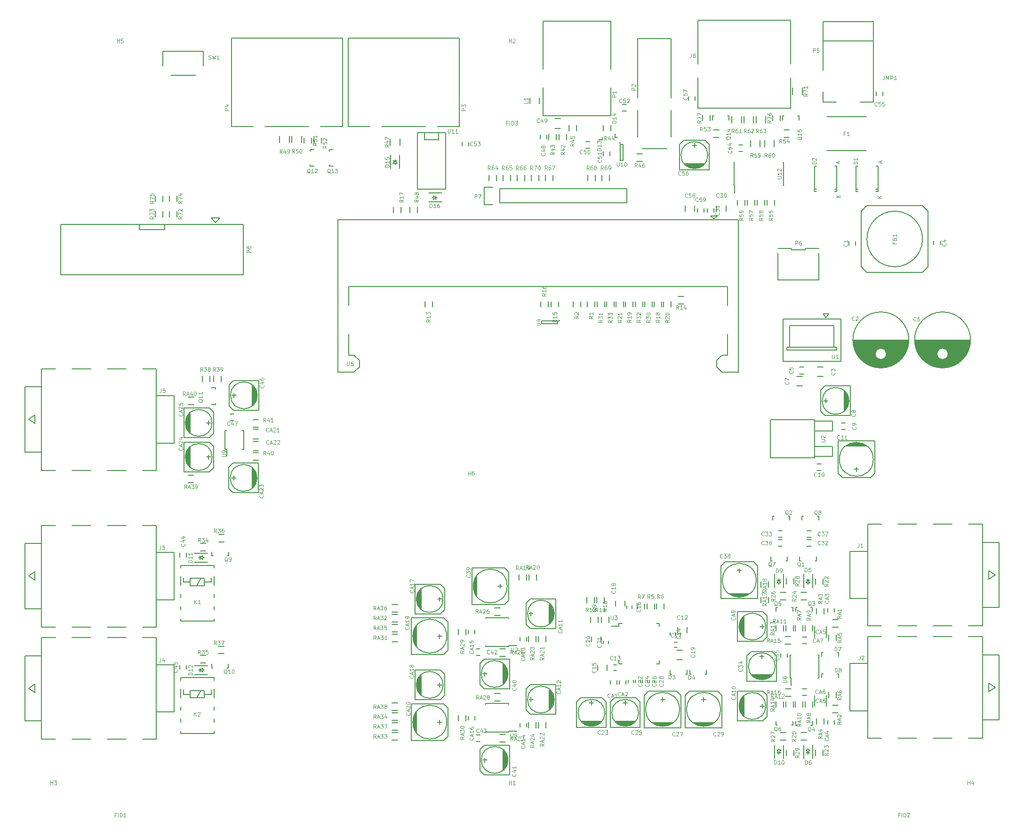
<source format=gbr>
G04 #@! TF.FileFunction,Legend,Top*
%FSLAX46Y46*%
G04 Gerber Fmt 4.6, Leading zero omitted, Abs format (unit mm)*
G04 Created by KiCad (PCBNEW no-vcs-found-product) date Tue 08 Dec 2015 09:39:45 PM BRST*
%MOMM*%
G01*
G04 APERTURE LIST*
%ADD10C,0.100000*%
%ADD11C,0.150000*%
%ADD12C,0.105000*%
G04 APERTURE END LIST*
D10*
D11*
X96847660Y-119707660D02*
X98371660Y-119707660D01*
X98752660Y-119580660D02*
X96466660Y-119580660D01*
X96212660Y-119453660D02*
X99006660Y-119453660D01*
X99260660Y-119326660D02*
X95958660Y-119326660D01*
X95831660Y-119199660D02*
X99387660Y-119199660D01*
X94307660Y-120088660D02*
X100911660Y-120088660D01*
X100911660Y-120088660D02*
X100911660Y-114246660D01*
X100911660Y-114246660D02*
X100149660Y-113484660D01*
X100149660Y-113484660D02*
X95069660Y-113484660D01*
X95069660Y-113484660D02*
X94307660Y-114246660D01*
X94307660Y-114246660D02*
X94307660Y-120088660D01*
X97609660Y-114627660D02*
X97609660Y-115389660D01*
X97228660Y-115008660D02*
X97990660Y-115008660D01*
X100657660Y-116786660D02*
G75*
G03X100657660Y-116786660I-3048000J0D01*
G01*
X89768260Y-101307480D02*
X89768260Y-101832480D01*
X97018260Y-101307480D02*
X97018260Y-101832480D01*
X97018260Y-108557480D02*
X97018260Y-108032480D01*
X89768260Y-108557480D02*
X89768260Y-108032480D01*
X89768260Y-101307480D02*
X90293260Y-101307480D01*
X89768260Y-108557480D02*
X90293260Y-108557480D01*
X97018260Y-108557480D02*
X96493260Y-108557480D01*
X97018260Y-101307480D02*
X96493260Y-101307480D01*
X89768260Y-101832480D02*
X88393260Y-101832480D01*
X44974740Y-11900540D02*
X41014740Y-11900540D01*
X54958740Y-11900540D02*
X47084740Y-11900540D01*
X41014740Y-11900540D02*
X41014740Y4026460D01*
X61014740Y4026460D02*
X41014740Y4026460D01*
X61014740Y-11900540D02*
X61014740Y4026460D01*
X61014740Y-11900540D02*
X57054240Y-11900540D01*
X23970720Y-11900540D02*
X20010720Y-11900540D01*
X33954720Y-11900540D02*
X26080720Y-11900540D01*
X20010720Y-11900540D02*
X20010720Y4026460D01*
X40010720Y4026460D02*
X20010720Y4026460D01*
X40010720Y-11900540D02*
X40010720Y4026460D01*
X40010720Y-11900540D02*
X36050220Y-11900540D01*
X41156860Y-53021000D02*
X41156860Y-49271000D01*
X42106860Y-53021000D02*
X41156860Y-53021000D01*
X43056860Y-53971000D02*
X42106860Y-53021000D01*
X43056860Y-55171000D02*
X43056860Y-53971000D01*
X42106860Y-56121000D02*
X43056860Y-55171000D01*
X39206860Y-56121000D02*
X42106860Y-56121000D01*
X41156860Y-44071000D02*
X41156860Y-40671000D01*
X109256860Y-44071000D02*
X109256860Y-40671000D01*
X111206860Y-28671000D02*
X111206860Y-56121000D01*
X111206860Y-56121000D02*
X108306860Y-56121000D01*
X108306860Y-56121000D02*
X107356860Y-55171000D01*
X107356860Y-55171000D02*
X107356860Y-53971000D01*
X107356860Y-53971000D02*
X108306860Y-53021000D01*
X108306860Y-53021000D02*
X109256860Y-53021000D01*
X109256860Y-53021000D02*
X109256860Y-49271000D01*
X39206860Y-28671000D02*
X39206860Y-56121000D01*
X106856860Y-28521000D02*
X106256860Y-28021000D01*
X106256860Y-28021000D02*
X107456860Y-28021000D01*
X107456860Y-28021000D02*
X106856860Y-28521000D01*
X111206860Y-28671000D02*
X39206860Y-28671000D01*
X41156860Y-40671000D02*
X109256860Y-40671000D01*
X124988320Y-66718180D02*
X128163320Y-66718180D01*
X128163320Y-66718180D02*
X128163320Y-64940180D01*
X128163320Y-64940180D02*
X124988320Y-64940180D01*
X124988320Y-71290180D02*
X128163320Y-71290180D01*
X128163320Y-71290180D02*
X128163320Y-69512180D01*
X128163320Y-69512180D02*
X124988320Y-69512180D01*
X118892320Y-64686180D02*
X124988320Y-64686180D01*
X124988320Y-64686180D02*
X124988320Y-71544180D01*
X124988320Y-71544180D02*
X117114320Y-71544180D01*
X116987320Y-71544180D02*
X116987320Y-64686180D01*
X117114320Y-64686180D02*
X118892320Y-64686180D01*
X132347260Y-32548080D02*
X132347260Y-33248080D01*
X131147260Y-33248080D02*
X131147260Y-32548080D01*
X141877060Y-50382880D02*
X131879060Y-50382880D01*
X141873060Y-50522880D02*
X131883060Y-50522880D01*
X141865060Y-50662880D02*
X131891060Y-50662880D01*
X141853060Y-50802880D02*
X131903060Y-50802880D01*
X141838060Y-50942880D02*
X131918060Y-50942880D01*
X141818060Y-51082880D02*
X131938060Y-51082880D01*
X141794060Y-51222880D02*
X131962060Y-51222880D01*
X141765060Y-51362880D02*
X131991060Y-51362880D01*
X141733060Y-51502880D02*
X132023060Y-51502880D01*
X141696060Y-51642880D02*
X132060060Y-51642880D01*
X141655060Y-51782880D02*
X132101060Y-51782880D01*
X141610060Y-51922880D02*
X137344060Y-51922880D01*
X136412060Y-51922880D02*
X132146060Y-51922880D01*
X141560060Y-52062880D02*
X137545060Y-52062880D01*
X136211060Y-52062880D02*
X132196060Y-52062880D01*
X141505060Y-52202880D02*
X137674060Y-52202880D01*
X136082060Y-52202880D02*
X132251060Y-52202880D01*
X141445060Y-52342880D02*
X137763060Y-52342880D01*
X135993060Y-52342880D02*
X132311060Y-52342880D01*
X141380060Y-52482880D02*
X137824060Y-52482880D01*
X135932060Y-52482880D02*
X132376060Y-52482880D01*
X141310060Y-52622880D02*
X137861060Y-52622880D01*
X135895060Y-52622880D02*
X132446060Y-52622880D01*
X141234060Y-52762880D02*
X137877060Y-52762880D01*
X135879060Y-52762880D02*
X132522060Y-52762880D01*
X141152060Y-52902880D02*
X137873060Y-52902880D01*
X135883060Y-52902880D02*
X132604060Y-52902880D01*
X141064060Y-53042880D02*
X137850060Y-53042880D01*
X135906060Y-53042880D02*
X132692060Y-53042880D01*
X140969060Y-53182880D02*
X137805060Y-53182880D01*
X135951060Y-53182880D02*
X132787060Y-53182880D01*
X140867060Y-53322880D02*
X137735060Y-53322880D01*
X136021060Y-53322880D02*
X132889060Y-53322880D01*
X140757060Y-53462880D02*
X137634060Y-53462880D01*
X136122060Y-53462880D02*
X132999060Y-53462880D01*
X140639060Y-53602880D02*
X137485060Y-53602880D01*
X136271060Y-53602880D02*
X133117060Y-53602880D01*
X140511060Y-53742880D02*
X137233060Y-53742880D01*
X136523060Y-53742880D02*
X133245060Y-53742880D01*
X140374060Y-53882880D02*
X133382060Y-53882880D01*
X140224060Y-54022880D02*
X133532060Y-54022880D01*
X140062060Y-54162880D02*
X133694060Y-54162880D01*
X139885060Y-54302880D02*
X133871060Y-54302880D01*
X139689060Y-54442880D02*
X134067060Y-54442880D01*
X139471060Y-54582880D02*
X134285060Y-54582880D01*
X139225060Y-54722880D02*
X134531060Y-54722880D01*
X138940060Y-54862880D02*
X134816060Y-54862880D01*
X138598060Y-55002880D02*
X135158060Y-55002880D01*
X138152060Y-55142880D02*
X135604060Y-55142880D01*
X137377060Y-55282880D02*
X136379060Y-55282880D01*
X137878060Y-52807880D02*
G75*
G03X137878060Y-52807880I-1000000J0D01*
G01*
X141915560Y-50307880D02*
G75*
G03X141915560Y-50307880I-5037500J0D01*
G01*
X147612660Y-32497280D02*
X147612660Y-33197280D01*
X146412660Y-33197280D02*
X146412660Y-32497280D01*
X152976860Y-50382880D02*
X142978860Y-50382880D01*
X152972860Y-50522880D02*
X142982860Y-50522880D01*
X152964860Y-50662880D02*
X142990860Y-50662880D01*
X152952860Y-50802880D02*
X143002860Y-50802880D01*
X152937860Y-50942880D02*
X143017860Y-50942880D01*
X152917860Y-51082880D02*
X143037860Y-51082880D01*
X152893860Y-51222880D02*
X143061860Y-51222880D01*
X152864860Y-51362880D02*
X143090860Y-51362880D01*
X152832860Y-51502880D02*
X143122860Y-51502880D01*
X152795860Y-51642880D02*
X143159860Y-51642880D01*
X152754860Y-51782880D02*
X143200860Y-51782880D01*
X152709860Y-51922880D02*
X148443860Y-51922880D01*
X147511860Y-51922880D02*
X143245860Y-51922880D01*
X152659860Y-52062880D02*
X148644860Y-52062880D01*
X147310860Y-52062880D02*
X143295860Y-52062880D01*
X152604860Y-52202880D02*
X148773860Y-52202880D01*
X147181860Y-52202880D02*
X143350860Y-52202880D01*
X152544860Y-52342880D02*
X148862860Y-52342880D01*
X147092860Y-52342880D02*
X143410860Y-52342880D01*
X152479860Y-52482880D02*
X148923860Y-52482880D01*
X147031860Y-52482880D02*
X143475860Y-52482880D01*
X152409860Y-52622880D02*
X148960860Y-52622880D01*
X146994860Y-52622880D02*
X143545860Y-52622880D01*
X152333860Y-52762880D02*
X148976860Y-52762880D01*
X146978860Y-52762880D02*
X143621860Y-52762880D01*
X152251860Y-52902880D02*
X148972860Y-52902880D01*
X146982860Y-52902880D02*
X143703860Y-52902880D01*
X152163860Y-53042880D02*
X148949860Y-53042880D01*
X147005860Y-53042880D02*
X143791860Y-53042880D01*
X152068860Y-53182880D02*
X148904860Y-53182880D01*
X147050860Y-53182880D02*
X143886860Y-53182880D01*
X151966860Y-53322880D02*
X148834860Y-53322880D01*
X147120860Y-53322880D02*
X143988860Y-53322880D01*
X151856860Y-53462880D02*
X148733860Y-53462880D01*
X147221860Y-53462880D02*
X144098860Y-53462880D01*
X151738860Y-53602880D02*
X148584860Y-53602880D01*
X147370860Y-53602880D02*
X144216860Y-53602880D01*
X151610860Y-53742880D02*
X148332860Y-53742880D01*
X147622860Y-53742880D02*
X144344860Y-53742880D01*
X151473860Y-53882880D02*
X144481860Y-53882880D01*
X151323860Y-54022880D02*
X144631860Y-54022880D01*
X151161860Y-54162880D02*
X144793860Y-54162880D01*
X150984860Y-54302880D02*
X144970860Y-54302880D01*
X150788860Y-54442880D02*
X145166860Y-54442880D01*
X150570860Y-54582880D02*
X145384860Y-54582880D01*
X150324860Y-54722880D02*
X145630860Y-54722880D01*
X150039860Y-54862880D02*
X145915860Y-54862880D01*
X149697860Y-55002880D02*
X146257860Y-55002880D01*
X149251860Y-55142880D02*
X146703860Y-55142880D01*
X148476860Y-55282880D02*
X147478860Y-55282880D01*
X148977860Y-52807880D02*
G75*
G03X148977860Y-52807880I-1000000J0D01*
G01*
X153015360Y-50307880D02*
G75*
G03X153015360Y-50307880I-5037500J0D01*
G01*
X129797060Y-65241880D02*
X130497060Y-65241880D01*
X130497060Y-66441880D02*
X129797060Y-66441880D01*
X125402860Y-72633280D02*
X126102860Y-72633280D01*
X126102860Y-73833280D02*
X125402860Y-73833280D01*
X122283740Y-55203800D02*
X122983740Y-55203800D01*
X122983740Y-56403800D02*
X122283740Y-56403800D01*
X89114260Y-97218880D02*
X89114260Y-98218880D01*
X90814260Y-98218880D02*
X90814260Y-97218880D01*
X87613860Y-109801280D02*
X87613860Y-108801280D01*
X85913860Y-108801280D02*
X85913860Y-109801280D01*
X101132260Y-106139880D02*
X100132260Y-106139880D01*
X100132260Y-107839880D02*
X101132260Y-107839880D01*
X107326060Y-26124280D02*
X107326060Y-27124280D01*
X109026060Y-27124280D02*
X109026060Y-26124280D01*
X105645660Y-27329880D02*
X105645660Y-26629880D01*
X106845660Y-26629880D02*
X106845660Y-27329880D01*
X118830800Y-107418620D02*
X118830800Y-106718620D01*
X120030800Y-106718620D02*
X120030800Y-107418620D01*
X64787260Y-107081880D02*
X64087260Y-107081880D01*
X64087260Y-105881880D02*
X64787260Y-105881880D01*
X64787260Y-122550480D02*
X64087260Y-122550480D01*
X64087260Y-121350480D02*
X64787260Y-121350480D01*
X19815060Y-63616280D02*
X20515060Y-63616280D01*
X20515060Y-64816280D02*
X19815060Y-64816280D01*
X86963960Y-17119080D02*
X86963960Y-16419080D01*
X88163960Y-16419080D02*
X88163960Y-17119080D01*
X78199360Y-12208880D02*
X79199360Y-12208880D01*
X79199360Y-10508880D02*
X78199360Y-10508880D01*
X84510360Y-15781580D02*
X83810360Y-15781580D01*
X83810360Y-14581580D02*
X84510360Y-14581580D01*
X91063560Y-9139480D02*
X90363560Y-9139480D01*
X90363560Y-7939480D02*
X91063560Y-7939480D01*
X75559360Y-14134580D02*
X75559360Y-13434580D01*
X76759360Y-13434580D02*
X76759360Y-14134580D01*
X62741100Y-14676640D02*
X62741100Y-15376640D01*
X61541100Y-15376640D02*
X61541100Y-14676640D01*
X136049460Y-6324080D02*
X136049460Y-5624080D01*
X137249460Y-5624080D02*
X137249460Y-6324080D01*
X103472540Y-6457200D02*
X103472540Y-7157200D01*
X102272540Y-7157200D02*
X102272540Y-6457200D01*
X89421260Y-111567480D02*
X89421260Y-112267480D01*
X88221260Y-112267480D02*
X88221260Y-111567480D01*
X91021460Y-111567480D02*
X91021460Y-112267480D01*
X89821460Y-112267480D02*
X89821460Y-111567480D01*
X124984400Y-101842060D02*
X124984400Y-103842060D01*
X127034400Y-103842060D02*
X127034400Y-101842060D01*
X128501700Y-98618560D02*
X128501700Y-99318560D01*
X127301700Y-99318560D02*
X127301700Y-98618560D01*
X122789200Y-103791460D02*
X123489200Y-103791460D01*
X123489200Y-104991460D02*
X122789200Y-104991460D01*
X127031860Y-116244880D02*
X127031860Y-114244880D01*
X124981860Y-114244880D02*
X124981860Y-116244880D01*
X127301700Y-119460760D02*
X127301700Y-118760760D01*
X128501700Y-118760760D02*
X128501700Y-119460760D01*
X123489200Y-114287860D02*
X122789200Y-114287860D01*
X122789200Y-113087860D02*
X123489200Y-113087860D01*
X71914460Y-104469680D02*
X71914460Y-103769680D01*
X73114460Y-103769680D02*
X73114460Y-104469680D01*
X62643460Y-103199680D02*
X62643460Y-102499680D01*
X63843460Y-102499680D02*
X63843460Y-103199680D01*
X71914460Y-119938280D02*
X71914460Y-119238280D01*
X73114460Y-119238280D02*
X73114460Y-119938280D01*
X62643460Y-118668280D02*
X62643460Y-117968280D01*
X63843460Y-117968280D02*
X63843460Y-118668280D01*
X24906860Y-68522480D02*
X23906860Y-68522480D01*
X23906860Y-70222480D02*
X24906860Y-70222480D01*
X24906860Y-66388880D02*
X23906860Y-66388880D01*
X23906860Y-68088880D02*
X24906860Y-68088880D01*
X86098380Y-14241780D02*
X86807040Y-14241780D01*
X86807040Y-14241780D02*
X86807040Y-13840460D01*
X89075260Y-13157200D02*
X89075260Y-13865860D01*
X89075260Y-13865860D02*
X89476580Y-13865860D01*
X134236460Y-16261080D02*
X127124460Y-16261080D01*
X134236460Y-10165080D02*
X127124460Y-10165080D01*
X144368520Y-32136080D02*
G75*
G03X144368520Y-32136080I-5001260J0D01*
G01*
X133367780Y-32136080D02*
X133367780Y-27134820D01*
X133367780Y-27134820D02*
X134366000Y-26136600D01*
X134366000Y-26136600D02*
X144368520Y-26136600D01*
X144368520Y-26136600D02*
X145366740Y-27134820D01*
X145366740Y-27134820D02*
X145366740Y-37137340D01*
X145366740Y-37137340D02*
X144368520Y-38135560D01*
X144368520Y-38135560D02*
X134366000Y-38135560D01*
X134366000Y-38135560D02*
X133367780Y-37137340D01*
X133367780Y-37137340D02*
X133367780Y-32136080D01*
X75409160Y-7718680D02*
X75409160Y-6718680D01*
X73709160Y-6718680D02*
X73709160Y-7718680D01*
X99136460Y-6770280D02*
X99136460Y3909720D01*
X93136460Y-6770280D02*
X93136460Y3909720D01*
X93136460Y3909720D02*
X99136460Y3909720D01*
X93136460Y-8950280D02*
X93136460Y-13770280D01*
X98336460Y-15863780D02*
X93936460Y-15863780D01*
X99136460Y-8950280D02*
X99136460Y-13770280D01*
X68323460Y-23114380D02*
X91183460Y-23114380D01*
X91183460Y-23114380D02*
X91183460Y-25654380D01*
X91183460Y-25654380D02*
X68323460Y-25654380D01*
X65503460Y-22834380D02*
X67053460Y-22834380D01*
X68323460Y-23114380D02*
X68323460Y-25654380D01*
X67053460Y-25934380D02*
X65503460Y-25934380D01*
X65503460Y-25934380D02*
X65503460Y-22834380D01*
X56176540Y-43365800D02*
X56176540Y-44365800D01*
X54826540Y-44365800D02*
X54826540Y-43365800D01*
X85432260Y-43370880D02*
X85432260Y-44370880D01*
X84082260Y-44370880D02*
X84082260Y-43370880D01*
X82841460Y-43370880D02*
X82841460Y-44370880D01*
X81491460Y-44370880D02*
X81491460Y-43370880D01*
X85991060Y-100114480D02*
X85991060Y-101114480D01*
X84641060Y-101114480D02*
X84641060Y-100114480D01*
X87921460Y-100114480D02*
X87921460Y-101114480D01*
X86571460Y-101114480D02*
X86571460Y-100114480D01*
X83980660Y-97609280D02*
X83980660Y-96609280D01*
X85330660Y-96609280D02*
X85330660Y-97609280D01*
X85733260Y-97609280D02*
X85733260Y-96609280D01*
X87083260Y-96609280D02*
X87083260Y-97609280D01*
X101437060Y-43809280D02*
X100437060Y-43809280D01*
X100437060Y-42459280D02*
X101437060Y-42459280D01*
X125115960Y-94256480D02*
X125115960Y-93256480D01*
X126465960Y-93256480D02*
X126465960Y-94256480D01*
X123537600Y-97078160D02*
X122537600Y-97078160D01*
X122537600Y-95728160D02*
X123537600Y-95728160D01*
X119883560Y-94205680D02*
X119883560Y-93205680D01*
X121233560Y-93205680D02*
X121233560Y-94205680D01*
X118791100Y-95753560D02*
X119791100Y-95753560D01*
X119791100Y-97103560D02*
X118791100Y-97103560D01*
X97810960Y-44370880D02*
X97810960Y-43370880D01*
X99160960Y-43370880D02*
X99160960Y-44370880D01*
X95731960Y-43370880D02*
X95731960Y-44370880D01*
X94381960Y-44370880D02*
X94381960Y-43370880D01*
X126465960Y-124130180D02*
X126465960Y-125130180D01*
X125115960Y-125130180D02*
X125115960Y-124130180D01*
X123537600Y-122351160D02*
X122537600Y-122351160D01*
X122537600Y-121001160D02*
X123537600Y-121001160D01*
X121233560Y-124130180D02*
X121233560Y-125130180D01*
X119883560Y-125130180D02*
X119883560Y-124130180D01*
X119791100Y-122351160D02*
X118791100Y-122351160D01*
X118791100Y-121001160D02*
X119791100Y-121001160D01*
X90588460Y-43370880D02*
X90588460Y-44370880D01*
X89238460Y-44370880D02*
X89238460Y-43370880D01*
X87159460Y-43370880D02*
X87159460Y-44370880D01*
X85809460Y-44370880D02*
X85809460Y-43370880D01*
X14432660Y-86909280D02*
X15432660Y-86909280D01*
X15432660Y-88259280D02*
X14432660Y-88259280D01*
X18734660Y-86633680D02*
X17734660Y-86633680D01*
X17734660Y-85283680D02*
X18734660Y-85283680D01*
X18173060Y-56807480D02*
X18173060Y-57807480D01*
X16823060Y-57807480D02*
X16823060Y-56807480D01*
X16166460Y-56807480D02*
X16166460Y-57807480D01*
X14816460Y-57807480D02*
X14816460Y-56807480D01*
X79014960Y-14284580D02*
X79014960Y-13284580D01*
X80364960Y-13284580D02*
X80364960Y-14284580D01*
X78498060Y-13284580D02*
X78498060Y-14284580D01*
X77148060Y-14284580D02*
X77148060Y-13284580D01*
X93969460Y-18193380D02*
X92969460Y-18193380D01*
X92969460Y-16843380D02*
X93969460Y-16843380D01*
X28713460Y-14803680D02*
X28713460Y-13603680D01*
X30463460Y-13603680D02*
X30463460Y-14803680D01*
X33129860Y-14906880D02*
X33129860Y-13906880D01*
X34479860Y-13906880D02*
X34479860Y-14906880D01*
X50346580Y-14091360D02*
X50346580Y-15291360D01*
X48596580Y-15291360D02*
X48596580Y-14091360D01*
X53529860Y-26378280D02*
X53529860Y-27378280D01*
X52179860Y-27378280D02*
X52179860Y-26378280D01*
X30923260Y-14803680D02*
X30923260Y-13603680D01*
X32673260Y-13603680D02*
X32673260Y-14803680D01*
X34882460Y-14906880D02*
X34882460Y-13906880D01*
X36232460Y-13906880D02*
X36232460Y-14906880D01*
X119410860Y-12487280D02*
X120410860Y-12487280D01*
X120410860Y-13837280D02*
X119410860Y-13837280D01*
X113397060Y-15540280D02*
X113397060Y-14340280D01*
X115147060Y-14340280D02*
X115147060Y-15540280D01*
X111082460Y-26082880D02*
X111082460Y-25082880D01*
X112432460Y-25082880D02*
X112432460Y-26082880D01*
X115962460Y-15540280D02*
X115962460Y-14340280D01*
X117712460Y-14340280D02*
X117712460Y-15540280D01*
X110044260Y-11247680D02*
X110044260Y-10047680D01*
X111794260Y-10047680D02*
X111794260Y-11247680D01*
X106736260Y-12487280D02*
X107736260Y-12487280D01*
X107736260Y-13837280D02*
X106736260Y-13837280D01*
X116416460Y-26082880D02*
X116416460Y-25082880D01*
X117766460Y-25082880D02*
X117766460Y-26082880D01*
X112228660Y-11247680D02*
X112228660Y-10047680D01*
X113978660Y-10047680D02*
X113978660Y-11247680D01*
X66378460Y-21637880D02*
X66378460Y-20637880D01*
X67728460Y-20637880D02*
X67728460Y-21637880D01*
X68921380Y-21637880D02*
X68921380Y-20637880D01*
X70271380Y-20637880D02*
X70271380Y-21637880D01*
X71461380Y-21637880D02*
X71461380Y-20637880D01*
X72811380Y-20637880D02*
X72811380Y-21637880D01*
X76541380Y-21637880D02*
X76541380Y-20637880D01*
X77891380Y-20637880D02*
X77891380Y-21637880D01*
X84158460Y-21637880D02*
X84158460Y-20637880D01*
X85508460Y-20637880D02*
X85508460Y-21637880D01*
X86698460Y-21637880D02*
X86698460Y-20637880D01*
X88048460Y-20637880D02*
X88048460Y-21637880D01*
X74001380Y-21637880D02*
X74001380Y-20637880D01*
X75351380Y-20637880D02*
X75351380Y-21637880D01*
X117407060Y-10842880D02*
X117407060Y-9842880D01*
X118757060Y-9842880D02*
X118757060Y-10842880D01*
X104834060Y-10842880D02*
X104834060Y-9842880D01*
X106184060Y-9842880D02*
X106184060Y-10842880D01*
X128818000Y-103358060D02*
X128818000Y-104358060D01*
X127468000Y-104358060D02*
X127468000Y-103358060D01*
X129151000Y-102018460D02*
X128151000Y-102018460D01*
X128151000Y-100668460D02*
X129151000Y-100668460D01*
X119642000Y-103716460D02*
X120642000Y-103716460D01*
X120642000Y-105066460D02*
X119642000Y-105066460D01*
X125334400Y-99620960D02*
X125334400Y-98620960D01*
X126684400Y-98620960D02*
X126684400Y-99620960D01*
X124576200Y-101681660D02*
X124576200Y-102681660D01*
X123226200Y-102681660D02*
X123226200Y-101681660D01*
X118044600Y-102681660D02*
X118044600Y-101681660D01*
X119394600Y-101681660D02*
X119394600Y-102681660D01*
X127468000Y-114721260D02*
X127468000Y-113721260D01*
X128818000Y-113721260D02*
X128818000Y-114721260D01*
X121499000Y-102681660D02*
X121499000Y-101681660D01*
X122849000Y-101681660D02*
X122849000Y-102681660D01*
X119771800Y-102681660D02*
X119771800Y-101681660D01*
X121121800Y-101681660D02*
X121121800Y-102681660D01*
X129151000Y-117410860D02*
X128151000Y-117410860D01*
X128151000Y-116060860D02*
X129151000Y-116060860D01*
X119680100Y-113050960D02*
X120680100Y-113050960D01*
X120680100Y-114400960D02*
X119680100Y-114400960D01*
X126684400Y-118458360D02*
X126684400Y-119458360D01*
X125334400Y-119458360D02*
X125334400Y-118458360D01*
X121499000Y-116397660D02*
X121499000Y-115397660D01*
X122849000Y-115397660D02*
X122849000Y-116397660D01*
X119394600Y-115397660D02*
X119394600Y-116397660D01*
X118044600Y-116397660D02*
X118044600Y-115397660D01*
X124576200Y-115397660D02*
X124576200Y-116397660D01*
X123226200Y-116397660D02*
X123226200Y-115397660D01*
X121121800Y-115397660D02*
X121121800Y-116397660D01*
X119771800Y-116397660D02*
X119771800Y-115397660D01*
X116648860Y-93815280D02*
X116648860Y-94815280D01*
X115298860Y-94815280D02*
X115298860Y-93815280D01*
X116648860Y-96609280D02*
X116648860Y-97609280D01*
X115298860Y-97609280D02*
X115298860Y-96609280D01*
X74865860Y-103619680D02*
X74865860Y-104619680D01*
X73515860Y-104619680D02*
X73515860Y-103619680D01*
X62242060Y-102349680D02*
X62242060Y-103349680D01*
X60892060Y-103349680D02*
X60892060Y-102349680D01*
X76593060Y-103619680D02*
X76593060Y-104619680D01*
X75243060Y-104619680D02*
X75243060Y-103619680D01*
X69306060Y-107207680D02*
X68306060Y-107207680D01*
X68306060Y-105857680D02*
X69306060Y-105857680D01*
X49900460Y-102813480D02*
X48900460Y-102813480D01*
X48900460Y-101463480D02*
X49900460Y-101463480D01*
X68417060Y-99841680D02*
X67417060Y-99841680D01*
X67417060Y-98491680D02*
X68417060Y-98491680D01*
X49900460Y-104591480D02*
X48900460Y-104591480D01*
X48900460Y-103241480D02*
X49900460Y-103241480D01*
X49900460Y-99257480D02*
X48900460Y-99257480D01*
X48900460Y-97907480D02*
X49900460Y-97907480D01*
X49900460Y-101035480D02*
X48900460Y-101035480D01*
X48900460Y-99685480D02*
X49900460Y-99685480D01*
X74865860Y-119088280D02*
X74865860Y-120088280D01*
X73515860Y-120088280D02*
X73515860Y-119088280D01*
X62242060Y-117818280D02*
X62242060Y-118818280D01*
X60892060Y-118818280D02*
X60892060Y-117818280D01*
X76593060Y-119088280D02*
X76593060Y-120088280D01*
X75243060Y-120088280D02*
X75243060Y-119088280D01*
X69306060Y-122676280D02*
X68306060Y-122676280D01*
X68306060Y-121326280D02*
X69306060Y-121326280D01*
X49900460Y-120542680D02*
X48900460Y-120542680D01*
X48900460Y-119192680D02*
X49900460Y-119192680D01*
X68417060Y-115310280D02*
X67417060Y-115310280D01*
X67417060Y-113960280D02*
X68417060Y-113960280D01*
X49900460Y-122320680D02*
X48900460Y-122320680D01*
X48900460Y-120970680D02*
X49900460Y-120970680D01*
X49900460Y-116986680D02*
X48900460Y-116986680D01*
X48900460Y-115636680D02*
X49900460Y-115636680D01*
X49900460Y-118764680D02*
X48900460Y-118764680D01*
X48900460Y-117414680D02*
X49900460Y-117414680D01*
X73113260Y-92545280D02*
X73113260Y-93545280D01*
X71763260Y-93545280D02*
X71763260Y-92545280D01*
X73541260Y-93545280D02*
X73541260Y-92545280D01*
X74891260Y-92545280D02*
X74891260Y-93545280D01*
X12222860Y-74666480D02*
X13222860Y-74666480D01*
X13222860Y-76016480D02*
X12222860Y-76016480D01*
X12248260Y-60569480D02*
X13248260Y-60569480D01*
X13248260Y-61919480D02*
X12248260Y-61919480D01*
X7708900Y1605280D02*
X15005900Y1605280D01*
X15005900Y1605280D02*
X15005900Y-964720D01*
X9105900Y-2694720D02*
X13605900Y-2694720D01*
X7708900Y1605280D02*
X7708900Y-964720D01*
X120556580Y-111112100D02*
X120701580Y-111112100D01*
X120556580Y-106962100D02*
X120701580Y-106962100D01*
X125706580Y-106962100D02*
X125561580Y-106962100D01*
X125706580Y-111112100D02*
X125561580Y-111112100D01*
X120556580Y-111112100D02*
X120556580Y-106962100D01*
X125706580Y-111112100D02*
X125706580Y-106962100D01*
X120701580Y-111112100D02*
X120701580Y-112512100D01*
X69953960Y-105424680D02*
X69953960Y-105279680D01*
X65803960Y-105424680D02*
X65803960Y-105279680D01*
X65803960Y-100274680D02*
X65803960Y-100419680D01*
X69953960Y-100274680D02*
X69953960Y-100419680D01*
X69953960Y-105424680D02*
X65803960Y-105424680D01*
X69953960Y-100274680D02*
X65803960Y-100274680D01*
X69953960Y-105279680D02*
X71353960Y-105279680D01*
X18896460Y-69980680D02*
X19196460Y-69980680D01*
X18896460Y-66630680D02*
X19196460Y-66630680D01*
X22246460Y-66630680D02*
X21946460Y-66630680D01*
X22246460Y-69980680D02*
X21946460Y-69980680D01*
X18896460Y-69980680D02*
X18896460Y-66630680D01*
X22246460Y-69980680D02*
X22246460Y-66630680D01*
X19196460Y-69980680D02*
X19196460Y-71205680D01*
X58569860Y-13009880D02*
X53489860Y-13009880D01*
X53489860Y-13009880D02*
X53489860Y-23169880D01*
X53489860Y-23169880D02*
X58569860Y-23169880D01*
X58569860Y-23169880D02*
X58569860Y-13009880D01*
X57299860Y-13009880D02*
X57299860Y-14279880D01*
X57299860Y-14279880D02*
X54759860Y-14279880D01*
X54759860Y-14279880D02*
X54759860Y-13009880D01*
X110482460Y-22476280D02*
X110597460Y-22476280D01*
X110482460Y-18326280D02*
X110597460Y-18326280D01*
X119382460Y-18326280D02*
X119267460Y-18326280D01*
X119382460Y-22476280D02*
X119267460Y-22476280D01*
X110482460Y-22476280D02*
X110482460Y-18326280D01*
X119382460Y-22476280D02*
X119382460Y-18326280D01*
X110597460Y-22476280D02*
X110597460Y-23851280D01*
X120609360Y-8590280D02*
X120609360Y-3065780D01*
X103972360Y-8590280D02*
X103972360Y-3065780D01*
X120609360Y7221220D02*
X103972360Y7221220D01*
X120609360Y7221220D02*
X120609360Y-652780D01*
X103972360Y7221220D02*
X103972360Y-652780D01*
X120609360Y-8590280D02*
X103972360Y-8590280D01*
X-16441420Y-64597280D02*
X-15298420Y-63835280D01*
X-15298420Y-63835280D02*
X-15298420Y-65359280D01*
X-16441420Y-64597280D02*
X-15298420Y-65359280D01*
X6494780Y-60368180D02*
X9714780Y-60368180D01*
X9733280Y-68877180D02*
X9733280Y-60391180D01*
X6494780Y-68877180D02*
X9714780Y-68877180D01*
X-17142220Y-70464680D02*
X-14142220Y-70464680D01*
X-17142220Y-70464680D02*
X-17142220Y-58764680D01*
X-17142220Y-58764680D02*
X-14142220Y-58764680D01*
X6467280Y-73758680D02*
X6467280Y-55473680D01*
X6467280Y-55473680D02*
X4018280Y-55473680D01*
X6467280Y-73758680D02*
X4018280Y-73758680D01*
X-11592220Y-73758680D02*
X-14142220Y-73758680D01*
X-5252720Y-73758680D02*
X-8681720Y-73758680D01*
X1097280Y-73758680D02*
X-2331720Y-73758680D01*
X-2331720Y-55473680D02*
X1097280Y-55473680D01*
X-8681720Y-55473680D02*
X-5252720Y-55473680D01*
X-14142220Y-55473680D02*
X-11592220Y-55473680D01*
X-14142220Y-73758680D02*
X-14142220Y-55473680D01*
X157452060Y-92613480D02*
X156309060Y-93375480D01*
X156309060Y-93375480D02*
X156309060Y-91851480D01*
X157452060Y-92613480D02*
X156309060Y-91851480D01*
X134515860Y-96842580D02*
X131295860Y-96842580D01*
X131277360Y-88333580D02*
X131277360Y-96819580D01*
X134515860Y-88333580D02*
X131295860Y-88333580D01*
X158152860Y-86746080D02*
X155152860Y-86746080D01*
X158152860Y-86746080D02*
X158152860Y-98446080D01*
X158152860Y-98446080D02*
X155152860Y-98446080D01*
X134543360Y-83452080D02*
X134543360Y-101737080D01*
X134543360Y-101737080D02*
X136992360Y-101737080D01*
X134543360Y-83452080D02*
X136992360Y-83452080D01*
X152602860Y-83452080D02*
X155152860Y-83452080D01*
X146263360Y-83452080D02*
X149692360Y-83452080D01*
X139913360Y-83452080D02*
X143342360Y-83452080D01*
X143342360Y-101737080D02*
X139913360Y-101737080D01*
X149692360Y-101737080D02*
X146263360Y-101737080D01*
X155152860Y-101737080D02*
X152602860Y-101737080D01*
X155152860Y-83452080D02*
X155152860Y-101737080D01*
X157452060Y-112819180D02*
X156309060Y-113581180D01*
X156309060Y-113581180D02*
X156309060Y-112057180D01*
X157452060Y-112819180D02*
X156309060Y-112057180D01*
X134515860Y-117048280D02*
X131295860Y-117048280D01*
X131277360Y-108539280D02*
X131277360Y-117025280D01*
X134515860Y-108539280D02*
X131295860Y-108539280D01*
X158152860Y-106951780D02*
X155152860Y-106951780D01*
X158152860Y-106951780D02*
X158152860Y-118651780D01*
X158152860Y-118651780D02*
X155152860Y-118651780D01*
X134543360Y-103657780D02*
X134543360Y-121942780D01*
X134543360Y-121942780D02*
X136992360Y-121942780D01*
X134543360Y-103657780D02*
X136992360Y-103657780D01*
X152602860Y-103657780D02*
X155152860Y-103657780D01*
X146263360Y-103657780D02*
X149692360Y-103657780D01*
X139913360Y-103657780D02*
X143342360Y-103657780D01*
X143342360Y-121942780D02*
X139913360Y-121942780D01*
X149692360Y-121942780D02*
X146263360Y-121942780D01*
X155152860Y-121942780D02*
X152602860Y-121942780D01*
X155152860Y-103657780D02*
X155152860Y-121942780D01*
X-16441420Y-92796360D02*
X-15298420Y-92034360D01*
X-15298420Y-92034360D02*
X-15298420Y-93558360D01*
X-16441420Y-92796360D02*
X-15298420Y-93558360D01*
X6494780Y-88567260D02*
X9714780Y-88567260D01*
X9733280Y-97076260D02*
X9733280Y-88590260D01*
X6494780Y-97076260D02*
X9714780Y-97076260D01*
X-17142220Y-98663760D02*
X-14142220Y-98663760D01*
X-17142220Y-98663760D02*
X-17142220Y-86963760D01*
X-17142220Y-86963760D02*
X-14142220Y-86963760D01*
X6467280Y-101957760D02*
X6467280Y-83672760D01*
X6467280Y-83672760D02*
X4018280Y-83672760D01*
X6467280Y-101957760D02*
X4018280Y-101957760D01*
X-11592220Y-101957760D02*
X-14142220Y-101957760D01*
X-5252720Y-101957760D02*
X-8681720Y-101957760D01*
X1097280Y-101957760D02*
X-2331720Y-101957760D01*
X-2331720Y-83672760D02*
X1097280Y-83672760D01*
X-8681720Y-83672760D02*
X-5252720Y-83672760D01*
X-14142220Y-83672760D02*
X-11592220Y-83672760D01*
X-14142220Y-101957760D02*
X-14142220Y-83672760D01*
X-16441420Y-112994440D02*
X-15298420Y-112232440D01*
X-15298420Y-112232440D02*
X-15298420Y-113756440D01*
X-16441420Y-112994440D02*
X-15298420Y-113756440D01*
X6494780Y-108765340D02*
X9714780Y-108765340D01*
X9733280Y-117274340D02*
X9733280Y-108788340D01*
X6494780Y-117274340D02*
X9714780Y-117274340D01*
X-17142220Y-118861840D02*
X-14142220Y-118861840D01*
X-17142220Y-118861840D02*
X-17142220Y-107161840D01*
X-17142220Y-107161840D02*
X-14142220Y-107161840D01*
X6467280Y-122155840D02*
X6467280Y-103870840D01*
X6467280Y-103870840D02*
X4018280Y-103870840D01*
X6467280Y-122155840D02*
X4018280Y-122155840D01*
X-11592220Y-122155840D02*
X-14142220Y-122155840D01*
X-5252720Y-122155840D02*
X-8681720Y-122155840D01*
X1097280Y-122155840D02*
X-2331720Y-122155840D01*
X-2331720Y-103870840D02*
X1097280Y-103870840D01*
X-8681720Y-103870840D02*
X-5252720Y-103870840D01*
X-14142220Y-103870840D02*
X-11592220Y-103870840D01*
X-14142220Y-122155840D02*
X-14142220Y-103870840D01*
X126508120Y-1765760D02*
X126508120Y6984240D01*
X126508120Y-7515760D02*
X126508120Y-5665760D01*
X126508120Y-7515760D02*
X128808120Y-7515760D01*
X135508120Y-7515760D02*
X133208120Y-7515760D01*
X135509000Y3484880D02*
X126507240Y3484880D01*
X135509000Y6985000D02*
X126507240Y6985000D01*
X135509000Y-7515860D02*
X135509000Y6985000D01*
X123784360Y-94011560D02*
X123784360Y-94261560D01*
X123784360Y-93511560D02*
X123784360Y-93261560D01*
X123784360Y-93511560D02*
X124134360Y-94011560D01*
X124134360Y-94011560D02*
X123434360Y-94011560D01*
X123434360Y-94011560D02*
X123784360Y-93511560D01*
X124134360Y-93511560D02*
X123434360Y-93511560D01*
X122984360Y-92461560D02*
X122984360Y-94861560D01*
X124584360Y-92461560D02*
X124584360Y-94861560D01*
X118541800Y-94011560D02*
X118541800Y-94261560D01*
X118541800Y-93511560D02*
X118541800Y-93261560D01*
X118541800Y-93511560D02*
X118891800Y-94011560D01*
X118891800Y-94011560D02*
X118191800Y-94011560D01*
X118191800Y-94011560D02*
X118541800Y-93511560D01*
X118891800Y-93511560D02*
X118191800Y-93511560D01*
X117741800Y-92461560D02*
X117741800Y-94861560D01*
X119341800Y-92461560D02*
X119341800Y-94861560D01*
X123784360Y-124075380D02*
X123784360Y-123825380D01*
X123784360Y-124575380D02*
X123784360Y-124825380D01*
X123784360Y-124575380D02*
X123434360Y-124075380D01*
X123434360Y-124075380D02*
X124134360Y-124075380D01*
X124134360Y-124075380D02*
X123784360Y-124575380D01*
X123434360Y-124575380D02*
X124134360Y-124575380D01*
X124584360Y-125625380D02*
X124584360Y-123225380D01*
X122984360Y-125625380D02*
X122984360Y-123225380D01*
X118551960Y-124075380D02*
X118551960Y-123825380D01*
X118551960Y-124575380D02*
X118551960Y-124825380D01*
X118551960Y-124575380D02*
X118201960Y-124075380D01*
X118201960Y-124075380D02*
X118901960Y-124075380D01*
X118901960Y-124075380D02*
X118551960Y-124575380D01*
X118201960Y-124575380D02*
X118901960Y-124575380D01*
X119351960Y-125625380D02*
X119351960Y-123225380D01*
X117751960Y-125625380D02*
X117751960Y-123225380D01*
X14877860Y-89489280D02*
X15127860Y-89489280D01*
X14377860Y-89489280D02*
X14127860Y-89489280D01*
X14377860Y-89489280D02*
X14877860Y-89139280D01*
X14877860Y-89139280D02*
X14877860Y-89839280D01*
X14877860Y-89839280D02*
X14377860Y-89489280D01*
X14377860Y-89139280D02*
X14377860Y-89839280D01*
X13327860Y-90289280D02*
X15727860Y-90289280D01*
X13327860Y-88689280D02*
X15727860Y-88689280D01*
X49476660Y-18553240D02*
X49476660Y-18803240D01*
X49476660Y-18053240D02*
X49476660Y-17803240D01*
X49476660Y-18053240D02*
X49826660Y-18553240D01*
X49826660Y-18553240D02*
X49126660Y-18553240D01*
X49126660Y-18553240D02*
X49476660Y-18053240D01*
X49826660Y-18053240D02*
X49126660Y-18053240D01*
X48676660Y-17003240D02*
X48676660Y-19403240D01*
X50276660Y-17003240D02*
X50276660Y-19403240D01*
X56338660Y-24668480D02*
X56088660Y-24668480D01*
X56838660Y-24668480D02*
X57088660Y-24668480D01*
X56838660Y-24668480D02*
X56338660Y-25018480D01*
X56338660Y-25018480D02*
X56338660Y-24318480D01*
X56338660Y-24318480D02*
X56838660Y-24668480D01*
X56838660Y-25018480D02*
X56838660Y-24318480D01*
X57888660Y-23868480D02*
X55488660Y-23868480D01*
X57888660Y-25468480D02*
X55488660Y-25468480D01*
X116163060Y-10047680D02*
X116163060Y-11247680D01*
X114413060Y-11247680D02*
X114413060Y-10047680D01*
X111980460Y-16378480D02*
X111280460Y-16378480D01*
X111280460Y-15178480D02*
X111980460Y-15178480D01*
X90043660Y-14865880D02*
G75*
G03X90043660Y-14865880I-100000J0D01*
G01*
X90493660Y-15115880D02*
X89993660Y-15115880D01*
X90493660Y-18015880D02*
X90493660Y-15115880D01*
X89993660Y-18015880D02*
X90493660Y-18015880D01*
X89993660Y-15115880D02*
X89993660Y-18015880D01*
X99180700Y-110434120D02*
X99228960Y-110434120D01*
X101979680Y-109733080D02*
X101979680Y-110434120D01*
X101979680Y-110434120D02*
X101730760Y-110434120D01*
X99180700Y-110434120D02*
X98980040Y-110434120D01*
X98980040Y-110434120D02*
X98980040Y-109733080D01*
X102711300Y-110434120D02*
X102759560Y-110434120D01*
X105510280Y-109733080D02*
X105510280Y-110434120D01*
X105510280Y-110434120D02*
X105261360Y-110434120D01*
X102711300Y-110434120D02*
X102510640Y-110434120D01*
X102510640Y-110434120D02*
X102510640Y-109733080D01*
X129058620Y-106568240D02*
X129010360Y-106568240D01*
X126259640Y-107269280D02*
X126259640Y-106568240D01*
X126259640Y-106568240D02*
X126508560Y-106568240D01*
X129058620Y-106568240D02*
X129259280Y-106568240D01*
X129259280Y-106568240D02*
X129259280Y-107269280D01*
X129061160Y-110345220D02*
X129012900Y-110345220D01*
X126262180Y-111046260D02*
X126262180Y-110345220D01*
X126262180Y-110345220D02*
X126511100Y-110345220D01*
X129061160Y-110345220D02*
X129261820Y-110345220D01*
X129261820Y-110345220D02*
X129261820Y-111046260D01*
X124336760Y-98407220D02*
X124288500Y-98407220D01*
X121537780Y-99108260D02*
X121537780Y-98407220D01*
X121537780Y-98407220D02*
X121786700Y-98407220D01*
X124336760Y-98407220D02*
X124537420Y-98407220D01*
X124537420Y-98407220D02*
X124537420Y-99108260D01*
X120844260Y-98407220D02*
X120796000Y-98407220D01*
X118045280Y-99108260D02*
X118045280Y-98407220D01*
X118045280Y-98407220D02*
X118294200Y-98407220D01*
X120844260Y-98407220D02*
X121044920Y-98407220D01*
X121044920Y-98407220D02*
X121044920Y-99108260D01*
X122477580Y-90032840D02*
X122525840Y-90032840D01*
X125276560Y-89331800D02*
X125276560Y-90032840D01*
X125276560Y-90032840D02*
X125027640Y-90032840D01*
X122477580Y-90032840D02*
X122276920Y-90032840D01*
X122276920Y-90032840D02*
X122276920Y-89331800D01*
X117245180Y-90032840D02*
X117293440Y-90032840D01*
X120044160Y-89331800D02*
X120044160Y-90032840D01*
X120044160Y-90032840D02*
X119795240Y-90032840D01*
X117245180Y-90032840D02*
X117044520Y-90032840D01*
X117044520Y-90032840D02*
X117044520Y-89331800D01*
X121738440Y-119659400D02*
X121786700Y-119659400D01*
X124537420Y-118958360D02*
X124537420Y-119659400D01*
X124537420Y-119659400D02*
X124288500Y-119659400D01*
X121738440Y-119659400D02*
X121537780Y-119659400D01*
X121537780Y-119659400D02*
X121537780Y-118958360D01*
X118245940Y-119621300D02*
X118294200Y-119621300D01*
X121044920Y-118920260D02*
X121044920Y-119621300D01*
X121044920Y-119621300D02*
X120796000Y-119621300D01*
X118245940Y-119621300D02*
X118045280Y-119621300D01*
X118045280Y-119621300D02*
X118045280Y-118920260D01*
X120249900Y-82026760D02*
X120201640Y-82026760D01*
X117450920Y-82727800D02*
X117450920Y-82026760D01*
X117450920Y-82026760D02*
X117699840Y-82026760D01*
X120249900Y-82026760D02*
X120450560Y-82026760D01*
X120450560Y-82026760D02*
X120450560Y-82727800D01*
X125482300Y-82026760D02*
X125434040Y-82026760D01*
X122683320Y-82727800D02*
X122683320Y-82026760D01*
X122683320Y-82026760D02*
X122932240Y-82026760D01*
X125482300Y-82026760D02*
X125682960Y-82026760D01*
X125682960Y-82026760D02*
X125682960Y-82727800D01*
X16732300Y-89148920D02*
X16780560Y-89148920D01*
X19531280Y-88447880D02*
X19531280Y-89148920D01*
X19531280Y-89148920D02*
X19282360Y-89148920D01*
X16732300Y-89148920D02*
X16531640Y-89148920D01*
X16531640Y-89148920D02*
X16531640Y-88447880D01*
X17132300Y-61705440D02*
X17132300Y-61657180D01*
X16431260Y-58906460D02*
X17132300Y-58906460D01*
X17132300Y-58906460D02*
X17132300Y-59155380D01*
X17132300Y-61705440D02*
X17132300Y-61906100D01*
X17132300Y-61906100D02*
X16431260Y-61906100D01*
X34170620Y-16231920D02*
X34170620Y-16280180D01*
X34871660Y-19030900D02*
X34170620Y-19030900D01*
X34170620Y-19030900D02*
X34170620Y-18781980D01*
X34170620Y-16231920D02*
X34170620Y-16031260D01*
X34170620Y-16031260D02*
X34871660Y-16031260D01*
X37625020Y-16231920D02*
X37625020Y-16280180D01*
X38326060Y-19030900D02*
X37625020Y-19030900D01*
X37625020Y-19030900D02*
X37625020Y-18781980D01*
X37625020Y-16231920D02*
X37625020Y-16031260D01*
X37625020Y-16031260D02*
X38326060Y-16031260D01*
X128772060Y-23596600D02*
X128572260Y-23596600D01*
X128722060Y-23139560D02*
X128573060Y-23139560D01*
X128772060Y-18994120D02*
X128623060Y-18994120D01*
X125172060Y-23591520D02*
X125321060Y-23591520D01*
X125172060Y-23139560D02*
X125321060Y-23139560D01*
X125172060Y-18989040D02*
X125321060Y-18989040D01*
X128921040Y-23139560D02*
X128722920Y-23139560D01*
X124973080Y-23139560D02*
X125171200Y-23139560D01*
X128968500Y-18994120D02*
X128770380Y-18994120D01*
X128968500Y-23596600D02*
X128968500Y-18994120D01*
X128968500Y-23596600D02*
X128770380Y-23596600D01*
X124973080Y-23591520D02*
X125171200Y-23591520D01*
X124973080Y-23591520D02*
X124973080Y-18989040D01*
X124973080Y-18989040D02*
X125171200Y-18989040D01*
X136163460Y-23596600D02*
X135963660Y-23596600D01*
X136113460Y-23139560D02*
X135964460Y-23139560D01*
X136163460Y-18994120D02*
X136014460Y-18994120D01*
X132563460Y-23591520D02*
X132712460Y-23591520D01*
X132563460Y-23139560D02*
X132712460Y-23139560D01*
X132563460Y-18989040D02*
X132712460Y-18989040D01*
X136312440Y-23139560D02*
X136114320Y-23139560D01*
X132364480Y-23139560D02*
X132562600Y-23139560D01*
X136359900Y-18994120D02*
X136161780Y-18994120D01*
X136359900Y-23596600D02*
X136359900Y-18994120D01*
X136359900Y-23596600D02*
X136161780Y-23596600D01*
X132364480Y-23591520D02*
X132562600Y-23591520D01*
X132364480Y-23591520D02*
X132364480Y-18989040D01*
X132364480Y-18989040D02*
X132562600Y-18989040D01*
X14877860Y-109707680D02*
X15127860Y-109707680D01*
X14377860Y-109707680D02*
X14127860Y-109707680D01*
X14377860Y-109707680D02*
X14877860Y-109357680D01*
X14877860Y-109357680D02*
X14877860Y-110057680D01*
X14877860Y-110057680D02*
X14377860Y-109707680D01*
X14377860Y-109357680D02*
X14377860Y-110057680D01*
X13327860Y-110507680D02*
X15727860Y-110507680D01*
X13327860Y-108907680D02*
X15727860Y-108907680D01*
X10891260Y-90880080D02*
X10891260Y-91330080D01*
X10891260Y-92880080D02*
X10891260Y-94480080D01*
X10891260Y-96080080D02*
X10891260Y-96680080D01*
X10891260Y-98280080D02*
X10891260Y-98880080D01*
X10891260Y-100480080D02*
X10891260Y-100906580D01*
X16891260Y-100480080D02*
X16891260Y-100906580D01*
X16891260Y-98280080D02*
X16891260Y-98880080D01*
X16891260Y-96080080D02*
X16891260Y-96680080D01*
X16891260Y-92880080D02*
X16891260Y-94480080D01*
X16891260Y-90880080D02*
X16891260Y-91330080D01*
X14581260Y-93230080D02*
X13781260Y-94530080D01*
X15181260Y-93230080D02*
X15181260Y-94530080D01*
X15181260Y-94530080D02*
X12631260Y-94530080D01*
X12631260Y-94530080D02*
X12631260Y-93230080D01*
X12631260Y-93230080D02*
X15181260Y-93230080D01*
X11381260Y-93080080D02*
X11381260Y-93880080D01*
X11381260Y-93880080D02*
X12631260Y-93880080D01*
X16431260Y-93080080D02*
X16431260Y-93880080D01*
X16431260Y-93880080D02*
X15181260Y-93880080D01*
X16891260Y-100906580D02*
X10891260Y-100906580D01*
X16891260Y-90880080D02*
X10891260Y-90880080D01*
X10891260Y-111073080D02*
X10891260Y-111523080D01*
X10891260Y-113073080D02*
X10891260Y-114673080D01*
X10891260Y-116273080D02*
X10891260Y-116873080D01*
X10891260Y-118473080D02*
X10891260Y-119073080D01*
X10891260Y-120673080D02*
X10891260Y-121099580D01*
X16891260Y-120673080D02*
X16891260Y-121099580D01*
X16891260Y-118473080D02*
X16891260Y-119073080D01*
X16891260Y-116273080D02*
X16891260Y-116873080D01*
X16891260Y-113073080D02*
X16891260Y-114673080D01*
X16891260Y-111073080D02*
X16891260Y-111523080D01*
X14581260Y-113423080D02*
X13781260Y-114723080D01*
X15181260Y-113423080D02*
X15181260Y-114723080D01*
X15181260Y-114723080D02*
X12631260Y-114723080D01*
X12631260Y-114723080D02*
X12631260Y-113423080D01*
X12631260Y-113423080D02*
X15181260Y-113423080D01*
X11381260Y-113273080D02*
X11381260Y-114073080D01*
X11381260Y-114073080D02*
X12631260Y-114073080D01*
X16431260Y-113273080D02*
X16431260Y-114073080D01*
X16431260Y-114073080D02*
X15181260Y-114073080D01*
X16891260Y-121099580D02*
X10891260Y-121099580D01*
X16891260Y-111073080D02*
X10891260Y-111073080D01*
X88259920Y-1597660D02*
X88259920Y7038340D01*
X88259920Y-9979660D02*
X88259920Y-4899660D01*
X76067920Y-1597660D02*
X76067920Y7038340D01*
X76067920Y-9979660D02*
X76067920Y-4899660D01*
X76067920Y7038340D02*
X88259920Y7038340D01*
X88259920Y-9979660D02*
X76067920Y-9979660D01*
X3493180Y-30492900D02*
X3493180Y-29489700D01*
X7993180Y-30492900D02*
X7993180Y-29489700D01*
X7993180Y-30492900D02*
X3493180Y-30492900D01*
X17173180Y-29213700D02*
X17935180Y-28324700D01*
X17935180Y-28324700D02*
X16411180Y-28324700D01*
X16411180Y-28324700D02*
X17173180Y-29213700D01*
X-10706820Y-29489700D02*
X-10706820Y-38589700D01*
X22193180Y-38589700D02*
X-10706820Y-38589700D01*
X22193180Y-29489700D02*
X-10706820Y-29489700D01*
X22193180Y-29489700D02*
X22193180Y-38589700D01*
X16656100Y-109341920D02*
X16704360Y-109341920D01*
X19455080Y-108640880D02*
X19455080Y-109341920D01*
X19455080Y-109341920D02*
X19206160Y-109341920D01*
X16656100Y-109341920D02*
X16455440Y-109341920D01*
X16455440Y-109341920D02*
X16455440Y-108640880D01*
X109373620Y-9997440D02*
X109325360Y-9997440D01*
X106574640Y-10698480D02*
X106574640Y-9997440D01*
X106574640Y-9997440D02*
X106823560Y-9997440D01*
X109373620Y-9997440D02*
X109574280Y-9997440D01*
X109574280Y-9997440D02*
X109574280Y-10698480D01*
X121972020Y-9997440D02*
X121923760Y-9997440D01*
X119173040Y-10698480D02*
X119173040Y-9997440D01*
X119173040Y-9997440D02*
X119421960Y-9997440D01*
X121972020Y-9997440D02*
X122172680Y-9997440D01*
X122172680Y-9997440D02*
X122172680Y-10698480D01*
X78879060Y-43370880D02*
X78879060Y-44370880D01*
X77529060Y-44370880D02*
X77529060Y-43370880D01*
X75649460Y-44370880D02*
X75649460Y-43370880D01*
X76999460Y-43370880D02*
X76999460Y-44370880D01*
X49182660Y-27378280D02*
X49182660Y-26378280D01*
X50532660Y-26378280D02*
X50532660Y-27378280D01*
X14432660Y-107102280D02*
X15432660Y-107102280D01*
X15432660Y-108452280D02*
X14432660Y-108452280D01*
X18658460Y-106775880D02*
X17658460Y-106775880D01*
X17658460Y-105425880D02*
X18658460Y-105425880D01*
X114210460Y-25082880D02*
X114210460Y-26082880D01*
X112860460Y-26082880D02*
X112860460Y-25082880D01*
X114638460Y-26082880D02*
X114638460Y-25082880D01*
X115988460Y-25082880D02*
X115988460Y-26082880D01*
X79064260Y-46847480D02*
G75*
G03X79064260Y-46847480I-100000J0D01*
G01*
X78714260Y-47397480D02*
X78714260Y-46897480D01*
X75814260Y-47397480D02*
X78714260Y-47397480D01*
X75814260Y-46897480D02*
X75814260Y-47397480D01*
X78714260Y-46897480D02*
X75814260Y-46897480D01*
X125481460Y-56887480D02*
X126481460Y-56887480D01*
X126481460Y-55187480D02*
X125481460Y-55187480D01*
X122722260Y-56889280D02*
X121722260Y-56889280D01*
X121722260Y-58589280D02*
X122722260Y-58589280D01*
X100302960Y-102019480D02*
X100302960Y-103019480D01*
X102002960Y-103019480D02*
X102002960Y-102019480D01*
X84808960Y-103657780D02*
X84808960Y-104657780D01*
X86508960Y-104657780D02*
X86508960Y-103657780D01*
X10751260Y-89356680D02*
X10751260Y-88656680D01*
X11951260Y-88656680D02*
X11951260Y-89356680D01*
X10751260Y-109549680D02*
X10751260Y-108849680D01*
X11951260Y-108849680D02*
X11951260Y-109549680D01*
X52804060Y-102849680D02*
X52804060Y-104373680D01*
X52931060Y-104754680D02*
X52931060Y-102468680D01*
X53058060Y-102214680D02*
X53058060Y-105008680D01*
X53185060Y-105262680D02*
X53185060Y-101960680D01*
X53312060Y-101833680D02*
X53312060Y-105389680D01*
X52423060Y-100309680D02*
X52423060Y-106913680D01*
X52423060Y-106913680D02*
X58265060Y-106913680D01*
X58265060Y-106913680D02*
X59027060Y-106151680D01*
X59027060Y-106151680D02*
X59027060Y-101071680D01*
X59027060Y-101071680D02*
X58265060Y-100309680D01*
X58265060Y-100309680D02*
X52423060Y-100309680D01*
X57884060Y-103611680D02*
X57122060Y-103611680D01*
X57503060Y-103230680D02*
X57503060Y-103992680D01*
X58773060Y-103611680D02*
G75*
G03X58773060Y-103611680I-3048000J0D01*
G01*
X52804060Y-118318280D02*
X52804060Y-119842280D01*
X52931060Y-120223280D02*
X52931060Y-117937280D01*
X53058060Y-117683280D02*
X53058060Y-120477280D01*
X53185060Y-120731280D02*
X53185060Y-117429280D01*
X53312060Y-117302280D02*
X53312060Y-120858280D01*
X52423060Y-115778280D02*
X52423060Y-122382280D01*
X52423060Y-122382280D02*
X58265060Y-122382280D01*
X58265060Y-122382280D02*
X59027060Y-121620280D01*
X59027060Y-121620280D02*
X59027060Y-116540280D01*
X59027060Y-116540280D02*
X58265060Y-115778280D01*
X58265060Y-115778280D02*
X52423060Y-115778280D01*
X57884060Y-119080280D02*
X57122060Y-119080280D01*
X57503060Y-118699280D02*
X57503060Y-119461280D01*
X58773060Y-119080280D02*
G75*
G03X58773060Y-119080280I-3048000J0D01*
G01*
X96125660Y-97726880D02*
X96125660Y-98726880D01*
X94775660Y-98726880D02*
X94775660Y-97726880D01*
X97852860Y-97726880D02*
X97852860Y-98726880D01*
X96502860Y-98726880D02*
X96502860Y-97726880D01*
X94398460Y-97726880D02*
X94398460Y-98726880D01*
X93048460Y-98726880D02*
X93048460Y-97726880D01*
X97446460Y-43370880D02*
X97446460Y-44370880D01*
X96096460Y-44370880D02*
X96096460Y-43370880D01*
X92302960Y-43370880D02*
X92302960Y-44370880D01*
X90952960Y-44370880D02*
X90952960Y-43370880D01*
X94017460Y-43370880D02*
X94017460Y-44370880D01*
X92667460Y-44370880D02*
X92667460Y-43370880D01*
X88873960Y-43370880D02*
X88873960Y-44370880D01*
X87523960Y-44370880D02*
X87523960Y-43370880D01*
X24906860Y-71952480D02*
X23906860Y-71952480D01*
X23906860Y-70602480D02*
X24906860Y-70602480D01*
X24906860Y-66008880D02*
X23906860Y-66008880D01*
X23906860Y-64658880D02*
X24906860Y-64658880D01*
X88327860Y-11697080D02*
X88327860Y-12697080D01*
X86977860Y-12697080D02*
X86977860Y-11697080D01*
X82079460Y-11697080D02*
X82079460Y-12697080D01*
X80729460Y-12697080D02*
X80729460Y-11697080D01*
X120966260Y-6116880D02*
X120966260Y-4916880D01*
X122716260Y-4916880D02*
X122716260Y-6116880D01*
X10222860Y-27140280D02*
X10222860Y-28140280D01*
X8872860Y-28140280D02*
X8872860Y-27140280D01*
X7682860Y-27140280D02*
X7682860Y-28140280D01*
X6332860Y-28140280D02*
X6332860Y-27140280D01*
X8872860Y-25346280D02*
X8872860Y-24346280D01*
X10222860Y-24346280D02*
X10222860Y-25346280D01*
X6332860Y-25346280D02*
X6332860Y-24346280D01*
X7682860Y-24346280D02*
X7682860Y-25346280D01*
X69953960Y-120893280D02*
X69953960Y-120748280D01*
X65803960Y-120893280D02*
X65803960Y-120748280D01*
X65803960Y-115743280D02*
X65803960Y-115888280D01*
X69953960Y-115743280D02*
X69953960Y-115888280D01*
X69953960Y-120893280D02*
X65803960Y-120893280D01*
X69953960Y-115743280D02*
X65803960Y-115743280D01*
X69953960Y-120748280D02*
X71353960Y-120748280D01*
X111478060Y-101249480D02*
X111478060Y-102646480D01*
X111605060Y-100995480D02*
X111605060Y-102773480D01*
X111732060Y-100614480D02*
X111732060Y-103154480D01*
X111859060Y-103281480D02*
X111859060Y-100487480D01*
X111986060Y-100360480D02*
X111986060Y-103408480D01*
X112113060Y-103535480D02*
X112113060Y-100233480D01*
X112240060Y-100106480D02*
X112240060Y-103662480D01*
X111097060Y-99217480D02*
X115669060Y-99217480D01*
X115669060Y-99217480D02*
X116431060Y-99979480D01*
X116431060Y-99979480D02*
X116431060Y-103789480D01*
X116431060Y-103789480D02*
X115669060Y-104551480D01*
X115669060Y-104551480D02*
X111097060Y-104551480D01*
X111097060Y-104551480D02*
X111097060Y-99217480D01*
X115923060Y-101884480D02*
X115161060Y-101884480D01*
X115542060Y-101503480D02*
X115542060Y-102265480D01*
X116177060Y-101884480D02*
G75*
G03X116177060Y-101884480I-2413000J0D01*
G01*
X24559260Y-60914280D02*
X24559260Y-59517280D01*
X24432260Y-61168280D02*
X24432260Y-59390280D01*
X24305260Y-61549280D02*
X24305260Y-59009280D01*
X24178260Y-58882280D02*
X24178260Y-61676280D01*
X24051260Y-61803280D02*
X24051260Y-58755280D01*
X23924260Y-58628280D02*
X23924260Y-61930280D01*
X23797260Y-62057280D02*
X23797260Y-58501280D01*
X24940260Y-62946280D02*
X20368260Y-62946280D01*
X20368260Y-62946280D02*
X19606260Y-62184280D01*
X19606260Y-62184280D02*
X19606260Y-58374280D01*
X19606260Y-58374280D02*
X20368260Y-57612280D01*
X20368260Y-57612280D02*
X24940260Y-57612280D01*
X24940260Y-57612280D02*
X24940260Y-62946280D01*
X20114260Y-60279280D02*
X20876260Y-60279280D01*
X20495260Y-60660280D02*
X20495260Y-59898280D01*
X24686260Y-60279280D02*
G75*
G03X24686260Y-60279280I-2413000J0D01*
G01*
X69669660Y-126522480D02*
X69669660Y-125125480D01*
X69542660Y-126776480D02*
X69542660Y-124998480D01*
X69415660Y-127157480D02*
X69415660Y-124617480D01*
X69288660Y-124490480D02*
X69288660Y-127284480D01*
X69161660Y-127411480D02*
X69161660Y-124363480D01*
X69034660Y-124236480D02*
X69034660Y-127538480D01*
X68907660Y-127665480D02*
X68907660Y-124109480D01*
X70050660Y-128554480D02*
X65478660Y-128554480D01*
X65478660Y-128554480D02*
X64716660Y-127792480D01*
X64716660Y-127792480D02*
X64716660Y-123982480D01*
X64716660Y-123982480D02*
X65478660Y-123220480D01*
X65478660Y-123220480D02*
X70050660Y-123220480D01*
X70050660Y-123220480D02*
X70050660Y-128554480D01*
X65224660Y-125887480D02*
X65986660Y-125887480D01*
X65605660Y-126268480D02*
X65605660Y-125506480D01*
X69796660Y-125887480D02*
G75*
G03X69796660Y-125887480I-2413000J0D01*
G01*
X69669660Y-111053880D02*
X69669660Y-109656880D01*
X69542660Y-111307880D02*
X69542660Y-109529880D01*
X69415660Y-111688880D02*
X69415660Y-109148880D01*
X69288660Y-109021880D02*
X69288660Y-111815880D01*
X69161660Y-111942880D02*
X69161660Y-108894880D01*
X69034660Y-108767880D02*
X69034660Y-112069880D01*
X68907660Y-112196880D02*
X68907660Y-108640880D01*
X70050660Y-113085880D02*
X65478660Y-113085880D01*
X65478660Y-113085880D02*
X64716660Y-112323880D01*
X64716660Y-112323880D02*
X64716660Y-108513880D01*
X64716660Y-108513880D02*
X65478660Y-107751880D01*
X65478660Y-107751880D02*
X70050660Y-107751880D01*
X70050660Y-107751880D02*
X70050660Y-113085880D01*
X65224660Y-110418880D02*
X65986660Y-110418880D01*
X65605660Y-110799880D02*
X65605660Y-110037880D01*
X69796660Y-110418880D02*
G75*
G03X69796660Y-110418880I-2413000J0D01*
G01*
X114823240Y-111323100D02*
X116220240Y-111323100D01*
X114569240Y-111196100D02*
X116347240Y-111196100D01*
X114188240Y-111069100D02*
X116728240Y-111069100D01*
X116855240Y-110942100D02*
X114061240Y-110942100D01*
X113934240Y-110815100D02*
X116982240Y-110815100D01*
X117109240Y-110688100D02*
X113807240Y-110688100D01*
X113680240Y-110561100D02*
X117236240Y-110561100D01*
X112791240Y-111704100D02*
X112791240Y-107132100D01*
X112791240Y-107132100D02*
X113553240Y-106370100D01*
X113553240Y-106370100D02*
X117363240Y-106370100D01*
X117363240Y-106370100D02*
X118125240Y-107132100D01*
X118125240Y-107132100D02*
X118125240Y-111704100D01*
X118125240Y-111704100D02*
X112791240Y-111704100D01*
X115458240Y-106878100D02*
X115458240Y-107640100D01*
X115077240Y-107259100D02*
X115839240Y-107259100D01*
X117871240Y-109037100D02*
G75*
G03X117871240Y-109037100I-2413000J0D01*
G01*
X90243660Y-119689880D02*
X91640660Y-119689880D01*
X89989660Y-119562880D02*
X91767660Y-119562880D01*
X89608660Y-119435880D02*
X92148660Y-119435880D01*
X92275660Y-119308880D02*
X89481660Y-119308880D01*
X89354660Y-119181880D02*
X92402660Y-119181880D01*
X92529660Y-119054880D02*
X89227660Y-119054880D01*
X89100660Y-118927880D02*
X92656660Y-118927880D01*
X88211660Y-120070880D02*
X88211660Y-115498880D01*
X88211660Y-115498880D02*
X88973660Y-114736880D01*
X88973660Y-114736880D02*
X92783660Y-114736880D01*
X92783660Y-114736880D02*
X93545660Y-115498880D01*
X93545660Y-115498880D02*
X93545660Y-120070880D01*
X93545660Y-120070880D02*
X88211660Y-120070880D01*
X90878660Y-115244880D02*
X90878660Y-116006880D01*
X90497660Y-115625880D02*
X91259660Y-115625880D01*
X93291660Y-117403880D02*
G75*
G03X93291660Y-117403880I-2413000J0D01*
G01*
X84173060Y-119689880D02*
X85570060Y-119689880D01*
X83919060Y-119562880D02*
X85697060Y-119562880D01*
X83538060Y-119435880D02*
X86078060Y-119435880D01*
X86205060Y-119308880D02*
X83411060Y-119308880D01*
X83284060Y-119181880D02*
X86332060Y-119181880D01*
X86459060Y-119054880D02*
X83157060Y-119054880D01*
X83030060Y-118927880D02*
X86586060Y-118927880D01*
X82141060Y-120070880D02*
X82141060Y-115498880D01*
X82141060Y-115498880D02*
X82903060Y-114736880D01*
X82903060Y-114736880D02*
X86713060Y-114736880D01*
X86713060Y-114736880D02*
X87475060Y-115498880D01*
X87475060Y-115498880D02*
X87475060Y-120070880D01*
X87475060Y-120070880D02*
X82141060Y-120070880D01*
X84808060Y-115244880D02*
X84808060Y-116006880D01*
X84427060Y-115625880D02*
X85189060Y-115625880D01*
X87221060Y-117403880D02*
G75*
G03X87221060Y-117403880I-2413000J0D01*
G01*
X131010660Y-61904880D02*
X131010660Y-60507880D01*
X130883660Y-62158880D02*
X130883660Y-60380880D01*
X130756660Y-62539880D02*
X130756660Y-59999880D01*
X130629660Y-59872880D02*
X130629660Y-62666880D01*
X130502660Y-62793880D02*
X130502660Y-59745880D01*
X130375660Y-59618880D02*
X130375660Y-62920880D01*
X130248660Y-63047880D02*
X130248660Y-59491880D01*
X131391660Y-63936880D02*
X126819660Y-63936880D01*
X126819660Y-63936880D02*
X126057660Y-63174880D01*
X126057660Y-63174880D02*
X126057660Y-59364880D01*
X126057660Y-59364880D02*
X126819660Y-58602880D01*
X126819660Y-58602880D02*
X131391660Y-58602880D01*
X131391660Y-58602880D02*
X131391660Y-63936880D01*
X126565660Y-61269880D02*
X127327660Y-61269880D01*
X126946660Y-61650880D02*
X126946660Y-60888880D01*
X131137660Y-61269880D02*
G75*
G03X131137660Y-61269880I-2413000J0D01*
G01*
X24508460Y-75773280D02*
X24508460Y-74376280D01*
X24381460Y-76027280D02*
X24381460Y-74249280D01*
X24254460Y-76408280D02*
X24254460Y-73868280D01*
X24127460Y-73741280D02*
X24127460Y-76535280D01*
X24000460Y-76662280D02*
X24000460Y-73614280D01*
X23873460Y-73487280D02*
X23873460Y-76789280D01*
X23746460Y-76916280D02*
X23746460Y-73360280D01*
X24889460Y-77805280D02*
X20317460Y-77805280D01*
X20317460Y-77805280D02*
X19555460Y-77043280D01*
X19555460Y-77043280D02*
X19555460Y-73233280D01*
X19555460Y-73233280D02*
X20317460Y-72471280D01*
X20317460Y-72471280D02*
X24889460Y-72471280D01*
X24889460Y-72471280D02*
X24889460Y-77805280D01*
X20063460Y-75138280D02*
X20825460Y-75138280D01*
X20444460Y-75519280D02*
X20444460Y-74757280D01*
X24635460Y-75138280D02*
G75*
G03X24635460Y-75138280I-2413000J0D01*
G01*
X11859260Y-64597280D02*
X11859260Y-65994280D01*
X11986260Y-64343280D02*
X11986260Y-66121280D01*
X12113260Y-63962280D02*
X12113260Y-66502280D01*
X12240260Y-66629280D02*
X12240260Y-63835280D01*
X12367260Y-63708280D02*
X12367260Y-66756280D01*
X12494260Y-66883280D02*
X12494260Y-63581280D01*
X12621260Y-63454280D02*
X12621260Y-67010280D01*
X11478260Y-62565280D02*
X16050260Y-62565280D01*
X16050260Y-62565280D02*
X16812260Y-63327280D01*
X16812260Y-63327280D02*
X16812260Y-67137280D01*
X16812260Y-67137280D02*
X16050260Y-67899280D01*
X16050260Y-67899280D02*
X11478260Y-67899280D01*
X11478260Y-67899280D02*
X11478260Y-62565280D01*
X16304260Y-65232280D02*
X15542260Y-65232280D01*
X15923260Y-64851280D02*
X15923260Y-65613280D01*
X16558260Y-65232280D02*
G75*
G03X16558260Y-65232280I-2413000J0D01*
G01*
X11859260Y-70744080D02*
X11859260Y-72141080D01*
X11986260Y-70490080D02*
X11986260Y-72268080D01*
X12113260Y-70109080D02*
X12113260Y-72649080D01*
X12240260Y-72776080D02*
X12240260Y-69982080D01*
X12367260Y-69855080D02*
X12367260Y-72903080D01*
X12494260Y-73030080D02*
X12494260Y-69728080D01*
X12621260Y-69601080D02*
X12621260Y-73157080D01*
X11478260Y-68712080D02*
X16050260Y-68712080D01*
X16050260Y-68712080D02*
X16812260Y-69474080D01*
X16812260Y-69474080D02*
X16812260Y-73284080D01*
X16812260Y-73284080D02*
X16050260Y-74046080D01*
X16050260Y-74046080D02*
X11478260Y-74046080D01*
X11478260Y-74046080D02*
X11478260Y-68712080D01*
X16304260Y-71379080D02*
X15542260Y-71379080D01*
X15923260Y-70998080D02*
X15923260Y-71760080D01*
X16558260Y-71379080D02*
G75*
G03X16558260Y-71379080I-2413000J0D01*
G01*
X53413660Y-111739680D02*
X53413660Y-113136680D01*
X53540660Y-111485680D02*
X53540660Y-113263680D01*
X53667660Y-111104680D02*
X53667660Y-113644680D01*
X53794660Y-113771680D02*
X53794660Y-110977680D01*
X53921660Y-110850680D02*
X53921660Y-113898680D01*
X54048660Y-114025680D02*
X54048660Y-110723680D01*
X54175660Y-110596680D02*
X54175660Y-114152680D01*
X53032660Y-109707680D02*
X57604660Y-109707680D01*
X57604660Y-109707680D02*
X58366660Y-110469680D01*
X58366660Y-110469680D02*
X58366660Y-114279680D01*
X58366660Y-114279680D02*
X57604660Y-115041680D01*
X57604660Y-115041680D02*
X53032660Y-115041680D01*
X53032660Y-115041680D02*
X53032660Y-109707680D01*
X57858660Y-112374680D02*
X57096660Y-112374680D01*
X57477660Y-111993680D02*
X57477660Y-112755680D01*
X58112660Y-112374680D02*
G75*
G03X58112660Y-112374680I-2413000J0D01*
G01*
X78000860Y-115651280D02*
X78000860Y-114254280D01*
X77873860Y-115905280D02*
X77873860Y-114127280D01*
X77746860Y-116286280D02*
X77746860Y-113746280D01*
X77619860Y-113619280D02*
X77619860Y-116413280D01*
X77492860Y-116540280D02*
X77492860Y-113492280D01*
X77365860Y-113365280D02*
X77365860Y-116667280D01*
X77238860Y-116794280D02*
X77238860Y-113238280D01*
X78381860Y-117683280D02*
X73809860Y-117683280D01*
X73809860Y-117683280D02*
X73047860Y-116921280D01*
X73047860Y-116921280D02*
X73047860Y-113111280D01*
X73047860Y-113111280D02*
X73809860Y-112349280D01*
X73809860Y-112349280D02*
X78381860Y-112349280D01*
X78381860Y-112349280D02*
X78381860Y-117683280D01*
X73555860Y-115016280D02*
X74317860Y-115016280D01*
X73936860Y-115397280D02*
X73936860Y-114635280D01*
X78127860Y-115016280D02*
G75*
G03X78127860Y-115016280I-2413000J0D01*
G01*
X53413660Y-96296480D02*
X53413660Y-97693480D01*
X53540660Y-96042480D02*
X53540660Y-97820480D01*
X53667660Y-95661480D02*
X53667660Y-98201480D01*
X53794660Y-98328480D02*
X53794660Y-95534480D01*
X53921660Y-95407480D02*
X53921660Y-98455480D01*
X54048660Y-98582480D02*
X54048660Y-95280480D01*
X54175660Y-95153480D02*
X54175660Y-98709480D01*
X53032660Y-94264480D02*
X57604660Y-94264480D01*
X57604660Y-94264480D02*
X58366660Y-95026480D01*
X58366660Y-95026480D02*
X58366660Y-98836480D01*
X58366660Y-98836480D02*
X57604660Y-99598480D01*
X57604660Y-99598480D02*
X53032660Y-99598480D01*
X53032660Y-99598480D02*
X53032660Y-94264480D01*
X57858660Y-96931480D02*
X57096660Y-96931480D01*
X57477660Y-96550480D02*
X57477660Y-97312480D01*
X58112660Y-96931480D02*
G75*
G03X58112660Y-96931480I-2413000J0D01*
G01*
X78000860Y-100182680D02*
X78000860Y-98785680D01*
X77873860Y-100436680D02*
X77873860Y-98658680D01*
X77746860Y-100817680D02*
X77746860Y-98277680D01*
X77619860Y-98150680D02*
X77619860Y-100944680D01*
X77492860Y-101071680D02*
X77492860Y-98023680D01*
X77365860Y-97896680D02*
X77365860Y-101198680D01*
X77238860Y-101325680D02*
X77238860Y-97769680D01*
X78381860Y-102214680D02*
X73809860Y-102214680D01*
X73809860Y-102214680D02*
X73047860Y-101452680D01*
X73047860Y-101452680D02*
X73047860Y-97642680D01*
X73047860Y-97642680D02*
X73809860Y-96880680D01*
X73809860Y-96880680D02*
X78381860Y-96880680D01*
X78381860Y-96880680D02*
X78381860Y-102214680D01*
X73555860Y-99547680D02*
X74317860Y-99547680D01*
X73936860Y-99928680D02*
X73936860Y-99166680D01*
X78127860Y-99547680D02*
G75*
G03X78127860Y-99547680I-2413000J0D01*
G01*
X111478060Y-115549680D02*
X111478060Y-116946680D01*
X111605060Y-115295680D02*
X111605060Y-117073680D01*
X111732060Y-114914680D02*
X111732060Y-117454680D01*
X111859060Y-117581680D02*
X111859060Y-114787680D01*
X111986060Y-114660680D02*
X111986060Y-117708680D01*
X112113060Y-117835680D02*
X112113060Y-114533680D01*
X112240060Y-114406680D02*
X112240060Y-117962680D01*
X111097060Y-113517680D02*
X115669060Y-113517680D01*
X115669060Y-113517680D02*
X116431060Y-114279680D01*
X116431060Y-114279680D02*
X116431060Y-118089680D01*
X116431060Y-118089680D02*
X115669060Y-118851680D01*
X115669060Y-118851680D02*
X111097060Y-118851680D01*
X111097060Y-118851680D02*
X111097060Y-113517680D01*
X115923060Y-116184680D02*
X115161060Y-116184680D01*
X115542060Y-115803680D02*
X115542060Y-116565680D01*
X116177060Y-116184680D02*
G75*
G03X116177060Y-116184680I-2413000J0D01*
G01*
X104213660Y-119707660D02*
X105737660Y-119707660D01*
X106118660Y-119580660D02*
X103832660Y-119580660D01*
X103578660Y-119453660D02*
X106372660Y-119453660D01*
X106626660Y-119326660D02*
X103324660Y-119326660D01*
X103197660Y-119199660D02*
X106753660Y-119199660D01*
X101673660Y-120088660D02*
X108277660Y-120088660D01*
X108277660Y-120088660D02*
X108277660Y-114246660D01*
X108277660Y-114246660D02*
X107515660Y-113484660D01*
X107515660Y-113484660D02*
X102435660Y-113484660D01*
X102435660Y-113484660D02*
X101673660Y-114246660D01*
X101673660Y-114246660D02*
X101673660Y-120088660D01*
X104975660Y-114627660D02*
X104975660Y-115389660D01*
X104594660Y-115008660D02*
X105356660Y-115008660D01*
X108023660Y-116786660D02*
G75*
G03X108023660Y-116786660I-3048000J0D01*
G01*
X133220460Y-68864480D02*
X131696460Y-68864480D01*
X131315460Y-68991480D02*
X133601460Y-68991480D01*
X133855460Y-69118480D02*
X131061460Y-69118480D01*
X130807460Y-69245480D02*
X134109460Y-69245480D01*
X134236460Y-69372480D02*
X130680460Y-69372480D01*
X135760460Y-68483480D02*
X129156460Y-68483480D01*
X129156460Y-68483480D02*
X129156460Y-74325480D01*
X129156460Y-74325480D02*
X129918460Y-75087480D01*
X129918460Y-75087480D02*
X134998460Y-75087480D01*
X134998460Y-75087480D02*
X135760460Y-74325480D01*
X135760460Y-74325480D02*
X135760460Y-68483480D01*
X132458460Y-73944480D02*
X132458460Y-73182480D01*
X132839460Y-73563480D02*
X132077460Y-73563480D01*
X135506460Y-71785480D02*
G75*
G03X135506460Y-71785480I-3048000J0D01*
G01*
X63675260Y-93832680D02*
X63675260Y-95356680D01*
X63802260Y-95737680D02*
X63802260Y-93451680D01*
X63929260Y-93197680D02*
X63929260Y-95991680D01*
X64056260Y-96245680D02*
X64056260Y-92943680D01*
X64183260Y-92816680D02*
X64183260Y-96372680D01*
X63294260Y-91292680D02*
X63294260Y-97896680D01*
X63294260Y-97896680D02*
X69136260Y-97896680D01*
X69136260Y-97896680D02*
X69898260Y-97134680D01*
X69898260Y-97134680D02*
X69898260Y-92054680D01*
X69898260Y-92054680D02*
X69136260Y-91292680D01*
X69136260Y-91292680D02*
X63294260Y-91292680D01*
X68755260Y-94594680D02*
X67993260Y-94594680D01*
X68374260Y-94213680D02*
X68374260Y-94975680D01*
X69644260Y-94594680D02*
G75*
G03X69644260Y-94594680I-3048000J0D01*
G01*
X110644940Y-96469200D02*
X112168940Y-96469200D01*
X112549940Y-96342200D02*
X110263940Y-96342200D01*
X110009940Y-96215200D02*
X112803940Y-96215200D01*
X113057940Y-96088200D02*
X109755940Y-96088200D01*
X109628940Y-95961200D02*
X113184940Y-95961200D01*
X108104940Y-96850200D02*
X114708940Y-96850200D01*
X114708940Y-96850200D02*
X114708940Y-91008200D01*
X114708940Y-91008200D02*
X113946940Y-90246200D01*
X113946940Y-90246200D02*
X108866940Y-90246200D01*
X108866940Y-90246200D02*
X108104940Y-91008200D01*
X108104940Y-91008200D02*
X108104940Y-96850200D01*
X111406940Y-91389200D02*
X111406940Y-92151200D01*
X111025940Y-91770200D02*
X111787940Y-91770200D01*
X114454940Y-93548200D02*
G75*
G03X114454940Y-93548200I-3048000J0D01*
G01*
X123629940Y-86242600D02*
X124329940Y-86242600D01*
X124329940Y-87442600D02*
X123629940Y-87442600D01*
X119097540Y-85817000D02*
X118397540Y-85817000D01*
X118397540Y-84617000D02*
X119097540Y-84617000D01*
X118397540Y-86242600D02*
X119097540Y-86242600D01*
X119097540Y-87442600D02*
X118397540Y-87442600D01*
X124329940Y-85817000D02*
X123629940Y-85817000D01*
X123629940Y-84617000D02*
X124329940Y-84617000D01*
X102689660Y-19334480D02*
X104086660Y-19334480D01*
X102435660Y-19207480D02*
X104213660Y-19207480D01*
X102054660Y-19080480D02*
X104594660Y-19080480D01*
X104721660Y-18953480D02*
X101927660Y-18953480D01*
X101800660Y-18826480D02*
X104848660Y-18826480D01*
X104975660Y-18699480D02*
X101673660Y-18699480D01*
X101546660Y-18572480D02*
X105102660Y-18572480D01*
X100657660Y-19715480D02*
X100657660Y-15143480D01*
X100657660Y-15143480D02*
X101419660Y-14381480D01*
X101419660Y-14381480D02*
X105229660Y-14381480D01*
X105229660Y-14381480D02*
X105991660Y-15143480D01*
X105991660Y-15143480D02*
X105991660Y-19715480D01*
X105991660Y-19715480D02*
X100657660Y-19715480D01*
X103324660Y-14889480D02*
X103324660Y-15651480D01*
X102943660Y-15270480D02*
X103705660Y-15270480D01*
X105737660Y-17048480D02*
G75*
G03X105737660Y-17048480I-2413000J0D01*
G01*
X119957460Y-52157280D02*
X128957460Y-52157280D01*
X119957460Y-51657280D02*
X119957460Y-52157280D01*
X128957460Y-51657280D02*
X119957460Y-51657280D01*
X128957460Y-52157280D02*
X128957460Y-51657280D01*
X127007460Y-46307280D02*
X127507460Y-45607280D01*
X127507460Y-45607280D02*
X126507460Y-45607280D01*
X126507460Y-45607280D02*
X127007460Y-46307280D01*
X129657460Y-54157280D02*
X129657460Y-46557280D01*
X119257460Y-54157280D02*
X129657460Y-54157280D01*
X119257460Y-54157280D02*
X119257460Y-46557280D01*
X119257460Y-46557280D02*
X129657460Y-46557280D01*
X128457460Y-47707280D02*
X120457304Y-47707280D01*
X128457460Y-51657292D02*
X128457460Y-47707280D01*
X120457460Y-51657292D02*
X120457460Y-47707280D01*
X123274460Y-34099280D02*
X123274460Y-33799280D01*
X120774460Y-34099280D02*
X123274460Y-34099280D01*
X120774460Y-33799280D02*
X120774460Y-34099280D01*
X125724460Y-39549280D02*
X118324460Y-39549280D01*
X118324460Y-34649280D02*
X118324460Y-39549280D01*
X125724460Y-34649280D02*
X125724460Y-39549280D01*
X120774460Y-33799280D02*
X118324460Y-33799280D01*
X125724460Y-33799280D02*
X123274460Y-33799280D01*
X89299860Y-108800880D02*
X88799860Y-108800880D01*
X88799860Y-109750880D02*
X89299860Y-109750880D01*
X98938060Y-102929880D02*
X98938060Y-103429880D01*
X99888060Y-103429880D02*
X99888060Y-102929880D01*
X92115660Y-98603880D02*
X92115660Y-98103880D01*
X91165660Y-98103880D02*
X91165660Y-98603880D01*
X100221860Y-104711480D02*
X99721860Y-104711480D01*
X99721860Y-105661480D02*
X100221860Y-105661480D01*
X86961960Y-104479280D02*
X86961960Y-104979280D01*
X87911960Y-104979280D02*
X87911960Y-104479280D01*
X92344260Y-111989680D02*
X92344260Y-111489680D01*
X91394260Y-111489680D02*
X91394260Y-111989680D01*
X93614260Y-111989680D02*
X93614260Y-111489680D01*
X92664260Y-111489680D02*
X92664260Y-111989680D01*
X94884260Y-111989680D02*
X94884260Y-111489680D01*
X93934260Y-111489680D02*
X93934260Y-111989680D01*
X96154260Y-111989680D02*
X96154260Y-111489680D01*
X95204260Y-111489680D02*
X95204260Y-111989680D01*
X101661860Y-26124280D02*
X101661860Y-27124280D01*
X103361860Y-27124280D02*
X103361860Y-26124280D01*
X103842260Y-27329880D02*
X103842260Y-26629880D01*
X105042260Y-26629880D02*
X105042260Y-27329880D01*
D10*
X99826660Y-121481660D02*
X99793326Y-121514993D01*
X99693326Y-121548327D01*
X99626660Y-121548327D01*
X99526660Y-121514993D01*
X99459993Y-121448327D01*
X99426660Y-121381660D01*
X99393326Y-121248327D01*
X99393326Y-121148327D01*
X99426660Y-121014993D01*
X99459993Y-120948327D01*
X99526660Y-120881660D01*
X99626660Y-120848327D01*
X99693326Y-120848327D01*
X99793326Y-120881660D01*
X99826660Y-120914993D01*
X100093326Y-120914993D02*
X100126660Y-120881660D01*
X100193326Y-120848327D01*
X100359993Y-120848327D01*
X100426660Y-120881660D01*
X100459993Y-120914993D01*
X100493326Y-120981660D01*
X100493326Y-121048327D01*
X100459993Y-121148327D01*
X100059993Y-121548327D01*
X100493326Y-121548327D01*
X100726660Y-120848327D02*
X101193327Y-120848327D01*
X100893327Y-121548327D01*
X88313327Y-99900947D02*
X88313327Y-100467613D01*
X88346660Y-100534280D01*
X88379993Y-100567613D01*
X88446660Y-100600947D01*
X88579993Y-100600947D01*
X88646660Y-100567613D01*
X88679993Y-100534280D01*
X88713327Y-100467613D01*
X88713327Y-99900947D01*
X88979993Y-99900947D02*
X89413326Y-99900947D01*
X89179993Y-100167613D01*
X89279993Y-100167613D01*
X89346660Y-100200947D01*
X89379993Y-100234280D01*
X89413326Y-100300947D01*
X89413326Y-100467613D01*
X89379993Y-100534280D01*
X89346660Y-100567613D01*
X89279993Y-100600947D01*
X89079993Y-100600947D01*
X89013326Y-100567613D01*
X88979993Y-100534280D01*
X62165667Y-9023126D02*
X61465667Y-9023126D01*
X61465667Y-8756460D01*
X61499000Y-8689793D01*
X61532333Y-8656460D01*
X61599000Y-8623126D01*
X61699000Y-8623126D01*
X61765667Y-8656460D01*
X61799000Y-8689793D01*
X61832333Y-8756460D01*
X61832333Y-9023126D01*
X61465667Y-8389793D02*
X61465667Y-7956460D01*
X61732333Y-8189793D01*
X61732333Y-8089793D01*
X61765667Y-8023126D01*
X61799000Y-7989793D01*
X61865667Y-7956460D01*
X62032333Y-7956460D01*
X62099000Y-7989793D01*
X62132333Y-8023126D01*
X62165667Y-8089793D01*
X62165667Y-8289793D01*
X62132333Y-8356460D01*
X62099000Y-8389793D01*
X19544467Y-9010426D02*
X18844467Y-9010426D01*
X18844467Y-8743760D01*
X18877800Y-8677093D01*
X18911133Y-8643760D01*
X18977800Y-8610426D01*
X19077800Y-8610426D01*
X19144467Y-8643760D01*
X19177800Y-8677093D01*
X19211133Y-8743760D01*
X19211133Y-9010426D01*
X19077800Y-8010426D02*
X19544467Y-8010426D01*
X18811133Y-8177093D02*
X19311133Y-8343760D01*
X19311133Y-7910426D01*
X40840727Y-54231747D02*
X40840727Y-54798413D01*
X40874060Y-54865080D01*
X40907393Y-54898413D01*
X40974060Y-54931747D01*
X41107393Y-54931747D01*
X41174060Y-54898413D01*
X41207393Y-54865080D01*
X41240727Y-54798413D01*
X41240727Y-54231747D01*
X41907393Y-54231747D02*
X41574060Y-54231747D01*
X41540726Y-54565080D01*
X41574060Y-54531747D01*
X41640726Y-54498413D01*
X41807393Y-54498413D01*
X41874060Y-54531747D01*
X41907393Y-54565080D01*
X41940726Y-54631747D01*
X41940726Y-54798413D01*
X41907393Y-54865080D01*
X41874060Y-54898413D01*
X41807393Y-54931747D01*
X41640726Y-54931747D01*
X41574060Y-54898413D01*
X41540726Y-54865080D01*
X126128987Y-68648513D02*
X126695653Y-68648513D01*
X126762320Y-68615180D01*
X126795653Y-68581847D01*
X126828987Y-68515180D01*
X126828987Y-68381847D01*
X126795653Y-68315180D01*
X126762320Y-68281847D01*
X126695653Y-68248513D01*
X126128987Y-68248513D01*
X126195653Y-67948514D02*
X126162320Y-67915180D01*
X126128987Y-67848514D01*
X126128987Y-67681847D01*
X126162320Y-67615180D01*
X126195653Y-67581847D01*
X126262320Y-67548514D01*
X126328987Y-67548514D01*
X126428987Y-67581847D01*
X126828987Y-67981847D01*
X126828987Y-67548514D01*
X130833940Y-33009666D02*
X130867273Y-33043000D01*
X130900607Y-33143000D01*
X130900607Y-33209666D01*
X130867273Y-33309666D01*
X130800607Y-33376333D01*
X130733940Y-33409666D01*
X130600607Y-33443000D01*
X130500607Y-33443000D01*
X130367273Y-33409666D01*
X130300607Y-33376333D01*
X130233940Y-33309666D01*
X130200607Y-33209666D01*
X130200607Y-33143000D01*
X130233940Y-33043000D01*
X130267273Y-33009666D01*
X130900607Y-32343000D02*
X130900607Y-32743000D01*
X130900607Y-32543000D02*
X130200607Y-32543000D01*
X130300607Y-32609666D01*
X130367273Y-32676333D01*
X130400607Y-32743000D01*
X132087794Y-46762480D02*
X132054460Y-46795813D01*
X131954460Y-46829147D01*
X131887794Y-46829147D01*
X131787794Y-46795813D01*
X131721127Y-46729147D01*
X131687794Y-46662480D01*
X131654460Y-46529147D01*
X131654460Y-46429147D01*
X131687794Y-46295813D01*
X131721127Y-46229147D01*
X131787794Y-46162480D01*
X131887794Y-46129147D01*
X131954460Y-46129147D01*
X132054460Y-46162480D01*
X132087794Y-46195813D01*
X132354460Y-46195813D02*
X132387794Y-46162480D01*
X132454460Y-46129147D01*
X132621127Y-46129147D01*
X132687794Y-46162480D01*
X132721127Y-46195813D01*
X132754460Y-46262480D01*
X132754460Y-46329147D01*
X132721127Y-46429147D01*
X132321127Y-46829147D01*
X132754460Y-46829147D01*
X148512340Y-32958866D02*
X148545673Y-32992200D01*
X148579007Y-33092200D01*
X148579007Y-33158866D01*
X148545673Y-33258866D01*
X148479007Y-33325533D01*
X148412340Y-33358866D01*
X148279007Y-33392200D01*
X148179007Y-33392200D01*
X148045673Y-33358866D01*
X147979007Y-33325533D01*
X147912340Y-33258866D01*
X147879007Y-33158866D01*
X147879007Y-33092200D01*
X147912340Y-32992200D01*
X147945673Y-32958866D01*
X148112340Y-32358866D02*
X148579007Y-32358866D01*
X147845673Y-32525533D02*
X148345673Y-32692200D01*
X148345673Y-32258866D01*
X143187594Y-46813280D02*
X143154260Y-46846613D01*
X143054260Y-46879947D01*
X142987594Y-46879947D01*
X142887594Y-46846613D01*
X142820927Y-46779947D01*
X142787594Y-46713280D01*
X142754260Y-46579947D01*
X142754260Y-46479947D01*
X142787594Y-46346613D01*
X142820927Y-46279947D01*
X142887594Y-46213280D01*
X142987594Y-46179947D01*
X143054260Y-46179947D01*
X143154260Y-46213280D01*
X143187594Y-46246613D01*
X143787594Y-46179947D02*
X143654260Y-46179947D01*
X143587594Y-46213280D01*
X143554260Y-46246613D01*
X143487594Y-46346613D01*
X143454260Y-46479947D01*
X143454260Y-46746613D01*
X143487594Y-46813280D01*
X143520927Y-46846613D01*
X143587594Y-46879947D01*
X143720927Y-46879947D01*
X143787594Y-46846613D01*
X143820927Y-46813280D01*
X143854260Y-46746613D01*
X143854260Y-46579947D01*
X143820927Y-46513280D01*
X143787594Y-46479947D01*
X143720927Y-46446613D01*
X143587594Y-46446613D01*
X143520927Y-46479947D01*
X143487594Y-46513280D01*
X143454260Y-46579947D01*
X132352860Y-65958546D02*
X132386193Y-65991880D01*
X132419527Y-66091880D01*
X132419527Y-66158546D01*
X132386193Y-66258546D01*
X132319527Y-66325213D01*
X132252860Y-66358546D01*
X132119527Y-66391880D01*
X132019527Y-66391880D01*
X131886193Y-66358546D01*
X131819527Y-66325213D01*
X131752860Y-66258546D01*
X131719527Y-66158546D01*
X131719527Y-66091880D01*
X131752860Y-65991880D01*
X131786193Y-65958546D01*
X132419527Y-65625213D02*
X132419527Y-65491880D01*
X132386193Y-65425213D01*
X132352860Y-65391880D01*
X132252860Y-65325213D01*
X132119527Y-65291880D01*
X131852860Y-65291880D01*
X131786193Y-65325213D01*
X131752860Y-65358546D01*
X131719527Y-65425213D01*
X131719527Y-65558546D01*
X131752860Y-65625213D01*
X131786193Y-65658546D01*
X131852860Y-65691880D01*
X132019527Y-65691880D01*
X132086193Y-65658546D01*
X132119527Y-65625213D01*
X132152860Y-65558546D01*
X132152860Y-65425213D01*
X132119527Y-65358546D01*
X132086193Y-65325213D01*
X132019527Y-65291880D01*
X125302860Y-74804080D02*
X125269526Y-74837413D01*
X125169526Y-74870747D01*
X125102860Y-74870747D01*
X125002860Y-74837413D01*
X124936193Y-74770747D01*
X124902860Y-74704080D01*
X124869526Y-74570747D01*
X124869526Y-74470747D01*
X124902860Y-74337413D01*
X124936193Y-74270747D01*
X125002860Y-74204080D01*
X125102860Y-74170747D01*
X125169526Y-74170747D01*
X125269526Y-74204080D01*
X125302860Y-74237413D01*
X125969526Y-74870747D02*
X125569526Y-74870747D01*
X125769526Y-74870747D02*
X125769526Y-74170747D01*
X125702860Y-74270747D01*
X125636193Y-74337413D01*
X125569526Y-74370747D01*
X126402860Y-74170747D02*
X126469527Y-74170747D01*
X126536193Y-74204080D01*
X126569527Y-74237413D01*
X126602860Y-74304080D01*
X126636193Y-74437413D01*
X126636193Y-74604080D01*
X126602860Y-74737413D01*
X126569527Y-74804080D01*
X126536193Y-74837413D01*
X126469527Y-74870747D01*
X126402860Y-74870747D01*
X126336193Y-74837413D01*
X126302860Y-74804080D01*
X126269527Y-74737413D01*
X126236193Y-74604080D01*
X126236193Y-74437413D01*
X126269527Y-74304080D01*
X126302860Y-74237413D01*
X126336193Y-74204080D01*
X126402860Y-74170747D01*
X121004140Y-55920466D02*
X121037473Y-55953800D01*
X121070807Y-56053800D01*
X121070807Y-56120466D01*
X121037473Y-56220466D01*
X120970807Y-56287133D01*
X120904140Y-56320466D01*
X120770807Y-56353800D01*
X120670807Y-56353800D01*
X120537473Y-56320466D01*
X120470807Y-56287133D01*
X120404140Y-56220466D01*
X120370807Y-56120466D01*
X120370807Y-56053800D01*
X120404140Y-55953800D01*
X120437473Y-55920466D01*
X120370807Y-55287133D02*
X120370807Y-55620466D01*
X120704140Y-55653800D01*
X120670807Y-55620466D01*
X120637473Y-55553800D01*
X120637473Y-55387133D01*
X120670807Y-55320466D01*
X120704140Y-55287133D01*
X120770807Y-55253800D01*
X120937473Y-55253800D01*
X121004140Y-55287133D01*
X121037473Y-55320466D01*
X121070807Y-55387133D01*
X121070807Y-55553800D01*
X121037473Y-55620466D01*
X121004140Y-55653800D01*
X89045860Y-95425680D02*
X89079193Y-95459014D01*
X89112527Y-95559014D01*
X89112527Y-95625680D01*
X89079193Y-95725680D01*
X89012527Y-95792347D01*
X88945860Y-95825680D01*
X88812527Y-95859014D01*
X88712527Y-95859014D01*
X88579193Y-95825680D01*
X88512527Y-95792347D01*
X88445860Y-95725680D01*
X88412527Y-95625680D01*
X88412527Y-95559014D01*
X88445860Y-95459014D01*
X88479193Y-95425680D01*
X89112527Y-94759014D02*
X89112527Y-95159014D01*
X89112527Y-94959014D02*
X88412527Y-94959014D01*
X88512527Y-95025680D01*
X88579193Y-95092347D01*
X88612527Y-95159014D01*
X88712527Y-94359013D02*
X88679193Y-94425680D01*
X88645860Y-94459013D01*
X88579193Y-94492347D01*
X88545860Y-94492347D01*
X88479193Y-94459013D01*
X88445860Y-94425680D01*
X88412527Y-94359013D01*
X88412527Y-94225680D01*
X88445860Y-94159013D01*
X88479193Y-94125680D01*
X88545860Y-94092347D01*
X88579193Y-94092347D01*
X88645860Y-94125680D01*
X88679193Y-94159013D01*
X88712527Y-94225680D01*
X88712527Y-94359013D01*
X88745860Y-94425680D01*
X88779193Y-94459013D01*
X88845860Y-94492347D01*
X88979193Y-94492347D01*
X89045860Y-94459013D01*
X89079193Y-94425680D01*
X89112527Y-94359013D01*
X89112527Y-94225680D01*
X89079193Y-94159013D01*
X89045860Y-94125680D01*
X88979193Y-94092347D01*
X88845860Y-94092347D01*
X88779193Y-94125680D01*
X88745860Y-94159013D01*
X88712527Y-94225680D01*
X85545740Y-109746200D02*
X85579073Y-109779534D01*
X85612407Y-109879534D01*
X85612407Y-109946200D01*
X85579073Y-110046200D01*
X85512407Y-110112867D01*
X85445740Y-110146200D01*
X85312407Y-110179534D01*
X85212407Y-110179534D01*
X85079073Y-110146200D01*
X85012407Y-110112867D01*
X84945740Y-110046200D01*
X84912407Y-109946200D01*
X84912407Y-109879534D01*
X84945740Y-109779534D01*
X84979073Y-109746200D01*
X85612407Y-109079534D02*
X85612407Y-109479534D01*
X85612407Y-109279534D02*
X84912407Y-109279534D01*
X85012407Y-109346200D01*
X85079073Y-109412867D01*
X85112407Y-109479534D01*
X84912407Y-108446200D02*
X84912407Y-108779533D01*
X85245740Y-108812867D01*
X85212407Y-108779533D01*
X85179073Y-108712867D01*
X85179073Y-108546200D01*
X85212407Y-108479533D01*
X85245740Y-108446200D01*
X85312407Y-108412867D01*
X85479073Y-108412867D01*
X85545740Y-108446200D01*
X85579073Y-108479533D01*
X85612407Y-108546200D01*
X85612407Y-108712867D01*
X85579073Y-108779533D01*
X85545740Y-108812867D01*
X103300340Y-106952200D02*
X103333673Y-106985534D01*
X103367007Y-107085534D01*
X103367007Y-107152200D01*
X103333673Y-107252200D01*
X103267007Y-107318867D01*
X103200340Y-107352200D01*
X103067007Y-107385534D01*
X102967007Y-107385534D01*
X102833673Y-107352200D01*
X102767007Y-107318867D01*
X102700340Y-107252200D01*
X102667007Y-107152200D01*
X102667007Y-107085534D01*
X102700340Y-106985534D01*
X102733673Y-106952200D01*
X103367007Y-106285534D02*
X103367007Y-106685534D01*
X103367007Y-106485534D02*
X102667007Y-106485534D01*
X102767007Y-106552200D01*
X102833673Y-106618867D01*
X102867007Y-106685534D01*
X103367007Y-105952200D02*
X103367007Y-105818867D01*
X103333673Y-105752200D01*
X103300340Y-105718867D01*
X103200340Y-105652200D01*
X103067007Y-105618867D01*
X102800340Y-105618867D01*
X102733673Y-105652200D01*
X102700340Y-105685533D01*
X102667007Y-105752200D01*
X102667007Y-105885533D01*
X102700340Y-105952200D01*
X102733673Y-105985533D01*
X102800340Y-106018867D01*
X102967007Y-106018867D01*
X103033673Y-105985533D01*
X103067007Y-105952200D01*
X103100340Y-105885533D01*
X103100340Y-105752200D01*
X103067007Y-105685533D01*
X103033673Y-105652200D01*
X102967007Y-105618867D01*
X107726060Y-24562880D02*
X107692726Y-24596213D01*
X107592726Y-24629547D01*
X107526060Y-24629547D01*
X107426060Y-24596213D01*
X107359393Y-24529547D01*
X107326060Y-24462880D01*
X107292726Y-24329547D01*
X107292726Y-24229547D01*
X107326060Y-24096213D01*
X107359393Y-24029547D01*
X107426060Y-23962880D01*
X107526060Y-23929547D01*
X107592726Y-23929547D01*
X107692726Y-23962880D01*
X107726060Y-23996213D01*
X107959393Y-23929547D02*
X108392726Y-23929547D01*
X108159393Y-24196213D01*
X108259393Y-24196213D01*
X108326060Y-24229547D01*
X108359393Y-24262880D01*
X108392726Y-24329547D01*
X108392726Y-24496213D01*
X108359393Y-24562880D01*
X108326060Y-24596213D01*
X108259393Y-24629547D01*
X108059393Y-24629547D01*
X107992726Y-24596213D01*
X107959393Y-24562880D01*
X108826060Y-23929547D02*
X108892727Y-23929547D01*
X108959393Y-23962880D01*
X108992727Y-23996213D01*
X109026060Y-24062880D01*
X109059393Y-24196213D01*
X109059393Y-24362880D01*
X109026060Y-24496213D01*
X108992727Y-24562880D01*
X108959393Y-24596213D01*
X108892727Y-24629547D01*
X108826060Y-24629547D01*
X108759393Y-24596213D01*
X108726060Y-24562880D01*
X108692727Y-24496213D01*
X108659393Y-24362880D01*
X108659393Y-24196213D01*
X108692727Y-24062880D01*
X108726060Y-23996213D01*
X108759393Y-23962880D01*
X108826060Y-23929547D01*
X107740260Y-27429880D02*
X107773593Y-27463214D01*
X107806927Y-27563214D01*
X107806927Y-27629880D01*
X107773593Y-27729880D01*
X107706927Y-27796547D01*
X107640260Y-27829880D01*
X107506927Y-27863214D01*
X107406927Y-27863214D01*
X107273593Y-27829880D01*
X107206927Y-27796547D01*
X107140260Y-27729880D01*
X107106927Y-27629880D01*
X107106927Y-27563214D01*
X107140260Y-27463214D01*
X107173593Y-27429880D01*
X107106927Y-27196547D02*
X107106927Y-26763214D01*
X107373593Y-26996547D01*
X107373593Y-26896547D01*
X107406927Y-26829880D01*
X107440260Y-26796547D01*
X107506927Y-26763214D01*
X107673593Y-26763214D01*
X107740260Y-26796547D01*
X107773593Y-26829880D01*
X107806927Y-26896547D01*
X107806927Y-27096547D01*
X107773593Y-27163214D01*
X107740260Y-27196547D01*
X107806927Y-26096547D02*
X107806927Y-26496547D01*
X107806927Y-26296547D02*
X107106927Y-26296547D01*
X107206927Y-26363213D01*
X107273593Y-26429880D01*
X107306927Y-26496547D01*
X118410800Y-107518620D02*
X118444133Y-107551954D01*
X118477467Y-107651954D01*
X118477467Y-107718620D01*
X118444133Y-107818620D01*
X118377467Y-107885287D01*
X118310800Y-107918620D01*
X118177467Y-107951954D01*
X118077467Y-107951954D01*
X117944133Y-107918620D01*
X117877467Y-107885287D01*
X117810800Y-107818620D01*
X117777467Y-107718620D01*
X117777467Y-107651954D01*
X117810800Y-107551954D01*
X117844133Y-107518620D01*
X117777467Y-107285287D02*
X117777467Y-106851954D01*
X118044133Y-107085287D01*
X118044133Y-106985287D01*
X118077467Y-106918620D01*
X118110800Y-106885287D01*
X118177467Y-106851954D01*
X118344133Y-106851954D01*
X118410800Y-106885287D01*
X118444133Y-106918620D01*
X118477467Y-106985287D01*
X118477467Y-107185287D01*
X118444133Y-107251954D01*
X118410800Y-107285287D01*
X117777467Y-106218620D02*
X117777467Y-106551953D01*
X118110800Y-106585287D01*
X118077467Y-106551953D01*
X118044133Y-106485287D01*
X118044133Y-106318620D01*
X118077467Y-106251953D01*
X118110800Y-106218620D01*
X118177467Y-106185287D01*
X118344133Y-106185287D01*
X118410800Y-106218620D01*
X118444133Y-106251953D01*
X118477467Y-106318620D01*
X118477467Y-106485287D01*
X118444133Y-106551953D01*
X118410800Y-106585287D01*
X66451060Y-106731880D02*
X66417726Y-106765213D01*
X66317726Y-106798547D01*
X66251060Y-106798547D01*
X66151060Y-106765213D01*
X66084393Y-106698547D01*
X66051060Y-106631880D01*
X66017726Y-106498547D01*
X66017726Y-106398547D01*
X66051060Y-106265213D01*
X66084393Y-106198547D01*
X66151060Y-106131880D01*
X66251060Y-106098547D01*
X66317726Y-106098547D01*
X66417726Y-106131880D01*
X66451060Y-106165213D01*
X67051060Y-106331880D02*
X67051060Y-106798547D01*
X66884393Y-106065213D02*
X66717726Y-106565213D01*
X67151060Y-106565213D01*
X67384393Y-106165213D02*
X67417727Y-106131880D01*
X67484393Y-106098547D01*
X67651060Y-106098547D01*
X67717727Y-106131880D01*
X67751060Y-106165213D01*
X67784393Y-106231880D01*
X67784393Y-106298547D01*
X67751060Y-106398547D01*
X67351060Y-106798547D01*
X67784393Y-106798547D01*
X64546060Y-120879680D02*
X64512726Y-120913013D01*
X64412726Y-120946347D01*
X64346060Y-120946347D01*
X64246060Y-120913013D01*
X64179393Y-120846347D01*
X64146060Y-120779680D01*
X64112726Y-120646347D01*
X64112726Y-120546347D01*
X64146060Y-120413013D01*
X64179393Y-120346347D01*
X64246060Y-120279680D01*
X64346060Y-120246347D01*
X64412726Y-120246347D01*
X64512726Y-120279680D01*
X64546060Y-120313013D01*
X65146060Y-120479680D02*
X65146060Y-120946347D01*
X64979393Y-120213013D02*
X64812726Y-120713013D01*
X65246060Y-120713013D01*
X65446060Y-120246347D02*
X65879393Y-120246347D01*
X65646060Y-120513013D01*
X65746060Y-120513013D01*
X65812727Y-120546347D01*
X65846060Y-120579680D01*
X65879393Y-120646347D01*
X65879393Y-120813013D01*
X65846060Y-120879680D01*
X65812727Y-120913013D01*
X65746060Y-120946347D01*
X65546060Y-120946347D01*
X65479393Y-120913013D01*
X65446060Y-120879680D01*
X19715060Y-65609280D02*
X19681726Y-65642613D01*
X19581726Y-65675947D01*
X19515060Y-65675947D01*
X19415060Y-65642613D01*
X19348393Y-65575947D01*
X19315060Y-65509280D01*
X19281726Y-65375947D01*
X19281726Y-65275947D01*
X19315060Y-65142613D01*
X19348393Y-65075947D01*
X19415060Y-65009280D01*
X19515060Y-64975947D01*
X19581726Y-64975947D01*
X19681726Y-65009280D01*
X19715060Y-65042613D01*
X20315060Y-65209280D02*
X20315060Y-65675947D01*
X20148393Y-64942613D02*
X19981726Y-65442613D01*
X20415060Y-65442613D01*
X20615060Y-64975947D02*
X21081727Y-64975947D01*
X20781727Y-65675947D01*
X86543960Y-17892180D02*
X86577293Y-17925514D01*
X86610627Y-18025514D01*
X86610627Y-18092180D01*
X86577293Y-18192180D01*
X86510627Y-18258847D01*
X86443960Y-18292180D01*
X86310627Y-18325514D01*
X86210627Y-18325514D01*
X86077293Y-18292180D01*
X86010627Y-18258847D01*
X85943960Y-18192180D01*
X85910627Y-18092180D01*
X85910627Y-18025514D01*
X85943960Y-17925514D01*
X85977293Y-17892180D01*
X85910627Y-17258847D02*
X85910627Y-17592180D01*
X86243960Y-17625514D01*
X86210627Y-17592180D01*
X86177293Y-17525514D01*
X86177293Y-17358847D01*
X86210627Y-17292180D01*
X86243960Y-17258847D01*
X86310627Y-17225514D01*
X86477293Y-17225514D01*
X86543960Y-17258847D01*
X86577293Y-17292180D01*
X86610627Y-17358847D01*
X86610627Y-17525514D01*
X86577293Y-17592180D01*
X86543960Y-17625514D01*
X86610627Y-16558847D02*
X86610627Y-16958847D01*
X86610627Y-16758847D02*
X85910627Y-16758847D01*
X86010627Y-16825513D01*
X86077293Y-16892180D01*
X86110627Y-16958847D01*
X75422340Y-11095800D02*
X75389006Y-11129133D01*
X75289006Y-11162467D01*
X75222340Y-11162467D01*
X75122340Y-11129133D01*
X75055673Y-11062467D01*
X75022340Y-10995800D01*
X74989006Y-10862467D01*
X74989006Y-10762467D01*
X75022340Y-10629133D01*
X75055673Y-10562467D01*
X75122340Y-10495800D01*
X75222340Y-10462467D01*
X75289006Y-10462467D01*
X75389006Y-10495800D01*
X75422340Y-10529133D01*
X76022340Y-10695800D02*
X76022340Y-11162467D01*
X75855673Y-10429133D02*
X75689006Y-10929133D01*
X76122340Y-10929133D01*
X76422340Y-11162467D02*
X76555673Y-11162467D01*
X76622340Y-11129133D01*
X76655673Y-11095800D01*
X76722340Y-10995800D01*
X76755673Y-10862467D01*
X76755673Y-10595800D01*
X76722340Y-10529133D01*
X76689007Y-10495800D01*
X76622340Y-10462467D01*
X76489007Y-10462467D01*
X76422340Y-10495800D01*
X76389007Y-10529133D01*
X76355673Y-10595800D01*
X76355673Y-10762467D01*
X76389007Y-10829133D01*
X76422340Y-10862467D01*
X76489007Y-10895800D01*
X76622340Y-10895800D01*
X76689007Y-10862467D01*
X76722340Y-10829133D01*
X76755673Y-10762467D01*
X83169340Y-16734600D02*
X83136006Y-16767933D01*
X83036006Y-16801267D01*
X82969340Y-16801267D01*
X82869340Y-16767933D01*
X82802673Y-16701267D01*
X82769340Y-16634600D01*
X82736006Y-16501267D01*
X82736006Y-16401267D01*
X82769340Y-16267933D01*
X82802673Y-16201267D01*
X82869340Y-16134600D01*
X82969340Y-16101267D01*
X83036006Y-16101267D01*
X83136006Y-16134600D01*
X83169340Y-16167933D01*
X83802673Y-16101267D02*
X83469340Y-16101267D01*
X83436006Y-16434600D01*
X83469340Y-16401267D01*
X83536006Y-16367933D01*
X83702673Y-16367933D01*
X83769340Y-16401267D01*
X83802673Y-16434600D01*
X83836006Y-16501267D01*
X83836006Y-16667933D01*
X83802673Y-16734600D01*
X83769340Y-16767933D01*
X83702673Y-16801267D01*
X83536006Y-16801267D01*
X83469340Y-16767933D01*
X83436006Y-16734600D01*
X84269340Y-16101267D02*
X84336007Y-16101267D01*
X84402673Y-16134600D01*
X84436007Y-16167933D01*
X84469340Y-16234600D01*
X84502673Y-16367933D01*
X84502673Y-16534600D01*
X84469340Y-16667933D01*
X84436007Y-16734600D01*
X84402673Y-16767933D01*
X84336007Y-16801267D01*
X84269340Y-16801267D01*
X84202673Y-16767933D01*
X84169340Y-16734600D01*
X84136007Y-16667933D01*
X84102673Y-16534600D01*
X84102673Y-16367933D01*
X84136007Y-16234600D01*
X84169340Y-16167933D01*
X84202673Y-16134600D01*
X84269340Y-16101267D01*
X90263560Y-7557580D02*
X90230226Y-7590913D01*
X90130226Y-7624247D01*
X90063560Y-7624247D01*
X89963560Y-7590913D01*
X89896893Y-7524247D01*
X89863560Y-7457580D01*
X89830226Y-7324247D01*
X89830226Y-7224247D01*
X89863560Y-7090913D01*
X89896893Y-7024247D01*
X89963560Y-6957580D01*
X90063560Y-6924247D01*
X90130226Y-6924247D01*
X90230226Y-6957580D01*
X90263560Y-6990913D01*
X90896893Y-6924247D02*
X90563560Y-6924247D01*
X90530226Y-7257580D01*
X90563560Y-7224247D01*
X90630226Y-7190913D01*
X90796893Y-7190913D01*
X90863560Y-7224247D01*
X90896893Y-7257580D01*
X90930226Y-7324247D01*
X90930226Y-7490913D01*
X90896893Y-7557580D01*
X90863560Y-7590913D01*
X90796893Y-7624247D01*
X90630226Y-7624247D01*
X90563560Y-7590913D01*
X90530226Y-7557580D01*
X91196893Y-6990913D02*
X91230227Y-6957580D01*
X91296893Y-6924247D01*
X91463560Y-6924247D01*
X91530227Y-6957580D01*
X91563560Y-6990913D01*
X91596893Y-7057580D01*
X91596893Y-7124247D01*
X91563560Y-7224247D01*
X91163560Y-7624247D01*
X91596893Y-7624247D01*
X76409360Y-16685680D02*
X76442693Y-16719014D01*
X76476027Y-16819014D01*
X76476027Y-16885680D01*
X76442693Y-16985680D01*
X76376027Y-17052347D01*
X76309360Y-17085680D01*
X76176027Y-17119014D01*
X76076027Y-17119014D01*
X75942693Y-17085680D01*
X75876027Y-17052347D01*
X75809360Y-16985680D01*
X75776027Y-16885680D01*
X75776027Y-16819014D01*
X75809360Y-16719014D01*
X75842693Y-16685680D01*
X76009360Y-16085680D02*
X76476027Y-16085680D01*
X75742693Y-16252347D02*
X76242693Y-16419014D01*
X76242693Y-15985680D01*
X76076027Y-15619013D02*
X76042693Y-15685680D01*
X76009360Y-15719013D01*
X75942693Y-15752347D01*
X75909360Y-15752347D01*
X75842693Y-15719013D01*
X75809360Y-15685680D01*
X75776027Y-15619013D01*
X75776027Y-15485680D01*
X75809360Y-15419013D01*
X75842693Y-15385680D01*
X75909360Y-15352347D01*
X75942693Y-15352347D01*
X76009360Y-15385680D01*
X76042693Y-15419013D01*
X76076027Y-15485680D01*
X76076027Y-15619013D01*
X76109360Y-15685680D01*
X76142693Y-15719013D01*
X76209360Y-15752347D01*
X76342693Y-15752347D01*
X76409360Y-15719013D01*
X76442693Y-15685680D01*
X76476027Y-15619013D01*
X76476027Y-15485680D01*
X76442693Y-15419013D01*
X76409360Y-15385680D01*
X76342693Y-15352347D01*
X76209360Y-15352347D01*
X76142693Y-15385680D01*
X76109360Y-15419013D01*
X76076027Y-15485680D01*
X63428460Y-15291880D02*
X63395126Y-15325213D01*
X63295126Y-15358547D01*
X63228460Y-15358547D01*
X63128460Y-15325213D01*
X63061793Y-15258547D01*
X63028460Y-15191880D01*
X62995126Y-15058547D01*
X62995126Y-14958547D01*
X63028460Y-14825213D01*
X63061793Y-14758547D01*
X63128460Y-14691880D01*
X63228460Y-14658547D01*
X63295126Y-14658547D01*
X63395126Y-14691880D01*
X63428460Y-14725213D01*
X64061793Y-14658547D02*
X63728460Y-14658547D01*
X63695126Y-14991880D01*
X63728460Y-14958547D01*
X63795126Y-14925213D01*
X63961793Y-14925213D01*
X64028460Y-14958547D01*
X64061793Y-14991880D01*
X64095126Y-15058547D01*
X64095126Y-15225213D01*
X64061793Y-15291880D01*
X64028460Y-15325213D01*
X63961793Y-15358547D01*
X63795126Y-15358547D01*
X63728460Y-15325213D01*
X63695126Y-15291880D01*
X64328460Y-14658547D02*
X64761793Y-14658547D01*
X64528460Y-14925213D01*
X64628460Y-14925213D01*
X64695127Y-14958547D01*
X64728460Y-14991880D01*
X64761793Y-15058547D01*
X64761793Y-15225213D01*
X64728460Y-15291880D01*
X64695127Y-15325213D01*
X64628460Y-15358547D01*
X64428460Y-15358547D01*
X64361793Y-15325213D01*
X64328460Y-15291880D01*
X136199460Y-8154480D02*
X136166126Y-8187813D01*
X136066126Y-8221147D01*
X135999460Y-8221147D01*
X135899460Y-8187813D01*
X135832793Y-8121147D01*
X135799460Y-8054480D01*
X135766126Y-7921147D01*
X135766126Y-7821147D01*
X135799460Y-7687813D01*
X135832793Y-7621147D01*
X135899460Y-7554480D01*
X135999460Y-7521147D01*
X136066126Y-7521147D01*
X136166126Y-7554480D01*
X136199460Y-7587813D01*
X136832793Y-7521147D02*
X136499460Y-7521147D01*
X136466126Y-7854480D01*
X136499460Y-7821147D01*
X136566126Y-7787813D01*
X136732793Y-7787813D01*
X136799460Y-7821147D01*
X136832793Y-7854480D01*
X136866126Y-7921147D01*
X136866126Y-8087813D01*
X136832793Y-8154480D01*
X136799460Y-8187813D01*
X136732793Y-8221147D01*
X136566126Y-8221147D01*
X136499460Y-8187813D01*
X136466126Y-8154480D01*
X137499460Y-7521147D02*
X137166127Y-7521147D01*
X137132793Y-7854480D01*
X137166127Y-7821147D01*
X137232793Y-7787813D01*
X137399460Y-7787813D01*
X137466127Y-7821147D01*
X137499460Y-7854480D01*
X137532793Y-7921147D01*
X137532793Y-8087813D01*
X137499460Y-8154480D01*
X137466127Y-8187813D01*
X137399460Y-8221147D01*
X137232793Y-8221147D01*
X137166127Y-8187813D01*
X137132793Y-8154480D01*
X101928740Y-6622200D02*
X101962073Y-6655534D01*
X101995407Y-6755534D01*
X101995407Y-6822200D01*
X101962073Y-6922200D01*
X101895407Y-6988867D01*
X101828740Y-7022200D01*
X101695407Y-7055534D01*
X101595407Y-7055534D01*
X101462073Y-7022200D01*
X101395407Y-6988867D01*
X101328740Y-6922200D01*
X101295407Y-6822200D01*
X101295407Y-6755534D01*
X101328740Y-6655534D01*
X101362073Y-6622200D01*
X101295407Y-5988867D02*
X101295407Y-6322200D01*
X101628740Y-6355534D01*
X101595407Y-6322200D01*
X101562073Y-6255534D01*
X101562073Y-6088867D01*
X101595407Y-6022200D01*
X101628740Y-5988867D01*
X101695407Y-5955534D01*
X101862073Y-5955534D01*
X101928740Y-5988867D01*
X101962073Y-6022200D01*
X101995407Y-6088867D01*
X101995407Y-6255534D01*
X101962073Y-6322200D01*
X101928740Y-6355534D01*
X101295407Y-5722200D02*
X101295407Y-5255533D01*
X101995407Y-5555533D01*
X88150594Y-114580480D02*
X88117260Y-114613813D01*
X88017260Y-114647147D01*
X87950594Y-114647147D01*
X87850594Y-114613813D01*
X87783927Y-114547147D01*
X87750594Y-114480480D01*
X87717260Y-114347147D01*
X87717260Y-114247147D01*
X87750594Y-114113813D01*
X87783927Y-114047147D01*
X87850594Y-113980480D01*
X87950594Y-113947147D01*
X88017260Y-113947147D01*
X88117260Y-113980480D01*
X88150594Y-114013813D01*
X88417260Y-114447147D02*
X88750594Y-114447147D01*
X88350594Y-114647147D02*
X88583927Y-113947147D01*
X88817260Y-114647147D01*
X89417260Y-114647147D02*
X89017260Y-114647147D01*
X89217260Y-114647147D02*
X89217260Y-113947147D01*
X89150594Y-114047147D01*
X89083927Y-114113813D01*
X89017260Y-114147147D01*
X90004794Y-114326480D02*
X89971460Y-114359813D01*
X89871460Y-114393147D01*
X89804794Y-114393147D01*
X89704794Y-114359813D01*
X89638127Y-114293147D01*
X89604794Y-114226480D01*
X89571460Y-114093147D01*
X89571460Y-113993147D01*
X89604794Y-113859813D01*
X89638127Y-113793147D01*
X89704794Y-113726480D01*
X89804794Y-113693147D01*
X89871460Y-113693147D01*
X89971460Y-113726480D01*
X90004794Y-113759813D01*
X90271460Y-114193147D02*
X90604794Y-114193147D01*
X90204794Y-114393147D02*
X90438127Y-113693147D01*
X90671460Y-114393147D01*
X90871460Y-113759813D02*
X90904794Y-113726480D01*
X90971460Y-113693147D01*
X91138127Y-113693147D01*
X91204794Y-113726480D01*
X91238127Y-113759813D01*
X91271460Y-113826480D01*
X91271460Y-113893147D01*
X91238127Y-113993147D01*
X90838127Y-114393147D01*
X91271460Y-114393147D01*
X125592734Y-103092060D02*
X125559400Y-103125393D01*
X125459400Y-103158727D01*
X125392734Y-103158727D01*
X125292734Y-103125393D01*
X125226067Y-103058727D01*
X125192734Y-102992060D01*
X125159400Y-102858727D01*
X125159400Y-102758727D01*
X125192734Y-102625393D01*
X125226067Y-102558727D01*
X125292734Y-102492060D01*
X125392734Y-102458727D01*
X125459400Y-102458727D01*
X125559400Y-102492060D01*
X125592734Y-102525393D01*
X125859400Y-102958727D02*
X126192734Y-102958727D01*
X125792734Y-103158727D02*
X126026067Y-102458727D01*
X126259400Y-103158727D01*
X126826067Y-102458727D02*
X126492734Y-102458727D01*
X126459400Y-102792060D01*
X126492734Y-102758727D01*
X126559400Y-102725393D01*
X126726067Y-102725393D01*
X126792734Y-102758727D01*
X126826067Y-102792060D01*
X126859400Y-102858727D01*
X126859400Y-103025393D01*
X126826067Y-103092060D01*
X126792734Y-103125393D01*
X126726067Y-103158727D01*
X126559400Y-103158727D01*
X126492734Y-103125393D01*
X126459400Y-103092060D01*
X127430340Y-97241466D02*
X127463673Y-97274800D01*
X127497007Y-97374800D01*
X127497007Y-97441466D01*
X127463673Y-97541466D01*
X127397007Y-97608133D01*
X127330340Y-97641466D01*
X127197007Y-97674800D01*
X127097007Y-97674800D01*
X126963673Y-97641466D01*
X126897007Y-97608133D01*
X126830340Y-97541466D01*
X126797007Y-97441466D01*
X126797007Y-97374800D01*
X126830340Y-97274800D01*
X126863673Y-97241466D01*
X127297007Y-96974800D02*
X127297007Y-96641466D01*
X127497007Y-97041466D02*
X126797007Y-96808133D01*
X127497007Y-96574800D01*
X126797007Y-96408133D02*
X126797007Y-95974800D01*
X127063673Y-96208133D01*
X127063673Y-96108133D01*
X127097007Y-96041466D01*
X127130340Y-96008133D01*
X127197007Y-95974800D01*
X127363673Y-95974800D01*
X127430340Y-96008133D01*
X127463673Y-96041466D01*
X127497007Y-96108133D01*
X127497007Y-96308133D01*
X127463673Y-96374800D01*
X127430340Y-96408133D01*
X125107594Y-104644000D02*
X125074260Y-104677333D01*
X124974260Y-104710667D01*
X124907594Y-104710667D01*
X124807594Y-104677333D01*
X124740927Y-104610667D01*
X124707594Y-104544000D01*
X124674260Y-104410667D01*
X124674260Y-104310667D01*
X124707594Y-104177333D01*
X124740927Y-104110667D01*
X124807594Y-104044000D01*
X124907594Y-104010667D01*
X124974260Y-104010667D01*
X125074260Y-104044000D01*
X125107594Y-104077333D01*
X125374260Y-104510667D02*
X125707594Y-104510667D01*
X125307594Y-104710667D02*
X125540927Y-104010667D01*
X125774260Y-104710667D01*
X125940927Y-104010667D02*
X126407594Y-104010667D01*
X126107594Y-104710667D01*
X125590194Y-115494880D02*
X125556860Y-115528213D01*
X125456860Y-115561547D01*
X125390194Y-115561547D01*
X125290194Y-115528213D01*
X125223527Y-115461547D01*
X125190194Y-115394880D01*
X125156860Y-115261547D01*
X125156860Y-115161547D01*
X125190194Y-115028213D01*
X125223527Y-114961547D01*
X125290194Y-114894880D01*
X125390194Y-114861547D01*
X125456860Y-114861547D01*
X125556860Y-114894880D01*
X125590194Y-114928213D01*
X125856860Y-115361547D02*
X126190194Y-115361547D01*
X125790194Y-115561547D02*
X126023527Y-114861547D01*
X126256860Y-115561547D01*
X126790194Y-114861547D02*
X126656860Y-114861547D01*
X126590194Y-114894880D01*
X126556860Y-114928213D01*
X126490194Y-115028213D01*
X126456860Y-115161547D01*
X126456860Y-115428213D01*
X126490194Y-115494880D01*
X126523527Y-115528213D01*
X126590194Y-115561547D01*
X126723527Y-115561547D01*
X126790194Y-115528213D01*
X126823527Y-115494880D01*
X126856860Y-115428213D01*
X126856860Y-115261547D01*
X126823527Y-115194880D01*
X126790194Y-115161547D01*
X126723527Y-115128213D01*
X126590194Y-115128213D01*
X126523527Y-115161547D01*
X126490194Y-115194880D01*
X126456860Y-115261547D01*
X127430340Y-121981066D02*
X127463673Y-122014400D01*
X127497007Y-122114400D01*
X127497007Y-122181066D01*
X127463673Y-122281066D01*
X127397007Y-122347733D01*
X127330340Y-122381066D01*
X127197007Y-122414400D01*
X127097007Y-122414400D01*
X126963673Y-122381066D01*
X126897007Y-122347733D01*
X126830340Y-122281066D01*
X126797007Y-122181066D01*
X126797007Y-122114400D01*
X126830340Y-122014400D01*
X126863673Y-121981066D01*
X127297007Y-121714400D02*
X127297007Y-121381066D01*
X127497007Y-121781066D02*
X126797007Y-121547733D01*
X127497007Y-121314400D01*
X127030340Y-120781066D02*
X127497007Y-120781066D01*
X126763673Y-120947733D02*
X127263673Y-121114400D01*
X127263673Y-120681066D01*
X125516534Y-113887060D02*
X125483200Y-113920393D01*
X125383200Y-113953727D01*
X125316534Y-113953727D01*
X125216534Y-113920393D01*
X125149867Y-113853727D01*
X125116534Y-113787060D01*
X125083200Y-113653727D01*
X125083200Y-113553727D01*
X125116534Y-113420393D01*
X125149867Y-113353727D01*
X125216534Y-113287060D01*
X125316534Y-113253727D01*
X125383200Y-113253727D01*
X125483200Y-113287060D01*
X125516534Y-113320393D01*
X125783200Y-113753727D02*
X126116534Y-113753727D01*
X125716534Y-113953727D02*
X125949867Y-113253727D01*
X126183200Y-113953727D01*
X126516534Y-113553727D02*
X126449867Y-113520393D01*
X126416534Y-113487060D01*
X126383200Y-113420393D01*
X126383200Y-113387060D01*
X126416534Y-113320393D01*
X126449867Y-113287060D01*
X126516534Y-113253727D01*
X126649867Y-113253727D01*
X126716534Y-113287060D01*
X126749867Y-113320393D01*
X126783200Y-113387060D01*
X126783200Y-113420393D01*
X126749867Y-113487060D01*
X126716534Y-113520393D01*
X126649867Y-113553727D01*
X126516534Y-113553727D01*
X126449867Y-113587060D01*
X126416534Y-113620393D01*
X126383200Y-113687060D01*
X126383200Y-113820393D01*
X126416534Y-113887060D01*
X126449867Y-113920393D01*
X126516534Y-113953727D01*
X126649867Y-113953727D01*
X126716534Y-113920393D01*
X126749867Y-113887060D01*
X126783200Y-113820393D01*
X126783200Y-113687060D01*
X126749867Y-113620393D01*
X126716534Y-113587060D01*
X126649867Y-113553727D01*
X72764460Y-107612880D02*
X72797793Y-107646214D01*
X72831127Y-107746214D01*
X72831127Y-107812880D01*
X72797793Y-107912880D01*
X72731127Y-107979547D01*
X72664460Y-108012880D01*
X72531127Y-108046214D01*
X72431127Y-108046214D01*
X72297793Y-108012880D01*
X72231127Y-107979547D01*
X72164460Y-107912880D01*
X72131127Y-107812880D01*
X72131127Y-107746214D01*
X72164460Y-107646214D01*
X72197793Y-107612880D01*
X72631127Y-107346214D02*
X72631127Y-107012880D01*
X72831127Y-107412880D02*
X72131127Y-107179547D01*
X72831127Y-106946214D01*
X72831127Y-106346214D02*
X72831127Y-106746214D01*
X72831127Y-106546214D02*
X72131127Y-106546214D01*
X72231127Y-106612880D01*
X72297793Y-106679547D01*
X72331127Y-106746214D01*
X72131127Y-106112880D02*
X72131127Y-105679547D01*
X72397793Y-105912880D01*
X72397793Y-105812880D01*
X72431127Y-105746213D01*
X72464460Y-105712880D01*
X72531127Y-105679547D01*
X72697793Y-105679547D01*
X72764460Y-105712880D01*
X72797793Y-105746213D01*
X72831127Y-105812880D01*
X72831127Y-106012880D01*
X72797793Y-106079547D01*
X72764460Y-106112880D01*
X63493460Y-106342880D02*
X63526793Y-106376214D01*
X63560127Y-106476214D01*
X63560127Y-106542880D01*
X63526793Y-106642880D01*
X63460127Y-106709547D01*
X63393460Y-106742880D01*
X63260127Y-106776214D01*
X63160127Y-106776214D01*
X63026793Y-106742880D01*
X62960127Y-106709547D01*
X62893460Y-106642880D01*
X62860127Y-106542880D01*
X62860127Y-106476214D01*
X62893460Y-106376214D01*
X62926793Y-106342880D01*
X63360127Y-106076214D02*
X63360127Y-105742880D01*
X63560127Y-106142880D02*
X62860127Y-105909547D01*
X63560127Y-105676214D01*
X63560127Y-105076214D02*
X63560127Y-105476214D01*
X63560127Y-105276214D02*
X62860127Y-105276214D01*
X62960127Y-105342880D01*
X63026793Y-105409547D01*
X63060127Y-105476214D01*
X62860127Y-104442880D02*
X62860127Y-104776213D01*
X63193460Y-104809547D01*
X63160127Y-104776213D01*
X63126793Y-104709547D01*
X63126793Y-104542880D01*
X63160127Y-104476213D01*
X63193460Y-104442880D01*
X63260127Y-104409547D01*
X63426793Y-104409547D01*
X63493460Y-104442880D01*
X63526793Y-104476213D01*
X63560127Y-104542880D01*
X63560127Y-104709547D01*
X63526793Y-104776213D01*
X63493460Y-104809547D01*
X72764460Y-123360880D02*
X72797793Y-123394214D01*
X72831127Y-123494214D01*
X72831127Y-123560880D01*
X72797793Y-123660880D01*
X72731127Y-123727547D01*
X72664460Y-123760880D01*
X72531127Y-123794214D01*
X72431127Y-123794214D01*
X72297793Y-123760880D01*
X72231127Y-123727547D01*
X72164460Y-123660880D01*
X72131127Y-123560880D01*
X72131127Y-123494214D01*
X72164460Y-123394214D01*
X72197793Y-123360880D01*
X72631127Y-123094214D02*
X72631127Y-122760880D01*
X72831127Y-123160880D02*
X72131127Y-122927547D01*
X72831127Y-122694214D01*
X72831127Y-122094214D02*
X72831127Y-122494214D01*
X72831127Y-122294214D02*
X72131127Y-122294214D01*
X72231127Y-122360880D01*
X72297793Y-122427547D01*
X72331127Y-122494214D01*
X72364460Y-121494213D02*
X72831127Y-121494213D01*
X72097793Y-121660880D02*
X72597793Y-121827547D01*
X72597793Y-121394213D01*
X63493460Y-121862280D02*
X63526793Y-121895614D01*
X63560127Y-121995614D01*
X63560127Y-122062280D01*
X63526793Y-122162280D01*
X63460127Y-122228947D01*
X63393460Y-122262280D01*
X63260127Y-122295614D01*
X63160127Y-122295614D01*
X63026793Y-122262280D01*
X62960127Y-122228947D01*
X62893460Y-122162280D01*
X62860127Y-122062280D01*
X62860127Y-121995614D01*
X62893460Y-121895614D01*
X62926793Y-121862280D01*
X63360127Y-121595614D02*
X63360127Y-121262280D01*
X63560127Y-121662280D02*
X62860127Y-121428947D01*
X63560127Y-121195614D01*
X63560127Y-120595614D02*
X63560127Y-120995614D01*
X63560127Y-120795614D02*
X62860127Y-120795614D01*
X62960127Y-120862280D01*
X63026793Y-120928947D01*
X63060127Y-120995614D01*
X62860127Y-119995613D02*
X62860127Y-120128947D01*
X62893460Y-120195613D01*
X62926793Y-120228947D01*
X63026793Y-120295613D01*
X63160127Y-120328947D01*
X63426793Y-120328947D01*
X63493460Y-120295613D01*
X63526793Y-120262280D01*
X63560127Y-120195613D01*
X63560127Y-120062280D01*
X63526793Y-119995613D01*
X63493460Y-119962280D01*
X63426793Y-119928947D01*
X63260127Y-119928947D01*
X63193460Y-119962280D01*
X63160127Y-119995613D01*
X63126793Y-120062280D01*
X63126793Y-120195613D01*
X63160127Y-120262280D01*
X63193460Y-120295613D01*
X63260127Y-120328947D01*
X26755660Y-68987480D02*
X26722326Y-69020813D01*
X26622326Y-69054147D01*
X26555660Y-69054147D01*
X26455660Y-69020813D01*
X26388993Y-68954147D01*
X26355660Y-68887480D01*
X26322326Y-68754147D01*
X26322326Y-68654147D01*
X26355660Y-68520813D01*
X26388993Y-68454147D01*
X26455660Y-68387480D01*
X26555660Y-68354147D01*
X26622326Y-68354147D01*
X26722326Y-68387480D01*
X26755660Y-68420813D01*
X27022326Y-68854147D02*
X27355660Y-68854147D01*
X26955660Y-69054147D02*
X27188993Y-68354147D01*
X27422326Y-69054147D01*
X27622326Y-68420813D02*
X27655660Y-68387480D01*
X27722326Y-68354147D01*
X27888993Y-68354147D01*
X27955660Y-68387480D01*
X27988993Y-68420813D01*
X28022326Y-68487480D01*
X28022326Y-68554147D01*
X27988993Y-68654147D01*
X27588993Y-69054147D01*
X28022326Y-69054147D01*
X28288993Y-68420813D02*
X28322327Y-68387480D01*
X28388993Y-68354147D01*
X28555660Y-68354147D01*
X28622327Y-68387480D01*
X28655660Y-68420813D01*
X28688993Y-68487480D01*
X28688993Y-68554147D01*
X28655660Y-68654147D01*
X28255660Y-69054147D01*
X28688993Y-69054147D01*
X26704860Y-66752280D02*
X26671526Y-66785613D01*
X26571526Y-66818947D01*
X26504860Y-66818947D01*
X26404860Y-66785613D01*
X26338193Y-66718947D01*
X26304860Y-66652280D01*
X26271526Y-66518947D01*
X26271526Y-66418947D01*
X26304860Y-66285613D01*
X26338193Y-66218947D01*
X26404860Y-66152280D01*
X26504860Y-66118947D01*
X26571526Y-66118947D01*
X26671526Y-66152280D01*
X26704860Y-66185613D01*
X26971526Y-66618947D02*
X27304860Y-66618947D01*
X26904860Y-66818947D02*
X27138193Y-66118947D01*
X27371526Y-66818947D01*
X27571526Y-66185613D02*
X27604860Y-66152280D01*
X27671526Y-66118947D01*
X27838193Y-66118947D01*
X27904860Y-66152280D01*
X27938193Y-66185613D01*
X27971526Y-66252280D01*
X27971526Y-66318947D01*
X27938193Y-66418947D01*
X27538193Y-66818947D01*
X27971526Y-66818947D01*
X28638193Y-66818947D02*
X28238193Y-66818947D01*
X28438193Y-66818947D02*
X28438193Y-66118947D01*
X28371527Y-66218947D01*
X28304860Y-66285613D01*
X28238193Y-66318947D01*
X86509027Y-16222080D02*
X85809027Y-16222080D01*
X85809027Y-16055414D01*
X85842360Y-15955414D01*
X85909027Y-15888747D01*
X85975693Y-15855414D01*
X86109027Y-15822080D01*
X86209027Y-15822080D01*
X86342360Y-15855414D01*
X86409027Y-15888747D01*
X86475693Y-15955414D01*
X86509027Y-16055414D01*
X86509027Y-16222080D01*
X86509027Y-15155414D02*
X86509027Y-15555414D01*
X86509027Y-15355414D02*
X85809027Y-15355414D01*
X85909027Y-15422080D01*
X85975693Y-15488747D01*
X86009027Y-15555414D01*
X85809027Y-14922080D02*
X85809027Y-14488747D01*
X86075693Y-14722080D01*
X86075693Y-14622080D01*
X86109027Y-14555413D01*
X86142360Y-14522080D01*
X86209027Y-14488747D01*
X86375693Y-14488747D01*
X86442360Y-14522080D01*
X86475693Y-14555413D01*
X86509027Y-14622080D01*
X86509027Y-14822080D01*
X86475693Y-14888747D01*
X86442360Y-14922080D01*
X89219207Y-11264000D02*
X88519207Y-11264000D01*
X88519207Y-11097334D01*
X88552540Y-10997334D01*
X88619207Y-10930667D01*
X88685873Y-10897334D01*
X88819207Y-10864000D01*
X88919207Y-10864000D01*
X89052540Y-10897334D01*
X89119207Y-10930667D01*
X89185873Y-10997334D01*
X89219207Y-11097334D01*
X89219207Y-11264000D01*
X89219207Y-10197334D02*
X89219207Y-10597334D01*
X89219207Y-10397334D02*
X88519207Y-10397334D01*
X88619207Y-10464000D01*
X88685873Y-10530667D01*
X88719207Y-10597334D01*
X88752540Y-9597333D02*
X89219207Y-9597333D01*
X88485873Y-9764000D02*
X88985873Y-9930667D01*
X88985873Y-9497333D01*
X130447127Y-13163080D02*
X130213794Y-13163080D01*
X130213794Y-13529747D02*
X130213794Y-12829747D01*
X130547127Y-12829747D01*
X131180460Y-13529747D02*
X130780460Y-13529747D01*
X130980460Y-13529747D02*
X130980460Y-12829747D01*
X130913794Y-12929747D01*
X130847127Y-12996413D01*
X130780460Y-13029747D01*
X139304560Y-32732113D02*
X139304560Y-32965446D01*
X139671227Y-32965446D02*
X138971227Y-32965446D01*
X138971227Y-32632113D01*
X139304560Y-32132113D02*
X139337893Y-32032113D01*
X139371227Y-31998780D01*
X139437893Y-31965446D01*
X139537893Y-31965446D01*
X139604560Y-31998780D01*
X139637893Y-32032113D01*
X139671227Y-32098780D01*
X139671227Y-32365446D01*
X138971227Y-32365446D01*
X138971227Y-32132113D01*
X139004560Y-32065446D01*
X139037893Y-32032113D01*
X139104560Y-31998780D01*
X139171227Y-31998780D01*
X139237893Y-32032113D01*
X139271227Y-32065446D01*
X139304560Y-32132113D01*
X139304560Y-32365446D01*
X139671227Y-31298780D02*
X139671227Y-31698780D01*
X139671227Y-31498780D02*
X138971227Y-31498780D01*
X139071227Y-31565446D01*
X139137893Y-31632113D01*
X139171227Y-31698780D01*
D12*
D10*
X73369607Y-7330267D02*
X73369607Y-7663600D01*
X72669607Y-7663600D01*
X73369607Y-6730267D02*
X73369607Y-7130267D01*
X73369607Y-6930267D02*
X72669607Y-6930267D01*
X72769607Y-6996933D01*
X72836273Y-7063600D01*
X72869607Y-7130267D01*
X92757427Y-5335046D02*
X92057427Y-5335046D01*
X92057427Y-5068380D01*
X92090760Y-5001713D01*
X92124093Y-4968380D01*
X92190760Y-4935046D01*
X92290760Y-4935046D01*
X92357427Y-4968380D01*
X92390760Y-5001713D01*
X92424093Y-5068380D01*
X92424093Y-5335046D01*
X92124093Y-4668380D02*
X92090760Y-4635046D01*
X92057427Y-4568380D01*
X92057427Y-4401713D01*
X92090760Y-4335046D01*
X92124093Y-4301713D01*
X92190760Y-4268380D01*
X92257427Y-4268380D01*
X92357427Y-4301713D01*
X92757427Y-4701713D01*
X92757427Y-4268380D01*
X63793594Y-24777247D02*
X63793594Y-24077247D01*
X64060260Y-24077247D01*
X64126927Y-24110580D01*
X64160260Y-24143913D01*
X64193594Y-24210580D01*
X64193594Y-24310580D01*
X64160260Y-24377247D01*
X64126927Y-24410580D01*
X64060260Y-24443913D01*
X63793594Y-24443913D01*
X64426927Y-24077247D02*
X64893594Y-24077247D01*
X64593594Y-24777247D01*
X55818207Y-46627200D02*
X55484873Y-46860534D01*
X55818207Y-47027200D02*
X55118207Y-47027200D01*
X55118207Y-46760534D01*
X55151540Y-46693867D01*
X55184873Y-46660534D01*
X55251540Y-46627200D01*
X55351540Y-46627200D01*
X55418207Y-46660534D01*
X55451540Y-46693867D01*
X55484873Y-46760534D01*
X55484873Y-47027200D01*
X55818207Y-45960534D02*
X55818207Y-46360534D01*
X55818207Y-46160534D02*
X55118207Y-46160534D01*
X55218207Y-46227200D01*
X55284873Y-46293867D01*
X55318207Y-46360534D01*
X55118207Y-45727200D02*
X55118207Y-45293867D01*
X55384873Y-45527200D01*
X55384873Y-45427200D01*
X55418207Y-45360533D01*
X55451540Y-45327200D01*
X55518207Y-45293867D01*
X55684873Y-45293867D01*
X55751540Y-45327200D01*
X55784873Y-45360533D01*
X55818207Y-45427200D01*
X55818207Y-45627200D01*
X55784873Y-45693867D01*
X55751540Y-45727200D01*
X85073927Y-46019546D02*
X84740593Y-46252880D01*
X85073927Y-46419546D02*
X84373927Y-46419546D01*
X84373927Y-46152880D01*
X84407260Y-46086213D01*
X84440593Y-46052880D01*
X84507260Y-46019546D01*
X84607260Y-46019546D01*
X84673927Y-46052880D01*
X84707260Y-46086213D01*
X84740593Y-46152880D01*
X84740593Y-46419546D01*
X85073927Y-45352880D02*
X85073927Y-45752880D01*
X85073927Y-45552880D02*
X84373927Y-45552880D01*
X84473927Y-45619546D01*
X84540593Y-45686213D01*
X84573927Y-45752880D01*
X82483127Y-45968746D02*
X82149793Y-46202080D01*
X82483127Y-46368746D02*
X81783127Y-46368746D01*
X81783127Y-46102080D01*
X81816460Y-46035413D01*
X81849793Y-46002080D01*
X81916460Y-45968746D01*
X82016460Y-45968746D01*
X82083127Y-46002080D01*
X82116460Y-46035413D01*
X82149793Y-46102080D01*
X82149793Y-46368746D01*
X81849793Y-45702080D02*
X81816460Y-45668746D01*
X81783127Y-45602080D01*
X81783127Y-45435413D01*
X81816460Y-45368746D01*
X81849793Y-45335413D01*
X81916460Y-45302080D01*
X81983127Y-45302080D01*
X82083127Y-45335413D01*
X82483127Y-45735413D01*
X82483127Y-45302080D01*
X85632727Y-98622946D02*
X85299393Y-98856280D01*
X85632727Y-99022946D02*
X84932727Y-99022946D01*
X84932727Y-98756280D01*
X84966060Y-98689613D01*
X84999393Y-98656280D01*
X85066060Y-98622946D01*
X85166060Y-98622946D01*
X85232727Y-98656280D01*
X85266060Y-98689613D01*
X85299393Y-98756280D01*
X85299393Y-99022946D01*
X85632727Y-98289613D02*
X85632727Y-98156280D01*
X85599393Y-98089613D01*
X85566060Y-98056280D01*
X85466060Y-97989613D01*
X85332727Y-97956280D01*
X85066060Y-97956280D01*
X84999393Y-97989613D01*
X84966060Y-98022946D01*
X84932727Y-98089613D01*
X84932727Y-98222946D01*
X84966060Y-98289613D01*
X84999393Y-98322946D01*
X85066060Y-98356280D01*
X85232727Y-98356280D01*
X85299393Y-98322946D01*
X85332727Y-98289613D01*
X85366060Y-98222946D01*
X85366060Y-98089613D01*
X85332727Y-98022946D01*
X85299393Y-97989613D01*
X85232727Y-97956280D01*
X87563127Y-98651480D02*
X87229793Y-98884814D01*
X87563127Y-99051480D02*
X86863127Y-99051480D01*
X86863127Y-98784814D01*
X86896460Y-98718147D01*
X86929793Y-98684814D01*
X86996460Y-98651480D01*
X87096460Y-98651480D01*
X87163127Y-98684814D01*
X87196460Y-98718147D01*
X87229793Y-98784814D01*
X87229793Y-99051480D01*
X87563127Y-97984814D02*
X87563127Y-98384814D01*
X87563127Y-98184814D02*
X86863127Y-98184814D01*
X86963127Y-98251480D01*
X87029793Y-98318147D01*
X87063127Y-98384814D01*
X86863127Y-97551480D02*
X86863127Y-97484813D01*
X86896460Y-97418147D01*
X86929793Y-97384813D01*
X86996460Y-97351480D01*
X87129793Y-97318147D01*
X87296460Y-97318147D01*
X87429793Y-97351480D01*
X87496460Y-97384813D01*
X87529793Y-97418147D01*
X87563127Y-97484813D01*
X87563127Y-97551480D01*
X87529793Y-97618147D01*
X87496460Y-97651480D01*
X87429793Y-97684813D01*
X87296460Y-97718147D01*
X87129793Y-97718147D01*
X86996460Y-97684813D01*
X86929793Y-97651480D01*
X86896460Y-97618147D01*
X86863127Y-97551480D01*
X84205660Y-99203947D02*
X83972326Y-98870613D01*
X83805660Y-99203947D02*
X83805660Y-98503947D01*
X84072326Y-98503947D01*
X84138993Y-98537280D01*
X84172326Y-98570613D01*
X84205660Y-98637280D01*
X84205660Y-98737280D01*
X84172326Y-98803947D01*
X84138993Y-98837280D01*
X84072326Y-98870613D01*
X83805660Y-98870613D01*
X84872326Y-99203947D02*
X84472326Y-99203947D01*
X84672326Y-99203947D02*
X84672326Y-98503947D01*
X84605660Y-98603947D01*
X84538993Y-98670613D01*
X84472326Y-98703947D01*
X85138993Y-98570613D02*
X85172327Y-98537280D01*
X85238993Y-98503947D01*
X85405660Y-98503947D01*
X85472327Y-98537280D01*
X85505660Y-98570613D01*
X85538993Y-98637280D01*
X85538993Y-98703947D01*
X85505660Y-98803947D01*
X85105660Y-99203947D01*
X85538993Y-99203947D01*
X85958260Y-99203947D02*
X85724926Y-98870613D01*
X85558260Y-99203947D02*
X85558260Y-98503947D01*
X85824926Y-98503947D01*
X85891593Y-98537280D01*
X85924926Y-98570613D01*
X85958260Y-98637280D01*
X85958260Y-98737280D01*
X85924926Y-98803947D01*
X85891593Y-98837280D01*
X85824926Y-98870613D01*
X85558260Y-98870613D01*
X86624926Y-99203947D02*
X86224926Y-99203947D01*
X86424926Y-99203947D02*
X86424926Y-98503947D01*
X86358260Y-98603947D01*
X86291593Y-98670613D01*
X86224926Y-98703947D01*
X87291593Y-99203947D02*
X86891593Y-99203947D01*
X87091593Y-99203947D02*
X87091593Y-98503947D01*
X87024927Y-98603947D01*
X86958260Y-98670613D01*
X86891593Y-98703947D01*
X100487060Y-44797147D02*
X100253726Y-44463813D01*
X100087060Y-44797147D02*
X100087060Y-44097147D01*
X100353726Y-44097147D01*
X100420393Y-44130480D01*
X100453726Y-44163813D01*
X100487060Y-44230480D01*
X100487060Y-44330480D01*
X100453726Y-44397147D01*
X100420393Y-44430480D01*
X100353726Y-44463813D01*
X100087060Y-44463813D01*
X101153726Y-44797147D02*
X100753726Y-44797147D01*
X100953726Y-44797147D02*
X100953726Y-44097147D01*
X100887060Y-44197147D01*
X100820393Y-44263813D01*
X100753726Y-44297147D01*
X101753727Y-44330480D02*
X101753727Y-44797147D01*
X101587060Y-44063813D02*
X101420393Y-44563813D01*
X101853727Y-44563813D01*
X127415727Y-94206480D02*
X127082393Y-94439814D01*
X127415727Y-94606480D02*
X126715727Y-94606480D01*
X126715727Y-94339814D01*
X126749060Y-94273147D01*
X126782393Y-94239814D01*
X126849060Y-94206480D01*
X126949060Y-94206480D01*
X127015727Y-94239814D01*
X127049060Y-94273147D01*
X127082393Y-94339814D01*
X127082393Y-94606480D01*
X126782393Y-93939814D02*
X126749060Y-93906480D01*
X126715727Y-93839814D01*
X126715727Y-93673147D01*
X126749060Y-93606480D01*
X126782393Y-93573147D01*
X126849060Y-93539814D01*
X126915727Y-93539814D01*
X127015727Y-93573147D01*
X127415727Y-93973147D01*
X127415727Y-93539814D01*
X126782393Y-93273147D02*
X126749060Y-93239813D01*
X126715727Y-93173147D01*
X126715727Y-93006480D01*
X126749060Y-92939813D01*
X126782393Y-92906480D01*
X126849060Y-92873147D01*
X126915727Y-92873147D01*
X127015727Y-92906480D01*
X127415727Y-93306480D01*
X127415727Y-92873147D01*
X121627067Y-96853160D02*
X121293733Y-97086494D01*
X121627067Y-97253160D02*
X120927067Y-97253160D01*
X120927067Y-96986494D01*
X120960400Y-96919827D01*
X120993733Y-96886494D01*
X121060400Y-96853160D01*
X121160400Y-96853160D01*
X121227067Y-96886494D01*
X121260400Y-96919827D01*
X121293733Y-96986494D01*
X121293733Y-97253160D01*
X120993733Y-96586494D02*
X120960400Y-96553160D01*
X120927067Y-96486494D01*
X120927067Y-96319827D01*
X120960400Y-96253160D01*
X120993733Y-96219827D01*
X121060400Y-96186494D01*
X121127067Y-96186494D01*
X121227067Y-96219827D01*
X121627067Y-96619827D01*
X121627067Y-96186494D01*
X121160400Y-95586493D02*
X121627067Y-95586493D01*
X120893733Y-95753160D02*
X121393733Y-95919827D01*
X121393733Y-95486493D01*
X122170627Y-94155680D02*
X121837293Y-94389014D01*
X122170627Y-94555680D02*
X121470627Y-94555680D01*
X121470627Y-94289014D01*
X121503960Y-94222347D01*
X121537293Y-94189014D01*
X121603960Y-94155680D01*
X121703960Y-94155680D01*
X121770627Y-94189014D01*
X121803960Y-94222347D01*
X121837293Y-94289014D01*
X121837293Y-94555680D01*
X121537293Y-93889014D02*
X121503960Y-93855680D01*
X121470627Y-93789014D01*
X121470627Y-93622347D01*
X121503960Y-93555680D01*
X121537293Y-93522347D01*
X121603960Y-93489014D01*
X121670627Y-93489014D01*
X121770627Y-93522347D01*
X122170627Y-93922347D01*
X122170627Y-93489014D01*
X121770627Y-93089013D02*
X121737293Y-93155680D01*
X121703960Y-93189013D01*
X121637293Y-93222347D01*
X121603960Y-93222347D01*
X121537293Y-93189013D01*
X121503960Y-93155680D01*
X121470627Y-93089013D01*
X121470627Y-92955680D01*
X121503960Y-92889013D01*
X121537293Y-92855680D01*
X121603960Y-92822347D01*
X121637293Y-92822347D01*
X121703960Y-92855680D01*
X121737293Y-92889013D01*
X121770627Y-92955680D01*
X121770627Y-93089013D01*
X121803960Y-93155680D01*
X121837293Y-93189013D01*
X121903960Y-93222347D01*
X122037293Y-93222347D01*
X122103960Y-93189013D01*
X122137293Y-93155680D01*
X122170627Y-93089013D01*
X122170627Y-92955680D01*
X122137293Y-92889013D01*
X122103960Y-92855680D01*
X122037293Y-92822347D01*
X121903960Y-92822347D01*
X121837293Y-92855680D01*
X121803960Y-92889013D01*
X121770627Y-92955680D01*
X117829767Y-96878560D02*
X117496433Y-97111894D01*
X117829767Y-97278560D02*
X117129767Y-97278560D01*
X117129767Y-97011894D01*
X117163100Y-96945227D01*
X117196433Y-96911894D01*
X117263100Y-96878560D01*
X117363100Y-96878560D01*
X117429767Y-96911894D01*
X117463100Y-96945227D01*
X117496433Y-97011894D01*
X117496433Y-97278560D01*
X117196433Y-96611894D02*
X117163100Y-96578560D01*
X117129767Y-96511894D01*
X117129767Y-96345227D01*
X117163100Y-96278560D01*
X117196433Y-96245227D01*
X117263100Y-96211894D01*
X117329767Y-96211894D01*
X117429767Y-96245227D01*
X117829767Y-96645227D01*
X117829767Y-96211894D01*
X117129767Y-95611893D02*
X117129767Y-95745227D01*
X117163100Y-95811893D01*
X117196433Y-95845227D01*
X117296433Y-95911893D01*
X117429767Y-95945227D01*
X117696433Y-95945227D01*
X117763100Y-95911893D01*
X117796433Y-95878560D01*
X117829767Y-95811893D01*
X117829767Y-95678560D01*
X117796433Y-95611893D01*
X117763100Y-95578560D01*
X117696433Y-95545227D01*
X117529767Y-95545227D01*
X117463100Y-95578560D01*
X117429767Y-95611893D01*
X117396433Y-95678560D01*
X117396433Y-95811893D01*
X117429767Y-95878560D01*
X117463100Y-95911893D01*
X117529767Y-95945227D01*
X98802627Y-46733880D02*
X98469293Y-46967214D01*
X98802627Y-47133880D02*
X98102627Y-47133880D01*
X98102627Y-46867214D01*
X98135960Y-46800547D01*
X98169293Y-46767214D01*
X98235960Y-46733880D01*
X98335960Y-46733880D01*
X98402627Y-46767214D01*
X98435960Y-46800547D01*
X98469293Y-46867214D01*
X98469293Y-47133880D01*
X98169293Y-46467214D02*
X98135960Y-46433880D01*
X98102627Y-46367214D01*
X98102627Y-46200547D01*
X98135960Y-46133880D01*
X98169293Y-46100547D01*
X98235960Y-46067214D01*
X98302627Y-46067214D01*
X98402627Y-46100547D01*
X98802627Y-46500547D01*
X98802627Y-46067214D01*
X98102627Y-45633880D02*
X98102627Y-45567213D01*
X98135960Y-45500547D01*
X98169293Y-45467213D01*
X98235960Y-45433880D01*
X98369293Y-45400547D01*
X98535960Y-45400547D01*
X98669293Y-45433880D01*
X98735960Y-45467213D01*
X98769293Y-45500547D01*
X98802627Y-45567213D01*
X98802627Y-45633880D01*
X98769293Y-45700547D01*
X98735960Y-45733880D01*
X98669293Y-45767213D01*
X98535960Y-45800547D01*
X98369293Y-45800547D01*
X98235960Y-45767213D01*
X98169293Y-45733880D01*
X98135960Y-45700547D01*
X98102627Y-45633880D01*
X95373627Y-46731340D02*
X95040293Y-46964674D01*
X95373627Y-47131340D02*
X94673627Y-47131340D01*
X94673627Y-46864674D01*
X94706960Y-46798007D01*
X94740293Y-46764674D01*
X94806960Y-46731340D01*
X94906960Y-46731340D01*
X94973627Y-46764674D01*
X95006960Y-46798007D01*
X95040293Y-46864674D01*
X95040293Y-47131340D01*
X94673627Y-46498007D02*
X94673627Y-46064674D01*
X94940293Y-46298007D01*
X94940293Y-46198007D01*
X94973627Y-46131340D01*
X95006960Y-46098007D01*
X95073627Y-46064674D01*
X95240293Y-46064674D01*
X95306960Y-46098007D01*
X95340293Y-46131340D01*
X95373627Y-46198007D01*
X95373627Y-46398007D01*
X95340293Y-46464674D01*
X95306960Y-46498007D01*
X94673627Y-45631340D02*
X94673627Y-45564673D01*
X94706960Y-45498007D01*
X94740293Y-45464673D01*
X94806960Y-45431340D01*
X94940293Y-45398007D01*
X95106960Y-45398007D01*
X95240293Y-45431340D01*
X95306960Y-45464673D01*
X95340293Y-45498007D01*
X95373627Y-45564673D01*
X95373627Y-45631340D01*
X95340293Y-45698007D01*
X95306960Y-45731340D01*
X95240293Y-45764673D01*
X95106960Y-45798007D01*
X94940293Y-45798007D01*
X94806960Y-45764673D01*
X94740293Y-45731340D01*
X94706960Y-45698007D01*
X94673627Y-45631340D01*
X127390327Y-124610280D02*
X127056993Y-124843614D01*
X127390327Y-125010280D02*
X126690327Y-125010280D01*
X126690327Y-124743614D01*
X126723660Y-124676947D01*
X126756993Y-124643614D01*
X126823660Y-124610280D01*
X126923660Y-124610280D01*
X126990327Y-124643614D01*
X127023660Y-124676947D01*
X127056993Y-124743614D01*
X127056993Y-125010280D01*
X126756993Y-124343614D02*
X126723660Y-124310280D01*
X126690327Y-124243614D01*
X126690327Y-124076947D01*
X126723660Y-124010280D01*
X126756993Y-123976947D01*
X126823660Y-123943614D01*
X126890327Y-123943614D01*
X126990327Y-123976947D01*
X127390327Y-124376947D01*
X127390327Y-123943614D01*
X126690327Y-123710280D02*
X126690327Y-123276947D01*
X126956993Y-123510280D01*
X126956993Y-123410280D01*
X126990327Y-123343613D01*
X127023660Y-123310280D01*
X127090327Y-123276947D01*
X127256993Y-123276947D01*
X127323660Y-123310280D01*
X127356993Y-123343613D01*
X127390327Y-123410280D01*
X127390327Y-123610280D01*
X127356993Y-123676947D01*
X127323660Y-123710280D01*
X121550867Y-122126160D02*
X121217533Y-122359494D01*
X121550867Y-122526160D02*
X120850867Y-122526160D01*
X120850867Y-122259494D01*
X120884200Y-122192827D01*
X120917533Y-122159494D01*
X120984200Y-122126160D01*
X121084200Y-122126160D01*
X121150867Y-122159494D01*
X121184200Y-122192827D01*
X121217533Y-122259494D01*
X121217533Y-122526160D01*
X120917533Y-121859494D02*
X120884200Y-121826160D01*
X120850867Y-121759494D01*
X120850867Y-121592827D01*
X120884200Y-121526160D01*
X120917533Y-121492827D01*
X120984200Y-121459494D01*
X121050867Y-121459494D01*
X121150867Y-121492827D01*
X121550867Y-121892827D01*
X121550867Y-121459494D01*
X120850867Y-120826160D02*
X120850867Y-121159493D01*
X121184200Y-121192827D01*
X121150867Y-121159493D01*
X121117533Y-121092827D01*
X121117533Y-120926160D01*
X121150867Y-120859493D01*
X121184200Y-120826160D01*
X121250867Y-120792827D01*
X121417533Y-120792827D01*
X121484200Y-120826160D01*
X121517533Y-120859493D01*
X121550867Y-120926160D01*
X121550867Y-121092827D01*
X121517533Y-121159493D01*
X121484200Y-121192827D01*
X122170627Y-125080180D02*
X121837293Y-125313514D01*
X122170627Y-125480180D02*
X121470627Y-125480180D01*
X121470627Y-125213514D01*
X121503960Y-125146847D01*
X121537293Y-125113514D01*
X121603960Y-125080180D01*
X121703960Y-125080180D01*
X121770627Y-125113514D01*
X121803960Y-125146847D01*
X121837293Y-125213514D01*
X121837293Y-125480180D01*
X121537293Y-124813514D02*
X121503960Y-124780180D01*
X121470627Y-124713514D01*
X121470627Y-124546847D01*
X121503960Y-124480180D01*
X121537293Y-124446847D01*
X121603960Y-124413514D01*
X121670627Y-124413514D01*
X121770627Y-124446847D01*
X122170627Y-124846847D01*
X122170627Y-124413514D01*
X122170627Y-124080180D02*
X122170627Y-123946847D01*
X122137293Y-123880180D01*
X122103960Y-123846847D01*
X122003960Y-123780180D01*
X121870627Y-123746847D01*
X121603960Y-123746847D01*
X121537293Y-123780180D01*
X121503960Y-123813513D01*
X121470627Y-123880180D01*
X121470627Y-124013513D01*
X121503960Y-124080180D01*
X121537293Y-124113513D01*
X121603960Y-124146847D01*
X121770627Y-124146847D01*
X121837293Y-124113513D01*
X121870627Y-124080180D01*
X121903960Y-124013513D01*
X121903960Y-123880180D01*
X121870627Y-123813513D01*
X121837293Y-123780180D01*
X121770627Y-123746847D01*
X117778967Y-122126160D02*
X117445633Y-122359494D01*
X117778967Y-122526160D02*
X117078967Y-122526160D01*
X117078967Y-122259494D01*
X117112300Y-122192827D01*
X117145633Y-122159494D01*
X117212300Y-122126160D01*
X117312300Y-122126160D01*
X117378967Y-122159494D01*
X117412300Y-122192827D01*
X117445633Y-122259494D01*
X117445633Y-122526160D01*
X117145633Y-121859494D02*
X117112300Y-121826160D01*
X117078967Y-121759494D01*
X117078967Y-121592827D01*
X117112300Y-121526160D01*
X117145633Y-121492827D01*
X117212300Y-121459494D01*
X117278967Y-121459494D01*
X117378967Y-121492827D01*
X117778967Y-121892827D01*
X117778967Y-121459494D01*
X117078967Y-121226160D02*
X117078967Y-120759493D01*
X117778967Y-121059493D01*
X90230127Y-46728800D02*
X89896793Y-46962134D01*
X90230127Y-47128800D02*
X89530127Y-47128800D01*
X89530127Y-46862134D01*
X89563460Y-46795467D01*
X89596793Y-46762134D01*
X89663460Y-46728800D01*
X89763460Y-46728800D01*
X89830127Y-46762134D01*
X89863460Y-46795467D01*
X89896793Y-46862134D01*
X89896793Y-47128800D01*
X89596793Y-46462134D02*
X89563460Y-46428800D01*
X89530127Y-46362134D01*
X89530127Y-46195467D01*
X89563460Y-46128800D01*
X89596793Y-46095467D01*
X89663460Y-46062134D01*
X89730127Y-46062134D01*
X89830127Y-46095467D01*
X90230127Y-46495467D01*
X90230127Y-46062134D01*
X90230127Y-45395467D02*
X90230127Y-45795467D01*
X90230127Y-45595467D02*
X89530127Y-45595467D01*
X89630127Y-45662133D01*
X89696793Y-45728800D01*
X89730127Y-45795467D01*
X86801127Y-46728800D02*
X86467793Y-46962134D01*
X86801127Y-47128800D02*
X86101127Y-47128800D01*
X86101127Y-46862134D01*
X86134460Y-46795467D01*
X86167793Y-46762134D01*
X86234460Y-46728800D01*
X86334460Y-46728800D01*
X86401127Y-46762134D01*
X86434460Y-46795467D01*
X86467793Y-46862134D01*
X86467793Y-47128800D01*
X86101127Y-46495467D02*
X86101127Y-46062134D01*
X86367793Y-46295467D01*
X86367793Y-46195467D01*
X86401127Y-46128800D01*
X86434460Y-46095467D01*
X86501127Y-46062134D01*
X86667793Y-46062134D01*
X86734460Y-46095467D01*
X86767793Y-46128800D01*
X86801127Y-46195467D01*
X86801127Y-46395467D01*
X86767793Y-46462134D01*
X86734460Y-46495467D01*
X86801127Y-45395467D02*
X86801127Y-45795467D01*
X86801127Y-45595467D02*
X86101127Y-45595467D01*
X86201127Y-45662133D01*
X86267793Y-45728800D01*
X86301127Y-45795467D01*
X14482660Y-86656347D02*
X14249326Y-86323013D01*
X14082660Y-86656347D02*
X14082660Y-85956347D01*
X14349326Y-85956347D01*
X14415993Y-85989680D01*
X14449326Y-86023013D01*
X14482660Y-86089680D01*
X14482660Y-86189680D01*
X14449326Y-86256347D01*
X14415993Y-86289680D01*
X14349326Y-86323013D01*
X14082660Y-86323013D01*
X14715993Y-85956347D02*
X15149326Y-85956347D01*
X14915993Y-86223013D01*
X15015993Y-86223013D01*
X15082660Y-86256347D01*
X15115993Y-86289680D01*
X15149326Y-86356347D01*
X15149326Y-86523013D01*
X15115993Y-86589680D01*
X15082660Y-86623013D01*
X15015993Y-86656347D01*
X14815993Y-86656347D01*
X14749326Y-86623013D01*
X14715993Y-86589680D01*
X15749327Y-86189680D02*
X15749327Y-86656347D01*
X15582660Y-85923013D02*
X15415993Y-86423013D01*
X15849327Y-86423013D01*
X17357940Y-84974867D02*
X17124606Y-84641533D01*
X16957940Y-84974867D02*
X16957940Y-84274867D01*
X17224606Y-84274867D01*
X17291273Y-84308200D01*
X17324606Y-84341533D01*
X17357940Y-84408200D01*
X17357940Y-84508200D01*
X17324606Y-84574867D01*
X17291273Y-84608200D01*
X17224606Y-84641533D01*
X16957940Y-84641533D01*
X17591273Y-84274867D02*
X18024606Y-84274867D01*
X17791273Y-84541533D01*
X17891273Y-84541533D01*
X17957940Y-84574867D01*
X17991273Y-84608200D01*
X18024606Y-84674867D01*
X18024606Y-84841533D01*
X17991273Y-84908200D01*
X17957940Y-84941533D01*
X17891273Y-84974867D01*
X17691273Y-84974867D01*
X17624606Y-84941533D01*
X17591273Y-84908200D01*
X18624607Y-84274867D02*
X18491273Y-84274867D01*
X18424607Y-84308200D01*
X18391273Y-84341533D01*
X18324607Y-84441533D01*
X18291273Y-84574867D01*
X18291273Y-84841533D01*
X18324607Y-84908200D01*
X18357940Y-84941533D01*
X18424607Y-84974867D01*
X18557940Y-84974867D01*
X18624607Y-84941533D01*
X18657940Y-84908200D01*
X18691273Y-84841533D01*
X18691273Y-84674867D01*
X18657940Y-84608200D01*
X18624607Y-84574867D01*
X18557940Y-84541533D01*
X18424607Y-84541533D01*
X18357940Y-84574867D01*
X18324607Y-84608200D01*
X18291273Y-84674867D01*
X17149660Y-55922347D02*
X16916326Y-55589013D01*
X16749660Y-55922347D02*
X16749660Y-55222347D01*
X17016326Y-55222347D01*
X17082993Y-55255680D01*
X17116326Y-55289013D01*
X17149660Y-55355680D01*
X17149660Y-55455680D01*
X17116326Y-55522347D01*
X17082993Y-55555680D01*
X17016326Y-55589013D01*
X16749660Y-55589013D01*
X17382993Y-55222347D02*
X17816326Y-55222347D01*
X17582993Y-55489013D01*
X17682993Y-55489013D01*
X17749660Y-55522347D01*
X17782993Y-55555680D01*
X17816326Y-55622347D01*
X17816326Y-55789013D01*
X17782993Y-55855680D01*
X17749660Y-55889013D01*
X17682993Y-55922347D01*
X17482993Y-55922347D01*
X17416326Y-55889013D01*
X17382993Y-55855680D01*
X18149660Y-55922347D02*
X18282993Y-55922347D01*
X18349660Y-55889013D01*
X18382993Y-55855680D01*
X18449660Y-55755680D01*
X18482993Y-55622347D01*
X18482993Y-55355680D01*
X18449660Y-55289013D01*
X18416327Y-55255680D01*
X18349660Y-55222347D01*
X18216327Y-55222347D01*
X18149660Y-55255680D01*
X18116327Y-55289013D01*
X18082993Y-55355680D01*
X18082993Y-55522347D01*
X18116327Y-55589013D01*
X18149660Y-55622347D01*
X18216327Y-55655680D01*
X18349660Y-55655680D01*
X18416327Y-55622347D01*
X18449660Y-55589013D01*
X18482993Y-55522347D01*
X14863660Y-55922347D02*
X14630326Y-55589013D01*
X14463660Y-55922347D02*
X14463660Y-55222347D01*
X14730326Y-55222347D01*
X14796993Y-55255680D01*
X14830326Y-55289013D01*
X14863660Y-55355680D01*
X14863660Y-55455680D01*
X14830326Y-55522347D01*
X14796993Y-55555680D01*
X14730326Y-55589013D01*
X14463660Y-55589013D01*
X15096993Y-55222347D02*
X15530326Y-55222347D01*
X15296993Y-55489013D01*
X15396993Y-55489013D01*
X15463660Y-55522347D01*
X15496993Y-55555680D01*
X15530326Y-55622347D01*
X15530326Y-55789013D01*
X15496993Y-55855680D01*
X15463660Y-55889013D01*
X15396993Y-55922347D01*
X15196993Y-55922347D01*
X15130326Y-55889013D01*
X15096993Y-55855680D01*
X15930327Y-55522347D02*
X15863660Y-55489013D01*
X15830327Y-55455680D01*
X15796993Y-55389013D01*
X15796993Y-55355680D01*
X15830327Y-55289013D01*
X15863660Y-55255680D01*
X15930327Y-55222347D01*
X16063660Y-55222347D01*
X16130327Y-55255680D01*
X16163660Y-55289013D01*
X16196993Y-55355680D01*
X16196993Y-55389013D01*
X16163660Y-55455680D01*
X16130327Y-55489013D01*
X16063660Y-55522347D01*
X15930327Y-55522347D01*
X15863660Y-55555680D01*
X15830327Y-55589013D01*
X15796993Y-55655680D01*
X15796993Y-55789013D01*
X15830327Y-55855680D01*
X15863660Y-55889013D01*
X15930327Y-55922347D01*
X16063660Y-55922347D01*
X16130327Y-55889013D01*
X16163660Y-55855680D01*
X16196993Y-55789013D01*
X16196993Y-55655680D01*
X16163660Y-55589013D01*
X16130327Y-55555680D01*
X16063660Y-55522347D01*
X80006627Y-16533280D02*
X79673293Y-16766614D01*
X80006627Y-16933280D02*
X79306627Y-16933280D01*
X79306627Y-16666614D01*
X79339960Y-16599947D01*
X79373293Y-16566614D01*
X79439960Y-16533280D01*
X79539960Y-16533280D01*
X79606627Y-16566614D01*
X79639960Y-16599947D01*
X79673293Y-16666614D01*
X79673293Y-16933280D01*
X79539960Y-15933280D02*
X80006627Y-15933280D01*
X79273293Y-16099947D02*
X79773293Y-16266614D01*
X79773293Y-15833280D01*
X79373293Y-15599947D02*
X79339960Y-15566613D01*
X79306627Y-15499947D01*
X79306627Y-15333280D01*
X79339960Y-15266613D01*
X79373293Y-15233280D01*
X79439960Y-15199947D01*
X79506627Y-15199947D01*
X79606627Y-15233280D01*
X80006627Y-15633280D01*
X80006627Y-15199947D01*
X78152427Y-16533280D02*
X77819093Y-16766614D01*
X78152427Y-16933280D02*
X77452427Y-16933280D01*
X77452427Y-16666614D01*
X77485760Y-16599947D01*
X77519093Y-16566614D01*
X77585760Y-16533280D01*
X77685760Y-16533280D01*
X77752427Y-16566614D01*
X77785760Y-16599947D01*
X77819093Y-16666614D01*
X77819093Y-16933280D01*
X77685760Y-15933280D02*
X78152427Y-15933280D01*
X77419093Y-16099947D02*
X77919093Y-16266614D01*
X77919093Y-15833280D01*
X77452427Y-15633280D02*
X77452427Y-15199947D01*
X77719093Y-15433280D01*
X77719093Y-15333280D01*
X77752427Y-15266613D01*
X77785760Y-15233280D01*
X77852427Y-15199947D01*
X78019093Y-15199947D01*
X78085760Y-15233280D01*
X78119093Y-15266613D01*
X78152427Y-15333280D01*
X78152427Y-15533280D01*
X78119093Y-15599947D01*
X78085760Y-15633280D01*
X93019460Y-19232047D02*
X92786126Y-18898713D01*
X92619460Y-19232047D02*
X92619460Y-18532047D01*
X92886126Y-18532047D01*
X92952793Y-18565380D01*
X92986126Y-18598713D01*
X93019460Y-18665380D01*
X93019460Y-18765380D01*
X92986126Y-18832047D01*
X92952793Y-18865380D01*
X92886126Y-18898713D01*
X92619460Y-18898713D01*
X93619460Y-18765380D02*
X93619460Y-19232047D01*
X93452793Y-18498713D02*
X93286126Y-18998713D01*
X93719460Y-18998713D01*
X94286127Y-18532047D02*
X94152793Y-18532047D01*
X94086127Y-18565380D01*
X94052793Y-18598713D01*
X93986127Y-18698713D01*
X93952793Y-18832047D01*
X93952793Y-19098713D01*
X93986127Y-19165380D01*
X94019460Y-19198713D01*
X94086127Y-19232047D01*
X94219460Y-19232047D01*
X94286127Y-19198713D01*
X94319460Y-19165380D01*
X94352793Y-19098713D01*
X94352793Y-18932047D01*
X94319460Y-18865380D01*
X94286127Y-18832047D01*
X94219460Y-18798713D01*
X94086127Y-18798713D01*
X94019460Y-18832047D01*
X93986127Y-18865380D01*
X93952793Y-18932047D01*
X29138460Y-16730147D02*
X28905126Y-16396813D01*
X28738460Y-16730147D02*
X28738460Y-16030147D01*
X29005126Y-16030147D01*
X29071793Y-16063480D01*
X29105126Y-16096813D01*
X29138460Y-16163480D01*
X29138460Y-16263480D01*
X29105126Y-16330147D01*
X29071793Y-16363480D01*
X29005126Y-16396813D01*
X28738460Y-16396813D01*
X29738460Y-16263480D02*
X29738460Y-16730147D01*
X29571793Y-15996813D02*
X29405126Y-16496813D01*
X29838460Y-16496813D01*
X30138460Y-16730147D02*
X30271793Y-16730147D01*
X30338460Y-16696813D01*
X30371793Y-16663480D01*
X30438460Y-16563480D01*
X30471793Y-16430147D01*
X30471793Y-16163480D01*
X30438460Y-16096813D01*
X30405127Y-16063480D01*
X30338460Y-16030147D01*
X30205127Y-16030147D01*
X30138460Y-16063480D01*
X30105127Y-16096813D01*
X30071793Y-16163480D01*
X30071793Y-16330147D01*
X30105127Y-16396813D01*
X30138460Y-16430147D01*
X30205127Y-16463480D01*
X30338460Y-16463480D01*
X30405127Y-16430147D01*
X30438460Y-16396813D01*
X30471793Y-16330147D01*
X35416927Y-14856880D02*
X35083593Y-15090214D01*
X35416927Y-15256880D02*
X34716927Y-15256880D01*
X34716927Y-14990214D01*
X34750260Y-14923547D01*
X34783593Y-14890214D01*
X34850260Y-14856880D01*
X34950260Y-14856880D01*
X35016927Y-14890214D01*
X35050260Y-14923547D01*
X35083593Y-14990214D01*
X35083593Y-15256880D01*
X34716927Y-14223547D02*
X34716927Y-14556880D01*
X35050260Y-14590214D01*
X35016927Y-14556880D01*
X34983593Y-14490214D01*
X34983593Y-14323547D01*
X35016927Y-14256880D01*
X35050260Y-14223547D01*
X35116927Y-14190214D01*
X35283593Y-14190214D01*
X35350260Y-14223547D01*
X35383593Y-14256880D01*
X35416927Y-14323547D01*
X35416927Y-14490214D01*
X35383593Y-14556880D01*
X35350260Y-14590214D01*
X35416927Y-13523547D02*
X35416927Y-13923547D01*
X35416927Y-13723547D02*
X34716927Y-13723547D01*
X34816927Y-13790213D01*
X34883593Y-13856880D01*
X34916927Y-13923547D01*
X48335367Y-15141360D02*
X48002033Y-15374694D01*
X48335367Y-15541360D02*
X47635367Y-15541360D01*
X47635367Y-15274694D01*
X47668700Y-15208027D01*
X47702033Y-15174694D01*
X47768700Y-15141360D01*
X47868700Y-15141360D01*
X47935367Y-15174694D01*
X47968700Y-15208027D01*
X48002033Y-15274694D01*
X48002033Y-15541360D01*
X47868700Y-14541360D02*
X48335367Y-14541360D01*
X47602033Y-14708027D02*
X48102033Y-14874694D01*
X48102033Y-14441360D01*
X47635367Y-14241360D02*
X47635367Y-13774693D01*
X48335367Y-14074693D01*
X53684607Y-25088000D02*
X53351273Y-25321334D01*
X53684607Y-25488000D02*
X52984607Y-25488000D01*
X52984607Y-25221334D01*
X53017940Y-25154667D01*
X53051273Y-25121334D01*
X53117940Y-25088000D01*
X53217940Y-25088000D01*
X53284607Y-25121334D01*
X53317940Y-25154667D01*
X53351273Y-25221334D01*
X53351273Y-25488000D01*
X53217940Y-24488000D02*
X53684607Y-24488000D01*
X52951273Y-24654667D02*
X53451273Y-24821334D01*
X53451273Y-24388000D01*
X53284607Y-24021333D02*
X53251273Y-24088000D01*
X53217940Y-24121333D01*
X53151273Y-24154667D01*
X53117940Y-24154667D01*
X53051273Y-24121333D01*
X53017940Y-24088000D01*
X52984607Y-24021333D01*
X52984607Y-23888000D01*
X53017940Y-23821333D01*
X53051273Y-23788000D01*
X53117940Y-23754667D01*
X53151273Y-23754667D01*
X53217940Y-23788000D01*
X53251273Y-23821333D01*
X53284607Y-23888000D01*
X53284607Y-24021333D01*
X53317940Y-24088000D01*
X53351273Y-24121333D01*
X53417940Y-24154667D01*
X53551273Y-24154667D01*
X53617940Y-24121333D01*
X53651273Y-24088000D01*
X53684607Y-24021333D01*
X53684607Y-23888000D01*
X53651273Y-23821333D01*
X53617940Y-23788000D01*
X53551273Y-23754667D01*
X53417940Y-23754667D01*
X53351273Y-23788000D01*
X53317940Y-23821333D01*
X53284607Y-23888000D01*
X31348260Y-16679347D02*
X31114926Y-16346013D01*
X30948260Y-16679347D02*
X30948260Y-15979347D01*
X31214926Y-15979347D01*
X31281593Y-16012680D01*
X31314926Y-16046013D01*
X31348260Y-16112680D01*
X31348260Y-16212680D01*
X31314926Y-16279347D01*
X31281593Y-16312680D01*
X31214926Y-16346013D01*
X30948260Y-16346013D01*
X31981593Y-15979347D02*
X31648260Y-15979347D01*
X31614926Y-16312680D01*
X31648260Y-16279347D01*
X31714926Y-16246013D01*
X31881593Y-16246013D01*
X31948260Y-16279347D01*
X31981593Y-16312680D01*
X32014926Y-16379347D01*
X32014926Y-16546013D01*
X31981593Y-16612680D01*
X31948260Y-16646013D01*
X31881593Y-16679347D01*
X31714926Y-16679347D01*
X31648260Y-16646013D01*
X31614926Y-16612680D01*
X32448260Y-15979347D02*
X32514927Y-15979347D01*
X32581593Y-16012680D01*
X32614927Y-16046013D01*
X32648260Y-16112680D01*
X32681593Y-16246013D01*
X32681593Y-16412680D01*
X32648260Y-16546013D01*
X32614927Y-16612680D01*
X32581593Y-16646013D01*
X32514927Y-16679347D01*
X32448260Y-16679347D01*
X32381593Y-16646013D01*
X32348260Y-16612680D01*
X32314927Y-16546013D01*
X32281593Y-16412680D01*
X32281593Y-16246013D01*
X32314927Y-16112680D01*
X32348260Y-16046013D01*
X32381593Y-16012680D01*
X32448260Y-15979347D01*
X37194927Y-15339480D02*
X36861593Y-15572814D01*
X37194927Y-15739480D02*
X36494927Y-15739480D01*
X36494927Y-15472814D01*
X36528260Y-15406147D01*
X36561593Y-15372814D01*
X36628260Y-15339480D01*
X36728260Y-15339480D01*
X36794927Y-15372814D01*
X36828260Y-15406147D01*
X36861593Y-15472814D01*
X36861593Y-15739480D01*
X36494927Y-14706147D02*
X36494927Y-15039480D01*
X36828260Y-15072814D01*
X36794927Y-15039480D01*
X36761593Y-14972814D01*
X36761593Y-14806147D01*
X36794927Y-14739480D01*
X36828260Y-14706147D01*
X36894927Y-14672814D01*
X37061593Y-14672814D01*
X37128260Y-14706147D01*
X37161593Y-14739480D01*
X37194927Y-14806147D01*
X37194927Y-14972814D01*
X37161593Y-15039480D01*
X37128260Y-15072814D01*
X36561593Y-14406147D02*
X36528260Y-14372813D01*
X36494927Y-14306147D01*
X36494927Y-14139480D01*
X36528260Y-14072813D01*
X36561593Y-14039480D01*
X36628260Y-14006147D01*
X36694927Y-14006147D01*
X36794927Y-14039480D01*
X37194927Y-14439480D01*
X37194927Y-14006147D01*
X119029060Y-14875947D02*
X118795726Y-14542613D01*
X118629060Y-14875947D02*
X118629060Y-14175947D01*
X118895726Y-14175947D01*
X118962393Y-14209280D01*
X118995726Y-14242613D01*
X119029060Y-14309280D01*
X119029060Y-14409280D01*
X118995726Y-14475947D01*
X118962393Y-14509280D01*
X118895726Y-14542613D01*
X118629060Y-14542613D01*
X119662393Y-14175947D02*
X119329060Y-14175947D01*
X119295726Y-14509280D01*
X119329060Y-14475947D01*
X119395726Y-14442613D01*
X119562393Y-14442613D01*
X119629060Y-14475947D01*
X119662393Y-14509280D01*
X119695726Y-14575947D01*
X119695726Y-14742613D01*
X119662393Y-14809280D01*
X119629060Y-14842613D01*
X119562393Y-14875947D01*
X119395726Y-14875947D01*
X119329060Y-14842613D01*
X119295726Y-14809280D01*
X120295727Y-14409280D02*
X120295727Y-14875947D01*
X120129060Y-14142613D02*
X119962393Y-14642613D01*
X120395727Y-14642613D01*
X113822060Y-17415947D02*
X113588726Y-17082613D01*
X113422060Y-17415947D02*
X113422060Y-16715947D01*
X113688726Y-16715947D01*
X113755393Y-16749280D01*
X113788726Y-16782613D01*
X113822060Y-16849280D01*
X113822060Y-16949280D01*
X113788726Y-17015947D01*
X113755393Y-17049280D01*
X113688726Y-17082613D01*
X113422060Y-17082613D01*
X114455393Y-16715947D02*
X114122060Y-16715947D01*
X114088726Y-17049280D01*
X114122060Y-17015947D01*
X114188726Y-16982613D01*
X114355393Y-16982613D01*
X114422060Y-17015947D01*
X114455393Y-17049280D01*
X114488726Y-17115947D01*
X114488726Y-17282613D01*
X114455393Y-17349280D01*
X114422060Y-17382613D01*
X114355393Y-17415947D01*
X114188726Y-17415947D01*
X114122060Y-17382613D01*
X114088726Y-17349280D01*
X114822060Y-17415947D02*
X114955393Y-17415947D01*
X115022060Y-17382613D01*
X115055393Y-17349280D01*
X115122060Y-17249280D01*
X115155393Y-17115947D01*
X115155393Y-16849280D01*
X115122060Y-16782613D01*
X115088727Y-16749280D01*
X115022060Y-16715947D01*
X114888727Y-16715947D01*
X114822060Y-16749280D01*
X114788727Y-16782613D01*
X114755393Y-16849280D01*
X114755393Y-17015947D01*
X114788727Y-17082613D01*
X114822060Y-17115947D01*
X114888727Y-17149280D01*
X115022060Y-17149280D01*
X115088727Y-17115947D01*
X115122060Y-17082613D01*
X115155393Y-17015947D01*
X112074127Y-28369680D02*
X111740793Y-28603014D01*
X112074127Y-28769680D02*
X111374127Y-28769680D01*
X111374127Y-28503014D01*
X111407460Y-28436347D01*
X111440793Y-28403014D01*
X111507460Y-28369680D01*
X111607460Y-28369680D01*
X111674127Y-28403014D01*
X111707460Y-28436347D01*
X111740793Y-28503014D01*
X111740793Y-28769680D01*
X111374127Y-27736347D02*
X111374127Y-28069680D01*
X111707460Y-28103014D01*
X111674127Y-28069680D01*
X111640793Y-28003014D01*
X111640793Y-27836347D01*
X111674127Y-27769680D01*
X111707460Y-27736347D01*
X111774127Y-27703014D01*
X111940793Y-27703014D01*
X112007460Y-27736347D01*
X112040793Y-27769680D01*
X112074127Y-27836347D01*
X112074127Y-28003014D01*
X112040793Y-28069680D01*
X112007460Y-28103014D01*
X111374127Y-27103013D02*
X111374127Y-27236347D01*
X111407460Y-27303013D01*
X111440793Y-27336347D01*
X111540793Y-27403013D01*
X111674127Y-27436347D01*
X111940793Y-27436347D01*
X112007460Y-27403013D01*
X112040793Y-27369680D01*
X112074127Y-27303013D01*
X112074127Y-27169680D01*
X112040793Y-27103013D01*
X112007460Y-27069680D01*
X111940793Y-27036347D01*
X111774127Y-27036347D01*
X111707460Y-27069680D01*
X111674127Y-27103013D01*
X111640793Y-27169680D01*
X111640793Y-27303013D01*
X111674127Y-27369680D01*
X111707460Y-27403013D01*
X111774127Y-27436347D01*
X116387460Y-17415947D02*
X116154126Y-17082613D01*
X115987460Y-17415947D02*
X115987460Y-16715947D01*
X116254126Y-16715947D01*
X116320793Y-16749280D01*
X116354126Y-16782613D01*
X116387460Y-16849280D01*
X116387460Y-16949280D01*
X116354126Y-17015947D01*
X116320793Y-17049280D01*
X116254126Y-17082613D01*
X115987460Y-17082613D01*
X116987460Y-16715947D02*
X116854126Y-16715947D01*
X116787460Y-16749280D01*
X116754126Y-16782613D01*
X116687460Y-16882613D01*
X116654126Y-17015947D01*
X116654126Y-17282613D01*
X116687460Y-17349280D01*
X116720793Y-17382613D01*
X116787460Y-17415947D01*
X116920793Y-17415947D01*
X116987460Y-17382613D01*
X117020793Y-17349280D01*
X117054126Y-17282613D01*
X117054126Y-17115947D01*
X117020793Y-17049280D01*
X116987460Y-17015947D01*
X116920793Y-16982613D01*
X116787460Y-16982613D01*
X116720793Y-17015947D01*
X116687460Y-17049280D01*
X116654126Y-17115947D01*
X117487460Y-16715947D02*
X117554127Y-16715947D01*
X117620793Y-16749280D01*
X117654127Y-16782613D01*
X117687460Y-16849280D01*
X117720793Y-16982613D01*
X117720793Y-17149280D01*
X117687460Y-17282613D01*
X117654127Y-17349280D01*
X117620793Y-17382613D01*
X117554127Y-17415947D01*
X117487460Y-17415947D01*
X117420793Y-17382613D01*
X117387460Y-17349280D01*
X117354127Y-17282613D01*
X117320793Y-17149280D01*
X117320793Y-16982613D01*
X117354127Y-16849280D01*
X117387460Y-16782613D01*
X117420793Y-16749280D01*
X117487460Y-16715947D01*
X110469260Y-13047147D02*
X110235926Y-12713813D01*
X110069260Y-13047147D02*
X110069260Y-12347147D01*
X110335926Y-12347147D01*
X110402593Y-12380480D01*
X110435926Y-12413813D01*
X110469260Y-12480480D01*
X110469260Y-12580480D01*
X110435926Y-12647147D01*
X110402593Y-12680480D01*
X110335926Y-12713813D01*
X110069260Y-12713813D01*
X111069260Y-12347147D02*
X110935926Y-12347147D01*
X110869260Y-12380480D01*
X110835926Y-12413813D01*
X110769260Y-12513813D01*
X110735926Y-12647147D01*
X110735926Y-12913813D01*
X110769260Y-12980480D01*
X110802593Y-13013813D01*
X110869260Y-13047147D01*
X111002593Y-13047147D01*
X111069260Y-13013813D01*
X111102593Y-12980480D01*
X111135926Y-12913813D01*
X111135926Y-12747147D01*
X111102593Y-12680480D01*
X111069260Y-12647147D01*
X111002593Y-12613813D01*
X110869260Y-12613813D01*
X110802593Y-12647147D01*
X110769260Y-12680480D01*
X110735926Y-12747147D01*
X111802593Y-13047147D02*
X111402593Y-13047147D01*
X111602593Y-13047147D02*
X111602593Y-12347147D01*
X111535927Y-12447147D01*
X111469260Y-12513813D01*
X111402593Y-12547147D01*
X104784740Y-12711867D02*
X104551406Y-12378533D01*
X104384740Y-12711867D02*
X104384740Y-12011867D01*
X104651406Y-12011867D01*
X104718073Y-12045200D01*
X104751406Y-12078533D01*
X104784740Y-12145200D01*
X104784740Y-12245200D01*
X104751406Y-12311867D01*
X104718073Y-12345200D01*
X104651406Y-12378533D01*
X104384740Y-12378533D01*
X105418073Y-12011867D02*
X105084740Y-12011867D01*
X105051406Y-12345200D01*
X105084740Y-12311867D01*
X105151406Y-12278533D01*
X105318073Y-12278533D01*
X105384740Y-12311867D01*
X105418073Y-12345200D01*
X105451406Y-12411867D01*
X105451406Y-12578533D01*
X105418073Y-12645200D01*
X105384740Y-12678533D01*
X105318073Y-12711867D01*
X105151406Y-12711867D01*
X105084740Y-12678533D01*
X105051406Y-12645200D01*
X105684740Y-12011867D02*
X106118073Y-12011867D01*
X105884740Y-12278533D01*
X105984740Y-12278533D01*
X106051407Y-12311867D01*
X106084740Y-12345200D01*
X106118073Y-12411867D01*
X106118073Y-12578533D01*
X106084740Y-12645200D01*
X106051407Y-12678533D01*
X105984740Y-12711867D01*
X105784740Y-12711867D01*
X105718073Y-12678533D01*
X105684740Y-12645200D01*
X117408127Y-28369680D02*
X117074793Y-28603014D01*
X117408127Y-28769680D02*
X116708127Y-28769680D01*
X116708127Y-28503014D01*
X116741460Y-28436347D01*
X116774793Y-28403014D01*
X116841460Y-28369680D01*
X116941460Y-28369680D01*
X117008127Y-28403014D01*
X117041460Y-28436347D01*
X117074793Y-28503014D01*
X117074793Y-28769680D01*
X116708127Y-27736347D02*
X116708127Y-28069680D01*
X117041460Y-28103014D01*
X117008127Y-28069680D01*
X116974793Y-28003014D01*
X116974793Y-27836347D01*
X117008127Y-27769680D01*
X117041460Y-27736347D01*
X117108127Y-27703014D01*
X117274793Y-27703014D01*
X117341460Y-27736347D01*
X117374793Y-27769680D01*
X117408127Y-27836347D01*
X117408127Y-28003014D01*
X117374793Y-28069680D01*
X117341460Y-28103014D01*
X116708127Y-27069680D02*
X116708127Y-27403013D01*
X117041460Y-27436347D01*
X117008127Y-27403013D01*
X116974793Y-27336347D01*
X116974793Y-27169680D01*
X117008127Y-27103013D01*
X117041460Y-27069680D01*
X117108127Y-27036347D01*
X117274793Y-27036347D01*
X117341460Y-27069680D01*
X117374793Y-27103013D01*
X117408127Y-27169680D01*
X117408127Y-27336347D01*
X117374793Y-27403013D01*
X117341460Y-27436347D01*
X112653660Y-13047147D02*
X112420326Y-12713813D01*
X112253660Y-13047147D02*
X112253660Y-12347147D01*
X112520326Y-12347147D01*
X112586993Y-12380480D01*
X112620326Y-12413813D01*
X112653660Y-12480480D01*
X112653660Y-12580480D01*
X112620326Y-12647147D01*
X112586993Y-12680480D01*
X112520326Y-12713813D01*
X112253660Y-12713813D01*
X113253660Y-12347147D02*
X113120326Y-12347147D01*
X113053660Y-12380480D01*
X113020326Y-12413813D01*
X112953660Y-12513813D01*
X112920326Y-12647147D01*
X112920326Y-12913813D01*
X112953660Y-12980480D01*
X112986993Y-13013813D01*
X113053660Y-13047147D01*
X113186993Y-13047147D01*
X113253660Y-13013813D01*
X113286993Y-12980480D01*
X113320326Y-12913813D01*
X113320326Y-12747147D01*
X113286993Y-12680480D01*
X113253660Y-12647147D01*
X113186993Y-12613813D01*
X113053660Y-12613813D01*
X112986993Y-12647147D01*
X112953660Y-12680480D01*
X112920326Y-12747147D01*
X113586993Y-12413813D02*
X113620327Y-12380480D01*
X113686993Y-12347147D01*
X113853660Y-12347147D01*
X113920327Y-12380480D01*
X113953660Y-12413813D01*
X113986993Y-12480480D01*
X113986993Y-12547147D01*
X113953660Y-12647147D01*
X113553660Y-13047147D01*
X113986993Y-13047147D01*
X66603460Y-19676547D02*
X66370126Y-19343213D01*
X66203460Y-19676547D02*
X66203460Y-18976547D01*
X66470126Y-18976547D01*
X66536793Y-19009880D01*
X66570126Y-19043213D01*
X66603460Y-19109880D01*
X66603460Y-19209880D01*
X66570126Y-19276547D01*
X66536793Y-19309880D01*
X66470126Y-19343213D01*
X66203460Y-19343213D01*
X67203460Y-18976547D02*
X67070126Y-18976547D01*
X67003460Y-19009880D01*
X66970126Y-19043213D01*
X66903460Y-19143213D01*
X66870126Y-19276547D01*
X66870126Y-19543213D01*
X66903460Y-19609880D01*
X66936793Y-19643213D01*
X67003460Y-19676547D01*
X67136793Y-19676547D01*
X67203460Y-19643213D01*
X67236793Y-19609880D01*
X67270126Y-19543213D01*
X67270126Y-19376547D01*
X67236793Y-19309880D01*
X67203460Y-19276547D01*
X67136793Y-19243213D01*
X67003460Y-19243213D01*
X66936793Y-19276547D01*
X66903460Y-19309880D01*
X66870126Y-19376547D01*
X67870127Y-19209880D02*
X67870127Y-19676547D01*
X67703460Y-18943213D02*
X67536793Y-19443213D01*
X67970127Y-19443213D01*
X69146380Y-19676547D02*
X68913046Y-19343213D01*
X68746380Y-19676547D02*
X68746380Y-18976547D01*
X69013046Y-18976547D01*
X69079713Y-19009880D01*
X69113046Y-19043213D01*
X69146380Y-19109880D01*
X69146380Y-19209880D01*
X69113046Y-19276547D01*
X69079713Y-19309880D01*
X69013046Y-19343213D01*
X68746380Y-19343213D01*
X69746380Y-18976547D02*
X69613046Y-18976547D01*
X69546380Y-19009880D01*
X69513046Y-19043213D01*
X69446380Y-19143213D01*
X69413046Y-19276547D01*
X69413046Y-19543213D01*
X69446380Y-19609880D01*
X69479713Y-19643213D01*
X69546380Y-19676547D01*
X69679713Y-19676547D01*
X69746380Y-19643213D01*
X69779713Y-19609880D01*
X69813046Y-19543213D01*
X69813046Y-19376547D01*
X69779713Y-19309880D01*
X69746380Y-19276547D01*
X69679713Y-19243213D01*
X69546380Y-19243213D01*
X69479713Y-19276547D01*
X69446380Y-19309880D01*
X69413046Y-19376547D01*
X70446380Y-18976547D02*
X70113047Y-18976547D01*
X70079713Y-19309880D01*
X70113047Y-19276547D01*
X70179713Y-19243213D01*
X70346380Y-19243213D01*
X70413047Y-19276547D01*
X70446380Y-19309880D01*
X70479713Y-19376547D01*
X70479713Y-19543213D01*
X70446380Y-19609880D01*
X70413047Y-19643213D01*
X70346380Y-19676547D01*
X70179713Y-19676547D01*
X70113047Y-19643213D01*
X70079713Y-19609880D01*
X71686380Y-19676547D02*
X71453046Y-19343213D01*
X71286380Y-19676547D02*
X71286380Y-18976547D01*
X71553046Y-18976547D01*
X71619713Y-19009880D01*
X71653046Y-19043213D01*
X71686380Y-19109880D01*
X71686380Y-19209880D01*
X71653046Y-19276547D01*
X71619713Y-19309880D01*
X71553046Y-19343213D01*
X71286380Y-19343213D01*
X72286380Y-18976547D02*
X72153046Y-18976547D01*
X72086380Y-19009880D01*
X72053046Y-19043213D01*
X71986380Y-19143213D01*
X71953046Y-19276547D01*
X71953046Y-19543213D01*
X71986380Y-19609880D01*
X72019713Y-19643213D01*
X72086380Y-19676547D01*
X72219713Y-19676547D01*
X72286380Y-19643213D01*
X72319713Y-19609880D01*
X72353046Y-19543213D01*
X72353046Y-19376547D01*
X72319713Y-19309880D01*
X72286380Y-19276547D01*
X72219713Y-19243213D01*
X72086380Y-19243213D01*
X72019713Y-19276547D01*
X71986380Y-19309880D01*
X71953046Y-19376547D01*
X72953047Y-18976547D02*
X72819713Y-18976547D01*
X72753047Y-19009880D01*
X72719713Y-19043213D01*
X72653047Y-19143213D01*
X72619713Y-19276547D01*
X72619713Y-19543213D01*
X72653047Y-19609880D01*
X72686380Y-19643213D01*
X72753047Y-19676547D01*
X72886380Y-19676547D01*
X72953047Y-19643213D01*
X72986380Y-19609880D01*
X73019713Y-19543213D01*
X73019713Y-19376547D01*
X72986380Y-19309880D01*
X72953047Y-19276547D01*
X72886380Y-19243213D01*
X72753047Y-19243213D01*
X72686380Y-19276547D01*
X72653047Y-19309880D01*
X72619713Y-19376547D01*
X76829880Y-19676547D02*
X76596546Y-19343213D01*
X76429880Y-19676547D02*
X76429880Y-18976547D01*
X76696546Y-18976547D01*
X76763213Y-19009880D01*
X76796546Y-19043213D01*
X76829880Y-19109880D01*
X76829880Y-19209880D01*
X76796546Y-19276547D01*
X76763213Y-19309880D01*
X76696546Y-19343213D01*
X76429880Y-19343213D01*
X77429880Y-18976547D02*
X77296546Y-18976547D01*
X77229880Y-19009880D01*
X77196546Y-19043213D01*
X77129880Y-19143213D01*
X77096546Y-19276547D01*
X77096546Y-19543213D01*
X77129880Y-19609880D01*
X77163213Y-19643213D01*
X77229880Y-19676547D01*
X77363213Y-19676547D01*
X77429880Y-19643213D01*
X77463213Y-19609880D01*
X77496546Y-19543213D01*
X77496546Y-19376547D01*
X77463213Y-19309880D01*
X77429880Y-19276547D01*
X77363213Y-19243213D01*
X77229880Y-19243213D01*
X77163213Y-19276547D01*
X77129880Y-19309880D01*
X77096546Y-19376547D01*
X77729880Y-18976547D02*
X78196547Y-18976547D01*
X77896547Y-19676547D01*
X84383460Y-19676547D02*
X84150126Y-19343213D01*
X83983460Y-19676547D02*
X83983460Y-18976547D01*
X84250126Y-18976547D01*
X84316793Y-19009880D01*
X84350126Y-19043213D01*
X84383460Y-19109880D01*
X84383460Y-19209880D01*
X84350126Y-19276547D01*
X84316793Y-19309880D01*
X84250126Y-19343213D01*
X83983460Y-19343213D01*
X84983460Y-18976547D02*
X84850126Y-18976547D01*
X84783460Y-19009880D01*
X84750126Y-19043213D01*
X84683460Y-19143213D01*
X84650126Y-19276547D01*
X84650126Y-19543213D01*
X84683460Y-19609880D01*
X84716793Y-19643213D01*
X84783460Y-19676547D01*
X84916793Y-19676547D01*
X84983460Y-19643213D01*
X85016793Y-19609880D01*
X85050126Y-19543213D01*
X85050126Y-19376547D01*
X85016793Y-19309880D01*
X84983460Y-19276547D01*
X84916793Y-19243213D01*
X84783460Y-19243213D01*
X84716793Y-19276547D01*
X84683460Y-19309880D01*
X84650126Y-19376547D01*
X85450127Y-19276547D02*
X85383460Y-19243213D01*
X85350127Y-19209880D01*
X85316793Y-19143213D01*
X85316793Y-19109880D01*
X85350127Y-19043213D01*
X85383460Y-19009880D01*
X85450127Y-18976547D01*
X85583460Y-18976547D01*
X85650127Y-19009880D01*
X85683460Y-19043213D01*
X85716793Y-19109880D01*
X85716793Y-19143213D01*
X85683460Y-19209880D01*
X85650127Y-19243213D01*
X85583460Y-19276547D01*
X85450127Y-19276547D01*
X85383460Y-19309880D01*
X85350127Y-19343213D01*
X85316793Y-19409880D01*
X85316793Y-19543213D01*
X85350127Y-19609880D01*
X85383460Y-19643213D01*
X85450127Y-19676547D01*
X85583460Y-19676547D01*
X85650127Y-19643213D01*
X85683460Y-19609880D01*
X85716793Y-19543213D01*
X85716793Y-19409880D01*
X85683460Y-19343213D01*
X85650127Y-19309880D01*
X85583460Y-19276547D01*
X86923460Y-19676547D02*
X86690126Y-19343213D01*
X86523460Y-19676547D02*
X86523460Y-18976547D01*
X86790126Y-18976547D01*
X86856793Y-19009880D01*
X86890126Y-19043213D01*
X86923460Y-19109880D01*
X86923460Y-19209880D01*
X86890126Y-19276547D01*
X86856793Y-19309880D01*
X86790126Y-19343213D01*
X86523460Y-19343213D01*
X87523460Y-18976547D02*
X87390126Y-18976547D01*
X87323460Y-19009880D01*
X87290126Y-19043213D01*
X87223460Y-19143213D01*
X87190126Y-19276547D01*
X87190126Y-19543213D01*
X87223460Y-19609880D01*
X87256793Y-19643213D01*
X87323460Y-19676547D01*
X87456793Y-19676547D01*
X87523460Y-19643213D01*
X87556793Y-19609880D01*
X87590126Y-19543213D01*
X87590126Y-19376547D01*
X87556793Y-19309880D01*
X87523460Y-19276547D01*
X87456793Y-19243213D01*
X87323460Y-19243213D01*
X87256793Y-19276547D01*
X87223460Y-19309880D01*
X87190126Y-19376547D01*
X87923460Y-19676547D02*
X88056793Y-19676547D01*
X88123460Y-19643213D01*
X88156793Y-19609880D01*
X88223460Y-19509880D01*
X88256793Y-19376547D01*
X88256793Y-19109880D01*
X88223460Y-19043213D01*
X88190127Y-19009880D01*
X88123460Y-18976547D01*
X87990127Y-18976547D01*
X87923460Y-19009880D01*
X87890127Y-19043213D01*
X87856793Y-19109880D01*
X87856793Y-19276547D01*
X87890127Y-19343213D01*
X87923460Y-19376547D01*
X87990127Y-19409880D01*
X88123460Y-19409880D01*
X88190127Y-19376547D01*
X88223460Y-19343213D01*
X88256793Y-19276547D01*
X74226380Y-19676547D02*
X73993046Y-19343213D01*
X73826380Y-19676547D02*
X73826380Y-18976547D01*
X74093046Y-18976547D01*
X74159713Y-19009880D01*
X74193046Y-19043213D01*
X74226380Y-19109880D01*
X74226380Y-19209880D01*
X74193046Y-19276547D01*
X74159713Y-19309880D01*
X74093046Y-19343213D01*
X73826380Y-19343213D01*
X74459713Y-18976547D02*
X74926380Y-18976547D01*
X74626380Y-19676547D01*
X75326380Y-18976547D02*
X75393047Y-18976547D01*
X75459713Y-19009880D01*
X75493047Y-19043213D01*
X75526380Y-19109880D01*
X75559713Y-19243213D01*
X75559713Y-19409880D01*
X75526380Y-19543213D01*
X75493047Y-19609880D01*
X75459713Y-19643213D01*
X75393047Y-19676547D01*
X75326380Y-19676547D01*
X75259713Y-19643213D01*
X75226380Y-19609880D01*
X75193047Y-19543213D01*
X75159713Y-19409880D01*
X75159713Y-19243213D01*
X75193047Y-19109880D01*
X75226380Y-19043213D01*
X75259713Y-19009880D01*
X75326380Y-18976547D01*
X117154127Y-10792880D02*
X116820793Y-11026214D01*
X117154127Y-11192880D02*
X116454127Y-11192880D01*
X116454127Y-10926214D01*
X116487460Y-10859547D01*
X116520793Y-10826214D01*
X116587460Y-10792880D01*
X116687460Y-10792880D01*
X116754127Y-10826214D01*
X116787460Y-10859547D01*
X116820793Y-10926214D01*
X116820793Y-11192880D01*
X116454127Y-10559547D02*
X116454127Y-10092880D01*
X117154127Y-10392880D01*
X116454127Y-9526213D02*
X116454127Y-9659547D01*
X116487460Y-9726213D01*
X116520793Y-9759547D01*
X116620793Y-9826213D01*
X116754127Y-9859547D01*
X117020793Y-9859547D01*
X117087460Y-9826213D01*
X117120793Y-9792880D01*
X117154127Y-9726213D01*
X117154127Y-9592880D01*
X117120793Y-9526213D01*
X117087460Y-9492880D01*
X117020793Y-9459547D01*
X116854127Y-9459547D01*
X116787460Y-9492880D01*
X116754127Y-9526213D01*
X116720793Y-9592880D01*
X116720793Y-9726213D01*
X116754127Y-9792880D01*
X116787460Y-9826213D01*
X116854127Y-9859547D01*
X104555727Y-10792880D02*
X104222393Y-11026214D01*
X104555727Y-11192880D02*
X103855727Y-11192880D01*
X103855727Y-10926214D01*
X103889060Y-10859547D01*
X103922393Y-10826214D01*
X103989060Y-10792880D01*
X104089060Y-10792880D01*
X104155727Y-10826214D01*
X104189060Y-10859547D01*
X104222393Y-10926214D01*
X104222393Y-11192880D01*
X103855727Y-10559547D02*
X103855727Y-10092880D01*
X104555727Y-10392880D01*
X103855727Y-9892880D02*
X103855727Y-9426213D01*
X104555727Y-9726213D01*
X129780467Y-104274726D02*
X129447133Y-104508060D01*
X129780467Y-104674726D02*
X129080467Y-104674726D01*
X129080467Y-104408060D01*
X129113800Y-104341393D01*
X129147133Y-104308060D01*
X129213800Y-104274726D01*
X129313800Y-104274726D01*
X129380467Y-104308060D01*
X129413800Y-104341393D01*
X129447133Y-104408060D01*
X129447133Y-104674726D01*
X129580467Y-104008060D02*
X129580467Y-103674726D01*
X129780467Y-104074726D02*
X129080467Y-103841393D01*
X129780467Y-103608060D01*
X129080467Y-103041393D02*
X129080467Y-103374726D01*
X129413800Y-103408060D01*
X129380467Y-103374726D01*
X129347133Y-103308060D01*
X129347133Y-103141393D01*
X129380467Y-103074726D01*
X129413800Y-103041393D01*
X129480467Y-103008060D01*
X129647133Y-103008060D01*
X129713800Y-103041393D01*
X129747133Y-103074726D01*
X129780467Y-103141393D01*
X129780467Y-103308060D01*
X129747133Y-103374726D01*
X129713800Y-103408060D01*
X129727127Y-99982126D02*
X129393793Y-100215460D01*
X129727127Y-100382126D02*
X129027127Y-100382126D01*
X129027127Y-100115460D01*
X129060460Y-100048793D01*
X129093793Y-100015460D01*
X129160460Y-99982126D01*
X129260460Y-99982126D01*
X129327127Y-100015460D01*
X129360460Y-100048793D01*
X129393793Y-100115460D01*
X129393793Y-100382126D01*
X129527127Y-99715460D02*
X129527127Y-99382126D01*
X129727127Y-99782126D02*
X129027127Y-99548793D01*
X129727127Y-99315460D01*
X129727127Y-98715460D02*
X129727127Y-99115460D01*
X129727127Y-98915460D02*
X129027127Y-98915460D01*
X129127127Y-98982126D01*
X129193793Y-99048793D01*
X129227127Y-99115460D01*
X116801200Y-104708127D02*
X116567866Y-104374793D01*
X116401200Y-104708127D02*
X116401200Y-104008127D01*
X116667866Y-104008127D01*
X116734533Y-104041460D01*
X116767866Y-104074793D01*
X116801200Y-104141460D01*
X116801200Y-104241460D01*
X116767866Y-104308127D01*
X116734533Y-104341460D01*
X116667866Y-104374793D01*
X116401200Y-104374793D01*
X117067866Y-104508127D02*
X117401200Y-104508127D01*
X117001200Y-104708127D02*
X117234533Y-104008127D01*
X117467866Y-104708127D01*
X118067866Y-104708127D02*
X117667866Y-104708127D01*
X117867866Y-104708127D02*
X117867866Y-104008127D01*
X117801200Y-104108127D01*
X117734533Y-104174793D01*
X117667866Y-104208127D01*
X118701200Y-104008127D02*
X118367867Y-104008127D01*
X118334533Y-104341460D01*
X118367867Y-104308127D01*
X118434533Y-104274793D01*
X118601200Y-104274793D01*
X118667867Y-104308127D01*
X118701200Y-104341460D01*
X118734533Y-104408127D01*
X118734533Y-104574793D01*
X118701200Y-104641460D01*
X118667867Y-104674793D01*
X118601200Y-104708127D01*
X118434533Y-104708127D01*
X118367867Y-104674793D01*
X118334533Y-104641460D01*
X126326067Y-97297926D02*
X125992733Y-97531260D01*
X126326067Y-97697926D02*
X125626067Y-97697926D01*
X125626067Y-97431260D01*
X125659400Y-97364593D01*
X125692733Y-97331260D01*
X125759400Y-97297926D01*
X125859400Y-97297926D01*
X125926067Y-97331260D01*
X125959400Y-97364593D01*
X125992733Y-97431260D01*
X125992733Y-97697926D01*
X126126067Y-97031260D02*
X126126067Y-96697926D01*
X126326067Y-97097926D02*
X125626067Y-96864593D01*
X126326067Y-96631260D01*
X125626067Y-96464593D02*
X125626067Y-96031260D01*
X125892733Y-96264593D01*
X125892733Y-96164593D01*
X125926067Y-96097926D01*
X125959400Y-96064593D01*
X126026067Y-96031260D01*
X126192733Y-96031260D01*
X126259400Y-96064593D01*
X126292733Y-96097926D01*
X126326067Y-96164593D01*
X126326067Y-96364593D01*
X126292733Y-96431260D01*
X126259400Y-96464593D01*
X124238187Y-100286926D02*
X123904853Y-100520260D01*
X124238187Y-100686926D02*
X123538187Y-100686926D01*
X123538187Y-100420260D01*
X123571520Y-100353593D01*
X123604853Y-100320260D01*
X123671520Y-100286926D01*
X123771520Y-100286926D01*
X123838187Y-100320260D01*
X123871520Y-100353593D01*
X123904853Y-100420260D01*
X123904853Y-100686926D01*
X124038187Y-100020260D02*
X124038187Y-99686926D01*
X124238187Y-100086926D02*
X123538187Y-99853593D01*
X124238187Y-99620260D01*
X124238187Y-99353593D02*
X124238187Y-99220260D01*
X124204853Y-99153593D01*
X124171520Y-99120260D01*
X124071520Y-99053593D01*
X123938187Y-99020260D01*
X123671520Y-99020260D01*
X123604853Y-99053593D01*
X123571520Y-99086926D01*
X123538187Y-99153593D01*
X123538187Y-99286926D01*
X123571520Y-99353593D01*
X123604853Y-99386926D01*
X123671520Y-99420260D01*
X123838187Y-99420260D01*
X123904853Y-99386926D01*
X123938187Y-99353593D01*
X123971520Y-99286926D01*
X123971520Y-99153593D01*
X123938187Y-99086926D01*
X123904853Y-99053593D01*
X123838187Y-99020260D01*
X117728167Y-102931660D02*
X117394833Y-103164994D01*
X117728167Y-103331660D02*
X117028167Y-103331660D01*
X117028167Y-103064994D01*
X117061500Y-102998327D01*
X117094833Y-102964994D01*
X117161500Y-102931660D01*
X117261500Y-102931660D01*
X117328167Y-102964994D01*
X117361500Y-102998327D01*
X117394833Y-103064994D01*
X117394833Y-103331660D01*
X117528167Y-102664994D02*
X117528167Y-102331660D01*
X117728167Y-102731660D02*
X117028167Y-102498327D01*
X117728167Y-102264994D01*
X117728167Y-101664994D02*
X117728167Y-102064994D01*
X117728167Y-101864994D02*
X117028167Y-101864994D01*
X117128167Y-101931660D01*
X117194833Y-101998327D01*
X117228167Y-102064994D01*
X117028167Y-101431660D02*
X117028167Y-100998327D01*
X117294833Y-101231660D01*
X117294833Y-101131660D01*
X117328167Y-101064993D01*
X117361500Y-101031660D01*
X117428167Y-100998327D01*
X117594833Y-100998327D01*
X117661500Y-101031660D01*
X117694833Y-101064993D01*
X117728167Y-101131660D01*
X117728167Y-101331660D01*
X117694833Y-101398327D01*
X117661500Y-101431660D01*
X129755067Y-114637926D02*
X129421733Y-114871260D01*
X129755067Y-115037926D02*
X129055067Y-115037926D01*
X129055067Y-114771260D01*
X129088400Y-114704593D01*
X129121733Y-114671260D01*
X129188400Y-114637926D01*
X129288400Y-114637926D01*
X129355067Y-114671260D01*
X129388400Y-114704593D01*
X129421733Y-114771260D01*
X129421733Y-115037926D01*
X129555067Y-114371260D02*
X129555067Y-114037926D01*
X129755067Y-114437926D02*
X129055067Y-114204593D01*
X129755067Y-113971260D01*
X129055067Y-113437926D02*
X129055067Y-113571260D01*
X129088400Y-113637926D01*
X129121733Y-113671260D01*
X129221733Y-113737926D01*
X129355067Y-113771260D01*
X129621733Y-113771260D01*
X129688400Y-113737926D01*
X129721733Y-113704593D01*
X129755067Y-113637926D01*
X129755067Y-113504593D01*
X129721733Y-113437926D01*
X129688400Y-113404593D01*
X129621733Y-113371260D01*
X129455067Y-113371260D01*
X129388400Y-113404593D01*
X129355067Y-113437926D01*
X129321733Y-113504593D01*
X129321733Y-113637926D01*
X129355067Y-113704593D01*
X129388400Y-113737926D01*
X129455067Y-113771260D01*
X122485587Y-100261526D02*
X122152253Y-100494860D01*
X122485587Y-100661526D02*
X121785587Y-100661526D01*
X121785587Y-100394860D01*
X121818920Y-100328193D01*
X121852253Y-100294860D01*
X121918920Y-100261526D01*
X122018920Y-100261526D01*
X122085587Y-100294860D01*
X122118920Y-100328193D01*
X122152253Y-100394860D01*
X122152253Y-100661526D01*
X122285587Y-99994860D02*
X122285587Y-99661526D01*
X122485587Y-100061526D02*
X121785587Y-99828193D01*
X122485587Y-99594860D01*
X121785587Y-99428193D02*
X121785587Y-98961526D01*
X122485587Y-99261526D01*
X117868000Y-101228327D02*
X117634666Y-100894993D01*
X117468000Y-101228327D02*
X117468000Y-100528327D01*
X117734666Y-100528327D01*
X117801333Y-100561660D01*
X117834666Y-100594993D01*
X117868000Y-100661660D01*
X117868000Y-100761660D01*
X117834666Y-100828327D01*
X117801333Y-100861660D01*
X117734666Y-100894993D01*
X117468000Y-100894993D01*
X118134666Y-101028327D02*
X118468000Y-101028327D01*
X118068000Y-101228327D02*
X118301333Y-100528327D01*
X118534666Y-101228327D01*
X119134666Y-101228327D02*
X118734666Y-101228327D01*
X118934666Y-101228327D02*
X118934666Y-100528327D01*
X118868000Y-100628327D01*
X118801333Y-100694993D01*
X118734666Y-100728327D01*
X119801333Y-101228327D02*
X119401333Y-101228327D01*
X119601333Y-101228327D02*
X119601333Y-100528327D01*
X119534667Y-100628327D01*
X119468000Y-100694993D01*
X119401333Y-100728327D01*
X129727127Y-119006726D02*
X129393793Y-119240060D01*
X129727127Y-119406726D02*
X129027127Y-119406726D01*
X129027127Y-119140060D01*
X129060460Y-119073393D01*
X129093793Y-119040060D01*
X129160460Y-119006726D01*
X129260460Y-119006726D01*
X129327127Y-119040060D01*
X129360460Y-119073393D01*
X129393793Y-119140060D01*
X129393793Y-119406726D01*
X129527127Y-118740060D02*
X129527127Y-118406726D01*
X129727127Y-118806726D02*
X129027127Y-118573393D01*
X129727127Y-118340060D01*
X129093793Y-118140060D02*
X129060460Y-118106726D01*
X129027127Y-118040060D01*
X129027127Y-117873393D01*
X129060460Y-117806726D01*
X129093793Y-117773393D01*
X129160460Y-117740060D01*
X129227127Y-117740060D01*
X129327127Y-117773393D01*
X129727127Y-118173393D01*
X129727127Y-117740060D01*
X116839300Y-114042627D02*
X116605966Y-113709293D01*
X116439300Y-114042627D02*
X116439300Y-113342627D01*
X116705966Y-113342627D01*
X116772633Y-113375960D01*
X116805966Y-113409293D01*
X116839300Y-113475960D01*
X116839300Y-113575960D01*
X116805966Y-113642627D01*
X116772633Y-113675960D01*
X116705966Y-113709293D01*
X116439300Y-113709293D01*
X117105966Y-113842627D02*
X117439300Y-113842627D01*
X117039300Y-114042627D02*
X117272633Y-113342627D01*
X117505966Y-114042627D01*
X118105966Y-114042627D02*
X117705966Y-114042627D01*
X117905966Y-114042627D02*
X117905966Y-113342627D01*
X117839300Y-113442627D01*
X117772633Y-113509293D01*
X117705966Y-113542627D01*
X118705967Y-113342627D02*
X118572633Y-113342627D01*
X118505967Y-113375960D01*
X118472633Y-113409293D01*
X118405967Y-113509293D01*
X118372633Y-113642627D01*
X118372633Y-113909293D01*
X118405967Y-113975960D01*
X118439300Y-114009293D01*
X118505967Y-114042627D01*
X118639300Y-114042627D01*
X118705967Y-114009293D01*
X118739300Y-113975960D01*
X118772633Y-113909293D01*
X118772633Y-113742627D01*
X118739300Y-113675960D01*
X118705967Y-113642627D01*
X118639300Y-113609293D01*
X118505967Y-113609293D01*
X118439300Y-113642627D01*
X118405967Y-113675960D01*
X118372633Y-113742627D01*
X126326067Y-121614726D02*
X125992733Y-121848060D01*
X126326067Y-122014726D02*
X125626067Y-122014726D01*
X125626067Y-121748060D01*
X125659400Y-121681393D01*
X125692733Y-121648060D01*
X125759400Y-121614726D01*
X125859400Y-121614726D01*
X125926067Y-121648060D01*
X125959400Y-121681393D01*
X125992733Y-121748060D01*
X125992733Y-122014726D01*
X126126067Y-121348060D02*
X126126067Y-121014726D01*
X126326067Y-121414726D02*
X125626067Y-121181393D01*
X126326067Y-120948060D01*
X125859400Y-120414726D02*
X126326067Y-120414726D01*
X125592733Y-120581393D02*
X126092733Y-120748060D01*
X126092733Y-120314726D01*
X122493207Y-119403560D02*
X122159873Y-119636894D01*
X122493207Y-119803560D02*
X121793207Y-119803560D01*
X121793207Y-119536894D01*
X121826540Y-119470227D01*
X121859873Y-119436894D01*
X121926540Y-119403560D01*
X122026540Y-119403560D01*
X122093207Y-119436894D01*
X122126540Y-119470227D01*
X122159873Y-119536894D01*
X122159873Y-119803560D01*
X122293207Y-119136894D02*
X122293207Y-118803560D01*
X122493207Y-119203560D02*
X121793207Y-118970227D01*
X122493207Y-118736894D01*
X122493207Y-118136894D02*
X122493207Y-118536894D01*
X122493207Y-118336894D02*
X121793207Y-118336894D01*
X121893207Y-118403560D01*
X121959873Y-118470227D01*
X121993207Y-118536894D01*
X121793207Y-117703560D02*
X121793207Y-117636893D01*
X121826540Y-117570227D01*
X121859873Y-117536893D01*
X121926540Y-117503560D01*
X122059873Y-117470227D01*
X122226540Y-117470227D01*
X122359873Y-117503560D01*
X122426540Y-117536893D01*
X122459873Y-117570227D01*
X122493207Y-117636893D01*
X122493207Y-117703560D01*
X122459873Y-117770227D01*
X122426540Y-117803560D01*
X122359873Y-117836893D01*
X122226540Y-117870227D01*
X122059873Y-117870227D01*
X121926540Y-117836893D01*
X121859873Y-117803560D01*
X121826540Y-117770227D01*
X121793207Y-117703560D01*
X117728167Y-116634960D02*
X117394833Y-116868294D01*
X117728167Y-117034960D02*
X117028167Y-117034960D01*
X117028167Y-116768294D01*
X117061500Y-116701627D01*
X117094833Y-116668294D01*
X117161500Y-116634960D01*
X117261500Y-116634960D01*
X117328167Y-116668294D01*
X117361500Y-116701627D01*
X117394833Y-116768294D01*
X117394833Y-117034960D01*
X117528167Y-116368294D02*
X117528167Y-116034960D01*
X117728167Y-116434960D02*
X117028167Y-116201627D01*
X117728167Y-115968294D01*
X117728167Y-115368294D02*
X117728167Y-115768294D01*
X117728167Y-115568294D02*
X117028167Y-115568294D01*
X117128167Y-115634960D01*
X117194833Y-115701627D01*
X117228167Y-115768294D01*
X117261500Y-114768293D02*
X117728167Y-114768293D01*
X116994833Y-114934960D02*
X117494833Y-115101627D01*
X117494833Y-114668293D01*
X124217867Y-118728026D02*
X123884533Y-118961360D01*
X124217867Y-119128026D02*
X123517867Y-119128026D01*
X123517867Y-118861360D01*
X123551200Y-118794693D01*
X123584533Y-118761360D01*
X123651200Y-118728026D01*
X123751200Y-118728026D01*
X123817867Y-118761360D01*
X123851200Y-118794693D01*
X123884533Y-118861360D01*
X123884533Y-119128026D01*
X124017867Y-118461360D02*
X124017867Y-118128026D01*
X124217867Y-118528026D02*
X123517867Y-118294693D01*
X124217867Y-118061360D01*
X123817867Y-117728026D02*
X123784533Y-117794693D01*
X123751200Y-117828026D01*
X123684533Y-117861360D01*
X123651200Y-117861360D01*
X123584533Y-117828026D01*
X123551200Y-117794693D01*
X123517867Y-117728026D01*
X123517867Y-117594693D01*
X123551200Y-117528026D01*
X123584533Y-117494693D01*
X123651200Y-117461360D01*
X123684533Y-117461360D01*
X123751200Y-117494693D01*
X123784533Y-117528026D01*
X123817867Y-117594693D01*
X123817867Y-117728026D01*
X123851200Y-117794693D01*
X123884533Y-117828026D01*
X123951200Y-117861360D01*
X124084533Y-117861360D01*
X124151200Y-117828026D01*
X124184533Y-117794693D01*
X124217867Y-117728026D01*
X124217867Y-117594693D01*
X124184533Y-117528026D01*
X124151200Y-117494693D01*
X124084533Y-117461360D01*
X123951200Y-117461360D01*
X123884533Y-117494693D01*
X123851200Y-117528026D01*
X123817867Y-117594693D01*
X117563200Y-114741127D02*
X117329866Y-114407793D01*
X117163200Y-114741127D02*
X117163200Y-114041127D01*
X117429866Y-114041127D01*
X117496533Y-114074460D01*
X117529866Y-114107793D01*
X117563200Y-114174460D01*
X117563200Y-114274460D01*
X117529866Y-114341127D01*
X117496533Y-114374460D01*
X117429866Y-114407793D01*
X117163200Y-114407793D01*
X117829866Y-114541127D02*
X118163200Y-114541127D01*
X117763200Y-114741127D02*
X117996533Y-114041127D01*
X118229866Y-114741127D01*
X118829866Y-114741127D02*
X118429866Y-114741127D01*
X118629866Y-114741127D02*
X118629866Y-114041127D01*
X118563200Y-114141127D01*
X118496533Y-114207793D01*
X118429866Y-114241127D01*
X119096533Y-114107793D02*
X119129867Y-114074460D01*
X119196533Y-114041127D01*
X119363200Y-114041127D01*
X119429867Y-114074460D01*
X119463200Y-114107793D01*
X119496533Y-114174460D01*
X119496533Y-114241127D01*
X119463200Y-114341127D01*
X119063200Y-114741127D01*
X119496533Y-114741127D01*
X116290527Y-97706880D02*
X115957193Y-97940214D01*
X116290527Y-98106880D02*
X115590527Y-98106880D01*
X115590527Y-97840214D01*
X115623860Y-97773547D01*
X115657193Y-97740214D01*
X115723860Y-97706880D01*
X115823860Y-97706880D01*
X115890527Y-97740214D01*
X115923860Y-97773547D01*
X115957193Y-97840214D01*
X115957193Y-98106880D01*
X116090527Y-97440214D02*
X116090527Y-97106880D01*
X116290527Y-97506880D02*
X115590527Y-97273547D01*
X116290527Y-97040214D01*
X116290527Y-96440214D02*
X116290527Y-96840214D01*
X116290527Y-96640214D02*
X115590527Y-96640214D01*
X115690527Y-96706880D01*
X115757193Y-96773547D01*
X115790527Y-96840214D01*
X115590527Y-96206880D02*
X115590527Y-95740213D01*
X116290527Y-96040213D01*
X116290527Y-95217680D02*
X115957193Y-95451014D01*
X116290527Y-95617680D02*
X115590527Y-95617680D01*
X115590527Y-95351014D01*
X115623860Y-95284347D01*
X115657193Y-95251014D01*
X115723860Y-95217680D01*
X115823860Y-95217680D01*
X115890527Y-95251014D01*
X115923860Y-95284347D01*
X115957193Y-95351014D01*
X115957193Y-95617680D01*
X116090527Y-94951014D02*
X116090527Y-94617680D01*
X116290527Y-95017680D02*
X115590527Y-94784347D01*
X116290527Y-94551014D01*
X116290527Y-93951014D02*
X116290527Y-94351014D01*
X116290527Y-94151014D02*
X115590527Y-94151014D01*
X115690527Y-94217680D01*
X115757193Y-94284347D01*
X115790527Y-94351014D01*
X115890527Y-93551013D02*
X115857193Y-93617680D01*
X115823860Y-93651013D01*
X115757193Y-93684347D01*
X115723860Y-93684347D01*
X115657193Y-93651013D01*
X115623860Y-93617680D01*
X115590527Y-93551013D01*
X115590527Y-93417680D01*
X115623860Y-93351013D01*
X115657193Y-93317680D01*
X115723860Y-93284347D01*
X115757193Y-93284347D01*
X115823860Y-93317680D01*
X115857193Y-93351013D01*
X115890527Y-93417680D01*
X115890527Y-93551013D01*
X115923860Y-93617680D01*
X115957193Y-93651013D01*
X116023860Y-93684347D01*
X116157193Y-93684347D01*
X116223860Y-93651013D01*
X116257193Y-93617680D01*
X116290527Y-93551013D01*
X116290527Y-93417680D01*
X116257193Y-93351013D01*
X116223860Y-93317680D01*
X116157193Y-93284347D01*
X116023860Y-93284347D01*
X115957193Y-93317680D01*
X115923860Y-93351013D01*
X115890527Y-93417680D01*
X74507527Y-107460480D02*
X74174193Y-107693814D01*
X74507527Y-107860480D02*
X73807527Y-107860480D01*
X73807527Y-107593814D01*
X73840860Y-107527147D01*
X73874193Y-107493814D01*
X73940860Y-107460480D01*
X74040860Y-107460480D01*
X74107527Y-107493814D01*
X74140860Y-107527147D01*
X74174193Y-107593814D01*
X74174193Y-107860480D01*
X74307527Y-107193814D02*
X74307527Y-106860480D01*
X74507527Y-107260480D02*
X73807527Y-107027147D01*
X74507527Y-106793814D01*
X73874193Y-106593814D02*
X73840860Y-106560480D01*
X73807527Y-106493814D01*
X73807527Y-106327147D01*
X73840860Y-106260480D01*
X73874193Y-106227147D01*
X73940860Y-106193814D01*
X74007527Y-106193814D01*
X74107527Y-106227147D01*
X74507527Y-106627147D01*
X74507527Y-106193814D01*
X73807527Y-105960480D02*
X73807527Y-105527147D01*
X74074193Y-105760480D01*
X74074193Y-105660480D01*
X74107527Y-105593813D01*
X74140860Y-105560480D01*
X74207527Y-105527147D01*
X74374193Y-105527147D01*
X74440860Y-105560480D01*
X74474193Y-105593813D01*
X74507527Y-105660480D01*
X74507527Y-105860480D01*
X74474193Y-105927147D01*
X74440860Y-105960480D01*
X61883727Y-106215880D02*
X61550393Y-106449214D01*
X61883727Y-106615880D02*
X61183727Y-106615880D01*
X61183727Y-106349214D01*
X61217060Y-106282547D01*
X61250393Y-106249214D01*
X61317060Y-106215880D01*
X61417060Y-106215880D01*
X61483727Y-106249214D01*
X61517060Y-106282547D01*
X61550393Y-106349214D01*
X61550393Y-106615880D01*
X61683727Y-105949214D02*
X61683727Y-105615880D01*
X61883727Y-106015880D02*
X61183727Y-105782547D01*
X61883727Y-105549214D01*
X61250393Y-105349214D02*
X61217060Y-105315880D01*
X61183727Y-105249214D01*
X61183727Y-105082547D01*
X61217060Y-105015880D01*
X61250393Y-104982547D01*
X61317060Y-104949214D01*
X61383727Y-104949214D01*
X61483727Y-104982547D01*
X61883727Y-105382547D01*
X61883727Y-104949214D01*
X61883727Y-104615880D02*
X61883727Y-104482547D01*
X61850393Y-104415880D01*
X61817060Y-104382547D01*
X61717060Y-104315880D01*
X61583727Y-104282547D01*
X61317060Y-104282547D01*
X61250393Y-104315880D01*
X61217060Y-104349213D01*
X61183727Y-104415880D01*
X61183727Y-104549213D01*
X61217060Y-104615880D01*
X61250393Y-104649213D01*
X61317060Y-104682547D01*
X61483727Y-104682547D01*
X61550393Y-104649213D01*
X61583727Y-104615880D01*
X61617060Y-104549213D01*
X61617060Y-104415880D01*
X61583727Y-104349213D01*
X61550393Y-104315880D01*
X61483727Y-104282547D01*
X76234727Y-107460480D02*
X75901393Y-107693814D01*
X76234727Y-107860480D02*
X75534727Y-107860480D01*
X75534727Y-107593814D01*
X75568060Y-107527147D01*
X75601393Y-107493814D01*
X75668060Y-107460480D01*
X75768060Y-107460480D01*
X75834727Y-107493814D01*
X75868060Y-107527147D01*
X75901393Y-107593814D01*
X75901393Y-107860480D01*
X76034727Y-107193814D02*
X76034727Y-106860480D01*
X76234727Y-107260480D02*
X75534727Y-107027147D01*
X76234727Y-106793814D01*
X75601393Y-106593814D02*
X75568060Y-106560480D01*
X75534727Y-106493814D01*
X75534727Y-106327147D01*
X75568060Y-106260480D01*
X75601393Y-106227147D01*
X75668060Y-106193814D01*
X75734727Y-106193814D01*
X75834727Y-106227147D01*
X76234727Y-106627147D01*
X76234727Y-106193814D01*
X76234727Y-105527147D02*
X76234727Y-105927147D01*
X76234727Y-105727147D02*
X75534727Y-105727147D01*
X75634727Y-105793813D01*
X75701393Y-105860480D01*
X75734727Y-105927147D01*
X70646860Y-106849347D02*
X70413526Y-106516013D01*
X70246860Y-106849347D02*
X70246860Y-106149347D01*
X70513526Y-106149347D01*
X70580193Y-106182680D01*
X70613526Y-106216013D01*
X70646860Y-106282680D01*
X70646860Y-106382680D01*
X70613526Y-106449347D01*
X70580193Y-106482680D01*
X70513526Y-106516013D01*
X70246860Y-106516013D01*
X70913526Y-106649347D02*
X71246860Y-106649347D01*
X70846860Y-106849347D02*
X71080193Y-106149347D01*
X71313526Y-106849347D01*
X71513526Y-106216013D02*
X71546860Y-106182680D01*
X71613526Y-106149347D01*
X71780193Y-106149347D01*
X71846860Y-106182680D01*
X71880193Y-106216013D01*
X71913526Y-106282680D01*
X71913526Y-106349347D01*
X71880193Y-106449347D01*
X71480193Y-106849347D01*
X71913526Y-106849347D01*
X72546860Y-106149347D02*
X72213527Y-106149347D01*
X72180193Y-106482680D01*
X72213527Y-106449347D01*
X72280193Y-106416013D01*
X72446860Y-106416013D01*
X72513527Y-106449347D01*
X72546860Y-106482680D01*
X72580193Y-106549347D01*
X72580193Y-106716013D01*
X72546860Y-106782680D01*
X72513527Y-106816013D01*
X72446860Y-106849347D01*
X72280193Y-106849347D01*
X72213527Y-106816013D01*
X72180193Y-106782680D01*
X45996160Y-102455147D02*
X45762826Y-102121813D01*
X45596160Y-102455147D02*
X45596160Y-101755147D01*
X45862826Y-101755147D01*
X45929493Y-101788480D01*
X45962826Y-101821813D01*
X45996160Y-101888480D01*
X45996160Y-101988480D01*
X45962826Y-102055147D01*
X45929493Y-102088480D01*
X45862826Y-102121813D01*
X45596160Y-102121813D01*
X46262826Y-102255147D02*
X46596160Y-102255147D01*
X46196160Y-102455147D02*
X46429493Y-101755147D01*
X46662826Y-102455147D01*
X46829493Y-101755147D02*
X47262826Y-101755147D01*
X47029493Y-102021813D01*
X47129493Y-102021813D01*
X47196160Y-102055147D01*
X47229493Y-102088480D01*
X47262826Y-102155147D01*
X47262826Y-102321813D01*
X47229493Y-102388480D01*
X47196160Y-102421813D01*
X47129493Y-102455147D01*
X46929493Y-102455147D01*
X46862826Y-102421813D01*
X46829493Y-102388480D01*
X47896160Y-101755147D02*
X47562827Y-101755147D01*
X47529493Y-102088480D01*
X47562827Y-102055147D01*
X47629493Y-102021813D01*
X47796160Y-102021813D01*
X47862827Y-102055147D01*
X47896160Y-102088480D01*
X47929493Y-102155147D01*
X47929493Y-102321813D01*
X47896160Y-102388480D01*
X47862827Y-102421813D01*
X47796160Y-102455147D01*
X47629493Y-102455147D01*
X47562827Y-102421813D01*
X47529493Y-102388480D01*
X64423860Y-99483347D02*
X64190526Y-99150013D01*
X64023860Y-99483347D02*
X64023860Y-98783347D01*
X64290526Y-98783347D01*
X64357193Y-98816680D01*
X64390526Y-98850013D01*
X64423860Y-98916680D01*
X64423860Y-99016680D01*
X64390526Y-99083347D01*
X64357193Y-99116680D01*
X64290526Y-99150013D01*
X64023860Y-99150013D01*
X64690526Y-99283347D02*
X65023860Y-99283347D01*
X64623860Y-99483347D02*
X64857193Y-98783347D01*
X65090526Y-99483347D01*
X65290526Y-98850013D02*
X65323860Y-98816680D01*
X65390526Y-98783347D01*
X65557193Y-98783347D01*
X65623860Y-98816680D01*
X65657193Y-98850013D01*
X65690526Y-98916680D01*
X65690526Y-98983347D01*
X65657193Y-99083347D01*
X65257193Y-99483347D01*
X65690526Y-99483347D01*
X66290527Y-98783347D02*
X66157193Y-98783347D01*
X66090527Y-98816680D01*
X66057193Y-98850013D01*
X65990527Y-98950013D01*
X65957193Y-99083347D01*
X65957193Y-99350013D01*
X65990527Y-99416680D01*
X66023860Y-99450013D01*
X66090527Y-99483347D01*
X66223860Y-99483347D01*
X66290527Y-99450013D01*
X66323860Y-99416680D01*
X66357193Y-99350013D01*
X66357193Y-99183347D01*
X66323860Y-99116680D01*
X66290527Y-99083347D01*
X66223860Y-99050013D01*
X66090527Y-99050013D01*
X66023860Y-99083347D01*
X65990527Y-99116680D01*
X65957193Y-99183347D01*
X46059660Y-104233147D02*
X45826326Y-103899813D01*
X45659660Y-104233147D02*
X45659660Y-103533147D01*
X45926326Y-103533147D01*
X45992993Y-103566480D01*
X46026326Y-103599813D01*
X46059660Y-103666480D01*
X46059660Y-103766480D01*
X46026326Y-103833147D01*
X45992993Y-103866480D01*
X45926326Y-103899813D01*
X45659660Y-103899813D01*
X46326326Y-104033147D02*
X46659660Y-104033147D01*
X46259660Y-104233147D02*
X46492993Y-103533147D01*
X46726326Y-104233147D01*
X46892993Y-103533147D02*
X47326326Y-103533147D01*
X47092993Y-103799813D01*
X47192993Y-103799813D01*
X47259660Y-103833147D01*
X47292993Y-103866480D01*
X47326326Y-103933147D01*
X47326326Y-104099813D01*
X47292993Y-104166480D01*
X47259660Y-104199813D01*
X47192993Y-104233147D01*
X46992993Y-104233147D01*
X46926326Y-104199813D01*
X46892993Y-104166480D01*
X47992993Y-104233147D02*
X47592993Y-104233147D01*
X47792993Y-104233147D02*
X47792993Y-103533147D01*
X47726327Y-103633147D01*
X47659660Y-103699813D01*
X47592993Y-103733147D01*
X45996160Y-98899147D02*
X45762826Y-98565813D01*
X45596160Y-98899147D02*
X45596160Y-98199147D01*
X45862826Y-98199147D01*
X45929493Y-98232480D01*
X45962826Y-98265813D01*
X45996160Y-98332480D01*
X45996160Y-98432480D01*
X45962826Y-98499147D01*
X45929493Y-98532480D01*
X45862826Y-98565813D01*
X45596160Y-98565813D01*
X46262826Y-98699147D02*
X46596160Y-98699147D01*
X46196160Y-98899147D02*
X46429493Y-98199147D01*
X46662826Y-98899147D01*
X46829493Y-98199147D02*
X47262826Y-98199147D01*
X47029493Y-98465813D01*
X47129493Y-98465813D01*
X47196160Y-98499147D01*
X47229493Y-98532480D01*
X47262826Y-98599147D01*
X47262826Y-98765813D01*
X47229493Y-98832480D01*
X47196160Y-98865813D01*
X47129493Y-98899147D01*
X46929493Y-98899147D01*
X46862826Y-98865813D01*
X46829493Y-98832480D01*
X47862827Y-98199147D02*
X47729493Y-98199147D01*
X47662827Y-98232480D01*
X47629493Y-98265813D01*
X47562827Y-98365813D01*
X47529493Y-98499147D01*
X47529493Y-98765813D01*
X47562827Y-98832480D01*
X47596160Y-98865813D01*
X47662827Y-98899147D01*
X47796160Y-98899147D01*
X47862827Y-98865813D01*
X47896160Y-98832480D01*
X47929493Y-98765813D01*
X47929493Y-98599147D01*
X47896160Y-98532480D01*
X47862827Y-98499147D01*
X47796160Y-98465813D01*
X47662827Y-98465813D01*
X47596160Y-98499147D01*
X47562827Y-98532480D01*
X47529493Y-98599147D01*
X46008860Y-100677147D02*
X45775526Y-100343813D01*
X45608860Y-100677147D02*
X45608860Y-99977147D01*
X45875526Y-99977147D01*
X45942193Y-100010480D01*
X45975526Y-100043813D01*
X46008860Y-100110480D01*
X46008860Y-100210480D01*
X45975526Y-100277147D01*
X45942193Y-100310480D01*
X45875526Y-100343813D01*
X45608860Y-100343813D01*
X46275526Y-100477147D02*
X46608860Y-100477147D01*
X46208860Y-100677147D02*
X46442193Y-99977147D01*
X46675526Y-100677147D01*
X46842193Y-99977147D02*
X47275526Y-99977147D01*
X47042193Y-100243813D01*
X47142193Y-100243813D01*
X47208860Y-100277147D01*
X47242193Y-100310480D01*
X47275526Y-100377147D01*
X47275526Y-100543813D01*
X47242193Y-100610480D01*
X47208860Y-100643813D01*
X47142193Y-100677147D01*
X46942193Y-100677147D01*
X46875526Y-100643813D01*
X46842193Y-100610480D01*
X47542193Y-100043813D02*
X47575527Y-100010480D01*
X47642193Y-99977147D01*
X47808860Y-99977147D01*
X47875527Y-100010480D01*
X47908860Y-100043813D01*
X47942193Y-100110480D01*
X47942193Y-100177147D01*
X47908860Y-100277147D01*
X47508860Y-100677147D01*
X47942193Y-100677147D01*
X74532927Y-123183080D02*
X74199593Y-123416414D01*
X74532927Y-123583080D02*
X73832927Y-123583080D01*
X73832927Y-123316414D01*
X73866260Y-123249747D01*
X73899593Y-123216414D01*
X73966260Y-123183080D01*
X74066260Y-123183080D01*
X74132927Y-123216414D01*
X74166260Y-123249747D01*
X74199593Y-123316414D01*
X74199593Y-123583080D01*
X74332927Y-122916414D02*
X74332927Y-122583080D01*
X74532927Y-122983080D02*
X73832927Y-122749747D01*
X74532927Y-122516414D01*
X73899593Y-122316414D02*
X73866260Y-122283080D01*
X73832927Y-122216414D01*
X73832927Y-122049747D01*
X73866260Y-121983080D01*
X73899593Y-121949747D01*
X73966260Y-121916414D01*
X74032927Y-121916414D01*
X74132927Y-121949747D01*
X74532927Y-122349747D01*
X74532927Y-121916414D01*
X74066260Y-121316413D02*
X74532927Y-121316413D01*
X73799593Y-121483080D02*
X74299593Y-121649747D01*
X74299593Y-121216413D01*
X61883727Y-121709880D02*
X61550393Y-121943214D01*
X61883727Y-122109880D02*
X61183727Y-122109880D01*
X61183727Y-121843214D01*
X61217060Y-121776547D01*
X61250393Y-121743214D01*
X61317060Y-121709880D01*
X61417060Y-121709880D01*
X61483727Y-121743214D01*
X61517060Y-121776547D01*
X61550393Y-121843214D01*
X61550393Y-122109880D01*
X61683727Y-121443214D02*
X61683727Y-121109880D01*
X61883727Y-121509880D02*
X61183727Y-121276547D01*
X61883727Y-121043214D01*
X61183727Y-120876547D02*
X61183727Y-120443214D01*
X61450393Y-120676547D01*
X61450393Y-120576547D01*
X61483727Y-120509880D01*
X61517060Y-120476547D01*
X61583727Y-120443214D01*
X61750393Y-120443214D01*
X61817060Y-120476547D01*
X61850393Y-120509880D01*
X61883727Y-120576547D01*
X61883727Y-120776547D01*
X61850393Y-120843214D01*
X61817060Y-120876547D01*
X61183727Y-120009880D02*
X61183727Y-119943213D01*
X61217060Y-119876547D01*
X61250393Y-119843213D01*
X61317060Y-119809880D01*
X61450393Y-119776547D01*
X61617060Y-119776547D01*
X61750393Y-119809880D01*
X61817060Y-119843213D01*
X61850393Y-119876547D01*
X61883727Y-119943213D01*
X61883727Y-120009880D01*
X61850393Y-120076547D01*
X61817060Y-120109880D01*
X61750393Y-120143213D01*
X61617060Y-120176547D01*
X61450393Y-120176547D01*
X61317060Y-120143213D01*
X61250393Y-120109880D01*
X61217060Y-120076547D01*
X61183727Y-120009880D01*
X76234727Y-122954480D02*
X75901393Y-123187814D01*
X76234727Y-123354480D02*
X75534727Y-123354480D01*
X75534727Y-123087814D01*
X75568060Y-123021147D01*
X75601393Y-122987814D01*
X75668060Y-122954480D01*
X75768060Y-122954480D01*
X75834727Y-122987814D01*
X75868060Y-123021147D01*
X75901393Y-123087814D01*
X75901393Y-123354480D01*
X76034727Y-122687814D02*
X76034727Y-122354480D01*
X76234727Y-122754480D02*
X75534727Y-122521147D01*
X76234727Y-122287814D01*
X75601393Y-122087814D02*
X75568060Y-122054480D01*
X75534727Y-121987814D01*
X75534727Y-121821147D01*
X75568060Y-121754480D01*
X75601393Y-121721147D01*
X75668060Y-121687814D01*
X75734727Y-121687814D01*
X75834727Y-121721147D01*
X76234727Y-122121147D01*
X76234727Y-121687814D01*
X75601393Y-121421147D02*
X75568060Y-121387813D01*
X75534727Y-121321147D01*
X75534727Y-121154480D01*
X75568060Y-121087813D01*
X75601393Y-121054480D01*
X75668060Y-121021147D01*
X75734727Y-121021147D01*
X75834727Y-121054480D01*
X76234727Y-121454480D01*
X76234727Y-121021147D01*
X70697660Y-122394147D02*
X70464326Y-122060813D01*
X70297660Y-122394147D02*
X70297660Y-121694147D01*
X70564326Y-121694147D01*
X70630993Y-121727480D01*
X70664326Y-121760813D01*
X70697660Y-121827480D01*
X70697660Y-121927480D01*
X70664326Y-121994147D01*
X70630993Y-122027480D01*
X70564326Y-122060813D01*
X70297660Y-122060813D01*
X70964326Y-122194147D02*
X71297660Y-122194147D01*
X70897660Y-122394147D02*
X71130993Y-121694147D01*
X71364326Y-122394147D01*
X71564326Y-121760813D02*
X71597660Y-121727480D01*
X71664326Y-121694147D01*
X71830993Y-121694147D01*
X71897660Y-121727480D01*
X71930993Y-121760813D01*
X71964326Y-121827480D01*
X71964326Y-121894147D01*
X71930993Y-121994147D01*
X71530993Y-122394147D01*
X71964326Y-122394147D01*
X72197660Y-121694147D02*
X72664327Y-121694147D01*
X72364327Y-122394147D01*
X46034260Y-120184347D02*
X45800926Y-119851013D01*
X45634260Y-120184347D02*
X45634260Y-119484347D01*
X45900926Y-119484347D01*
X45967593Y-119517680D01*
X46000926Y-119551013D01*
X46034260Y-119617680D01*
X46034260Y-119717680D01*
X46000926Y-119784347D01*
X45967593Y-119817680D01*
X45900926Y-119851013D01*
X45634260Y-119851013D01*
X46300926Y-119984347D02*
X46634260Y-119984347D01*
X46234260Y-120184347D02*
X46467593Y-119484347D01*
X46700926Y-120184347D01*
X46867593Y-119484347D02*
X47300926Y-119484347D01*
X47067593Y-119751013D01*
X47167593Y-119751013D01*
X47234260Y-119784347D01*
X47267593Y-119817680D01*
X47300926Y-119884347D01*
X47300926Y-120051013D01*
X47267593Y-120117680D01*
X47234260Y-120151013D01*
X47167593Y-120184347D01*
X46967593Y-120184347D01*
X46900926Y-120151013D01*
X46867593Y-120117680D01*
X47534260Y-119484347D02*
X48000927Y-119484347D01*
X47700927Y-120184347D01*
X64500060Y-114951947D02*
X64266726Y-114618613D01*
X64100060Y-114951947D02*
X64100060Y-114251947D01*
X64366726Y-114251947D01*
X64433393Y-114285280D01*
X64466726Y-114318613D01*
X64500060Y-114385280D01*
X64500060Y-114485280D01*
X64466726Y-114551947D01*
X64433393Y-114585280D01*
X64366726Y-114618613D01*
X64100060Y-114618613D01*
X64766726Y-114751947D02*
X65100060Y-114751947D01*
X64700060Y-114951947D02*
X64933393Y-114251947D01*
X65166726Y-114951947D01*
X65366726Y-114318613D02*
X65400060Y-114285280D01*
X65466726Y-114251947D01*
X65633393Y-114251947D01*
X65700060Y-114285280D01*
X65733393Y-114318613D01*
X65766726Y-114385280D01*
X65766726Y-114451947D01*
X65733393Y-114551947D01*
X65333393Y-114951947D01*
X65766726Y-114951947D01*
X66166727Y-114551947D02*
X66100060Y-114518613D01*
X66066727Y-114485280D01*
X66033393Y-114418613D01*
X66033393Y-114385280D01*
X66066727Y-114318613D01*
X66100060Y-114285280D01*
X66166727Y-114251947D01*
X66300060Y-114251947D01*
X66366727Y-114285280D01*
X66400060Y-114318613D01*
X66433393Y-114385280D01*
X66433393Y-114418613D01*
X66400060Y-114485280D01*
X66366727Y-114518613D01*
X66300060Y-114551947D01*
X66166727Y-114551947D01*
X66100060Y-114585280D01*
X66066727Y-114618613D01*
X66033393Y-114685280D01*
X66033393Y-114818613D01*
X66066727Y-114885280D01*
X66100060Y-114918613D01*
X66166727Y-114951947D01*
X66300060Y-114951947D01*
X66366727Y-114918613D01*
X66400060Y-114885280D01*
X66433393Y-114818613D01*
X66433393Y-114685280D01*
X66400060Y-114618613D01*
X66366727Y-114585280D01*
X66300060Y-114551947D01*
X46021560Y-121962347D02*
X45788226Y-121629013D01*
X45621560Y-121962347D02*
X45621560Y-121262347D01*
X45888226Y-121262347D01*
X45954893Y-121295680D01*
X45988226Y-121329013D01*
X46021560Y-121395680D01*
X46021560Y-121495680D01*
X45988226Y-121562347D01*
X45954893Y-121595680D01*
X45888226Y-121629013D01*
X45621560Y-121629013D01*
X46288226Y-121762347D02*
X46621560Y-121762347D01*
X46221560Y-121962347D02*
X46454893Y-121262347D01*
X46688226Y-121962347D01*
X46854893Y-121262347D02*
X47288226Y-121262347D01*
X47054893Y-121529013D01*
X47154893Y-121529013D01*
X47221560Y-121562347D01*
X47254893Y-121595680D01*
X47288226Y-121662347D01*
X47288226Y-121829013D01*
X47254893Y-121895680D01*
X47221560Y-121929013D01*
X47154893Y-121962347D01*
X46954893Y-121962347D01*
X46888226Y-121929013D01*
X46854893Y-121895680D01*
X47521560Y-121262347D02*
X47954893Y-121262347D01*
X47721560Y-121529013D01*
X47821560Y-121529013D01*
X47888227Y-121562347D01*
X47921560Y-121595680D01*
X47954893Y-121662347D01*
X47954893Y-121829013D01*
X47921560Y-121895680D01*
X47888227Y-121929013D01*
X47821560Y-121962347D01*
X47621560Y-121962347D01*
X47554893Y-121929013D01*
X47521560Y-121895680D01*
X46021560Y-116628347D02*
X45788226Y-116295013D01*
X45621560Y-116628347D02*
X45621560Y-115928347D01*
X45888226Y-115928347D01*
X45954893Y-115961680D01*
X45988226Y-115995013D01*
X46021560Y-116061680D01*
X46021560Y-116161680D01*
X45988226Y-116228347D01*
X45954893Y-116261680D01*
X45888226Y-116295013D01*
X45621560Y-116295013D01*
X46288226Y-116428347D02*
X46621560Y-116428347D01*
X46221560Y-116628347D02*
X46454893Y-115928347D01*
X46688226Y-116628347D01*
X46854893Y-115928347D02*
X47288226Y-115928347D01*
X47054893Y-116195013D01*
X47154893Y-116195013D01*
X47221560Y-116228347D01*
X47254893Y-116261680D01*
X47288226Y-116328347D01*
X47288226Y-116495013D01*
X47254893Y-116561680D01*
X47221560Y-116595013D01*
X47154893Y-116628347D01*
X46954893Y-116628347D01*
X46888226Y-116595013D01*
X46854893Y-116561680D01*
X47688227Y-116228347D02*
X47621560Y-116195013D01*
X47588227Y-116161680D01*
X47554893Y-116095013D01*
X47554893Y-116061680D01*
X47588227Y-115995013D01*
X47621560Y-115961680D01*
X47688227Y-115928347D01*
X47821560Y-115928347D01*
X47888227Y-115961680D01*
X47921560Y-115995013D01*
X47954893Y-116061680D01*
X47954893Y-116095013D01*
X47921560Y-116161680D01*
X47888227Y-116195013D01*
X47821560Y-116228347D01*
X47688227Y-116228347D01*
X47621560Y-116261680D01*
X47588227Y-116295013D01*
X47554893Y-116361680D01*
X47554893Y-116495013D01*
X47588227Y-116561680D01*
X47621560Y-116595013D01*
X47688227Y-116628347D01*
X47821560Y-116628347D01*
X47888227Y-116595013D01*
X47921560Y-116561680D01*
X47954893Y-116495013D01*
X47954893Y-116361680D01*
X47921560Y-116295013D01*
X47888227Y-116261680D01*
X47821560Y-116228347D01*
X46021560Y-118431747D02*
X45788226Y-118098413D01*
X45621560Y-118431747D02*
X45621560Y-117731747D01*
X45888226Y-117731747D01*
X45954893Y-117765080D01*
X45988226Y-117798413D01*
X46021560Y-117865080D01*
X46021560Y-117965080D01*
X45988226Y-118031747D01*
X45954893Y-118065080D01*
X45888226Y-118098413D01*
X45621560Y-118098413D01*
X46288226Y-118231747D02*
X46621560Y-118231747D01*
X46221560Y-118431747D02*
X46454893Y-117731747D01*
X46688226Y-118431747D01*
X46854893Y-117731747D02*
X47288226Y-117731747D01*
X47054893Y-117998413D01*
X47154893Y-117998413D01*
X47221560Y-118031747D01*
X47254893Y-118065080D01*
X47288226Y-118131747D01*
X47288226Y-118298413D01*
X47254893Y-118365080D01*
X47221560Y-118398413D01*
X47154893Y-118431747D01*
X46954893Y-118431747D01*
X46888226Y-118398413D01*
X46854893Y-118365080D01*
X47888227Y-117965080D02*
X47888227Y-118431747D01*
X47721560Y-117698413D02*
X47554893Y-118198413D01*
X47988227Y-118198413D01*
X71688260Y-91634747D02*
X71454926Y-91301413D01*
X71288260Y-91634747D02*
X71288260Y-90934747D01*
X71554926Y-90934747D01*
X71621593Y-90968080D01*
X71654926Y-91001413D01*
X71688260Y-91068080D01*
X71688260Y-91168080D01*
X71654926Y-91234747D01*
X71621593Y-91268080D01*
X71554926Y-91301413D01*
X71288260Y-91301413D01*
X71954926Y-91434747D02*
X72288260Y-91434747D01*
X71888260Y-91634747D02*
X72121593Y-90934747D01*
X72354926Y-91634747D01*
X72954926Y-91634747D02*
X72554926Y-91634747D01*
X72754926Y-91634747D02*
X72754926Y-90934747D01*
X72688260Y-91034747D01*
X72621593Y-91101413D01*
X72554926Y-91134747D01*
X73288260Y-91634747D02*
X73421593Y-91634747D01*
X73488260Y-91601413D01*
X73521593Y-91568080D01*
X73588260Y-91468080D01*
X73621593Y-91334747D01*
X73621593Y-91068080D01*
X73588260Y-91001413D01*
X73554927Y-90968080D01*
X73488260Y-90934747D01*
X73354927Y-90934747D01*
X73288260Y-90968080D01*
X73254927Y-91001413D01*
X73221593Y-91068080D01*
X73221593Y-91234747D01*
X73254927Y-91301413D01*
X73288260Y-91334747D01*
X73354927Y-91368080D01*
X73488260Y-91368080D01*
X73554927Y-91334747D01*
X73588260Y-91301413D01*
X73621593Y-91234747D01*
X73466260Y-91558547D02*
X73232926Y-91225213D01*
X73066260Y-91558547D02*
X73066260Y-90858547D01*
X73332926Y-90858547D01*
X73399593Y-90891880D01*
X73432926Y-90925213D01*
X73466260Y-90991880D01*
X73466260Y-91091880D01*
X73432926Y-91158547D01*
X73399593Y-91191880D01*
X73332926Y-91225213D01*
X73066260Y-91225213D01*
X73732926Y-91358547D02*
X74066260Y-91358547D01*
X73666260Y-91558547D02*
X73899593Y-90858547D01*
X74132926Y-91558547D01*
X74332926Y-90925213D02*
X74366260Y-90891880D01*
X74432926Y-90858547D01*
X74599593Y-90858547D01*
X74666260Y-90891880D01*
X74699593Y-90925213D01*
X74732926Y-90991880D01*
X74732926Y-91058547D01*
X74699593Y-91158547D01*
X74299593Y-91558547D01*
X74732926Y-91558547D01*
X75166260Y-90858547D02*
X75232927Y-90858547D01*
X75299593Y-90891880D01*
X75332927Y-90925213D01*
X75366260Y-90991880D01*
X75399593Y-91125213D01*
X75399593Y-91291880D01*
X75366260Y-91425213D01*
X75332927Y-91491880D01*
X75299593Y-91525213D01*
X75232927Y-91558547D01*
X75166260Y-91558547D01*
X75099593Y-91525213D01*
X75066260Y-91491880D01*
X75032927Y-91425213D01*
X74999593Y-91291880D01*
X74999593Y-91125213D01*
X75032927Y-90991880D01*
X75066260Y-90925213D01*
X75099593Y-90891880D01*
X75166260Y-90858547D01*
X11972860Y-77029747D02*
X11739526Y-76696413D01*
X11572860Y-77029747D02*
X11572860Y-76329747D01*
X11839526Y-76329747D01*
X11906193Y-76363080D01*
X11939526Y-76396413D01*
X11972860Y-76463080D01*
X11972860Y-76563080D01*
X11939526Y-76629747D01*
X11906193Y-76663080D01*
X11839526Y-76696413D01*
X11572860Y-76696413D01*
X12239526Y-76829747D02*
X12572860Y-76829747D01*
X12172860Y-77029747D02*
X12406193Y-76329747D01*
X12639526Y-77029747D01*
X12806193Y-76329747D02*
X13239526Y-76329747D01*
X13006193Y-76596413D01*
X13106193Y-76596413D01*
X13172860Y-76629747D01*
X13206193Y-76663080D01*
X13239526Y-76729747D01*
X13239526Y-76896413D01*
X13206193Y-76963080D01*
X13172860Y-76996413D01*
X13106193Y-77029747D01*
X12906193Y-77029747D01*
X12839526Y-76996413D01*
X12806193Y-76963080D01*
X13572860Y-77029747D02*
X13706193Y-77029747D01*
X137728
... [112858 chars truncated]
</source>
